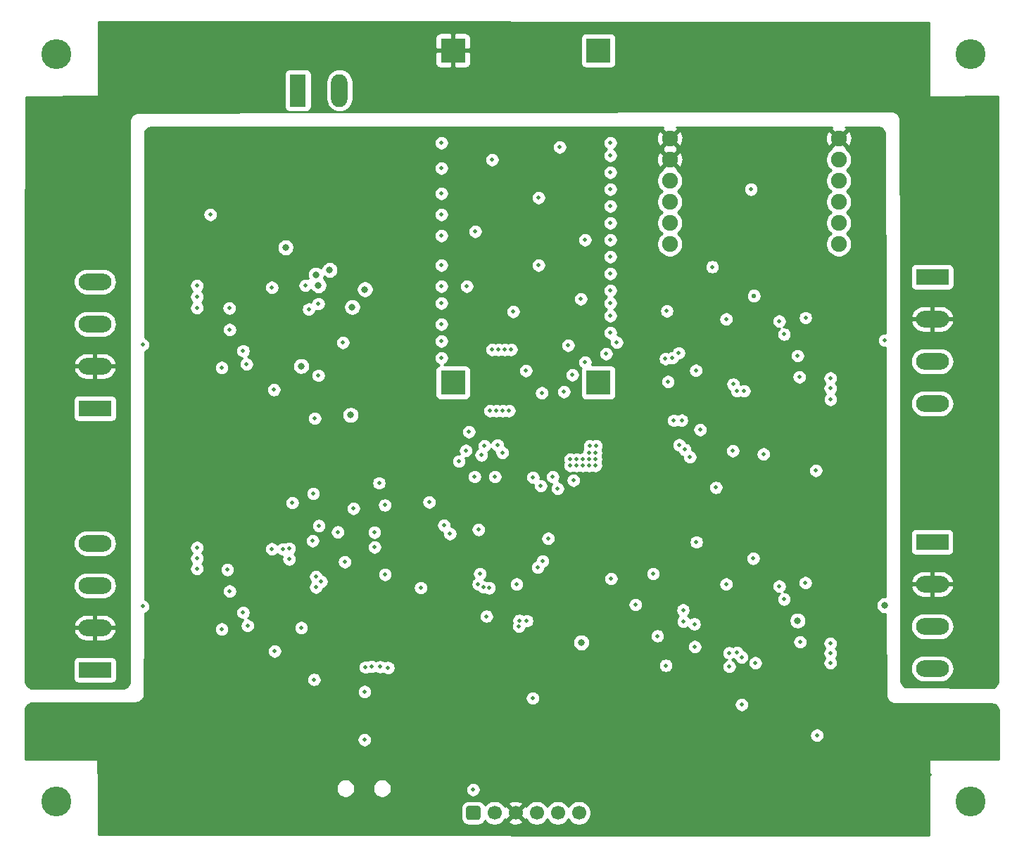
<source format=gbr>
%TF.GenerationSoftware,KiCad,Pcbnew,(5.1.9)-1*%
%TF.CreationDate,2021-03-09T23:57:27+01:00*%
%TF.ProjectId,IO_LINK,494f5f4c-494e-44b2-9e6b-696361645f70,rev?*%
%TF.SameCoordinates,Original*%
%TF.FileFunction,Copper,L2,Inr*%
%TF.FilePolarity,Positive*%
%FSLAX46Y46*%
G04 Gerber Fmt 4.6, Leading zero omitted, Abs format (unit mm)*
G04 Created by KiCad (PCBNEW (5.1.9)-1) date 2021-03-09 23:57:27*
%MOMM*%
%LPD*%
G01*
G04 APERTURE LIST*
%TA.AperFunction,ComponentPad*%
%ADD10C,1.900000*%
%TD*%
%TA.AperFunction,ComponentPad*%
%ADD11O,1.980000X3.960000*%
%TD*%
%TA.AperFunction,ComponentPad*%
%ADD12R,1.980000X3.960000*%
%TD*%
%TA.AperFunction,ComponentPad*%
%ADD13R,3.960000X1.980000*%
%TD*%
%TA.AperFunction,ComponentPad*%
%ADD14O,3.960000X1.980000*%
%TD*%
%TA.AperFunction,ComponentPad*%
%ADD15C,1.700000*%
%TD*%
%TA.AperFunction,ComponentPad*%
%ADD16R,3.000000X3.000000*%
%TD*%
%TA.AperFunction,ComponentPad*%
%ADD17C,3.600000*%
%TD*%
%TA.AperFunction,ViaPad*%
%ADD18C,0.500000*%
%TD*%
%TA.AperFunction,ViaPad*%
%ADD19C,0.800000*%
%TD*%
%TA.AperFunction,ViaPad*%
%ADD20C,0.550000*%
%TD*%
%TA.AperFunction,Conductor*%
%ADD21C,0.254000*%
%TD*%
%TA.AperFunction,Conductor*%
%ADD22C,0.100000*%
%TD*%
G04 APERTURE END LIST*
D10*
%TO.N,MISO*%
%TO.C,M1*%
X149110000Y-77843500D03*
%TO.N,RST_ETH*%
X149110000Y-75303500D03*
%TO.N,N/C*%
X149110000Y-72763500D03*
%TO.N,3V3*%
X149110000Y-67683500D03*
X149110000Y-70223500D03*
%TO.N,GND*%
X149110000Y-65143500D03*
X128790000Y-65143500D03*
X128790000Y-67683500D03*
%TO.N,MOSI*%
X128790000Y-70223500D03*
%TO.N,SCLK*%
X128790000Y-72763500D03*
%TO.N,CS_ETH*%
X128790000Y-75303500D03*
%TO.N,INT_ETH*%
X128790000Y-77843500D03*
%TD*%
D11*
%TO.N,VCC*%
%TO.C,J1*%
X89056000Y-59358600D03*
D12*
%TO.N,Net-(D1-Pad1)*%
X84056000Y-59358600D03*
%TD*%
D13*
%TO.N,Net-(C78-Pad1)*%
%TO.C,J7*%
X160360660Y-113724880D03*
D14*
%TO.N,G*%
X160360660Y-118804880D03*
%TO.N,Net-(C73-Pad1)*%
X160360660Y-123884880D03*
%TO.N,Net-(C74-Pad1)*%
X160360660Y-128964880D03*
%TD*%
D13*
%TO.N,Net-(C77-Pad1)*%
%TO.C,J6*%
X160366020Y-81813240D03*
D14*
%TO.N,G*%
X160366020Y-86893240D03*
%TO.N,Net-(C59-Pad1)*%
X160366020Y-91973240D03*
%TO.N,Net-(C60-Pad1)*%
X160366020Y-97053240D03*
%TD*%
D15*
%TO.N,N/C*%
%TO.C,J3*%
X117848500Y-146356700D03*
%TO.N,RST*%
X115308500Y-146356700D03*
%TO.N,SWDIO*%
X112768500Y-146356700D03*
%TO.N,GND*%
X110228500Y-146356700D03*
%TO.N,SWCLK*%
X107688500Y-146356700D03*
%TO.N,3V3*%
%TA.AperFunction,ComponentPad*%
G36*
G01*
X105748500Y-147206700D02*
X104548500Y-147206700D01*
G75*
G02*
X104298500Y-146956700I0J250000D01*
G01*
X104298500Y-145756700D01*
G75*
G02*
X104548500Y-145506700I250000J0D01*
G01*
X105748500Y-145506700D01*
G75*
G02*
X105998500Y-145756700I0J-250000D01*
G01*
X105998500Y-146956700D01*
G75*
G02*
X105748500Y-147206700I-250000J0D01*
G01*
G37*
%TD.AperFunction*%
%TD*%
D14*
%TO.N,Net-(C46-Pad1)*%
%TO.C,J5*%
X59634000Y-113893100D03*
%TO.N,Net-(C45-Pad1)*%
X59634000Y-118973100D03*
%TO.N,G*%
X59634000Y-124053100D03*
D13*
%TO.N,Net-(C76-Pad1)*%
X59634000Y-129133100D03*
%TD*%
D14*
%TO.N,Net-(C32-Pad1)*%
%TO.C,J4*%
X59634000Y-82393100D03*
%TO.N,Net-(C31-Pad1)*%
X59634000Y-87473100D03*
%TO.N,G*%
X59634000Y-92553100D03*
D13*
%TO.N,Net-(C75-Pad1)*%
X59634000Y-97633100D03*
%TD*%
D16*
%TO.N,G*%
%TO.C,M2*%
X102692300Y-54534100D03*
%TO.N,Net-(C18-Pad1)*%
X120192300Y-94534100D03*
%TO.N,G*%
X102692300Y-94534100D03*
%TO.N,VCC*%
X120192300Y-54534100D03*
%TD*%
D17*
%TO.N,N/C*%
%TO.C,H1*%
X55000000Y-55000000D03*
%TD*%
%TO.N,N/C*%
%TO.C,H2*%
X55000000Y-145000000D03*
%TD*%
%TO.N,N/C*%
%TO.C,H3*%
X165000000Y-55000000D03*
%TD*%
%TO.N,N/C*%
%TO.C,H4*%
X165000000Y-145000000D03*
%TD*%
D18*
%TO.N,VCC*%
X148090000Y-128270000D03*
X148100000Y-125960000D03*
X148110000Y-96570000D03*
X148090000Y-93993000D03*
X71900000Y-116950000D03*
X71890000Y-114400000D03*
X71889300Y-85529100D03*
X71899300Y-82869100D03*
X141948000Y-87135000D03*
X144361000Y-93862340D03*
X71901200Y-84210700D03*
X71901200Y-115710700D03*
X148094820Y-95240000D03*
X148089460Y-127148780D03*
X75780000Y-85580000D03*
X141962220Y-119057780D03*
X77976300Y-123801700D03*
X75552800Y-117081200D03*
X144452720Y-125778280D03*
X77860000Y-92300000D03*
D19*
%TO.N,3V3*%
X82569200Y-78264000D03*
X87858700Y-80975500D03*
X92100500Y-83312300D03*
D18*
X99823200Y-108939800D03*
D19*
X118142520Y-125840720D03*
D18*
X94488100Y-109296500D03*
X94513500Y-117653100D03*
X85826700Y-113589100D03*
X98807200Y-119252200D03*
X105119300Y-143569100D03*
X85989300Y-130299100D03*
X133899300Y-80599100D03*
X86079300Y-98849100D03*
X112289300Y-132539100D03*
X83378300Y-109012100D03*
D19*
X90386000Y-98438000D03*
D18*
X122390000Y-89675000D03*
X132428198Y-100221198D03*
X136360000Y-102756000D03*
X135920000Y-127090000D03*
X121721400Y-118156600D03*
X126769300Y-117553700D03*
X131983600Y-113746600D03*
X137421460Y-133317540D03*
X89662100Y-116134121D03*
X85890000Y-107910000D03*
X117183000Y-106312000D03*
X128429300Y-85921700D03*
X134330000Y-107180000D03*
X107404000Y-90564000D03*
X108166000Y-90564000D03*
X108928000Y-90564000D03*
X109690000Y-90564000D03*
X107150000Y-97930000D03*
X107912000Y-97930000D03*
X108674000Y-97930000D03*
X109436000Y-97930000D03*
X128310000Y-128604010D03*
X138540000Y-71270000D03*
%TO.N,SCL*%
X93243500Y-112573100D03*
D19*
X86512500Y-82829700D03*
D18*
X136857840Y-95534780D03*
X136859300Y-127029100D03*
X82974394Y-114511006D03*
X82974394Y-115804006D03*
X86512500Y-85039500D03*
X86512500Y-93675500D03*
%TO.N,SDA*%
X93268900Y-114351100D03*
X84937700Y-82829700D03*
X82245300Y-114579700D03*
X137720364Y-95551484D03*
X137434310Y-127600357D03*
X85337699Y-85706301D03*
D19*
%TO.N,T0_UC_IRQ*%
X90576500Y-85445900D03*
D18*
X108051700Y-102057500D03*
%TO.N,UC_T0_ENL+*%
X106476900Y-102159100D03*
X104610000Y-100470000D03*
%TO.N,UC_T0_ENCQ*%
X108635900Y-102971900D03*
X103403500Y-104013300D03*
%TO.N,UC_T0_RST*%
X106095900Y-103276700D03*
D19*
X86195000Y-81547000D03*
D18*
X89458900Y-89713100D03*
%TO.N,8V*%
X81170000Y-95410000D03*
D20*
X138900000Y-84087000D03*
D18*
X138830000Y-115720000D03*
X81242000Y-126886000D03*
X116802000Y-103772000D03*
X117564000Y-103772000D03*
X118326000Y-103772000D03*
X119088000Y-103772000D03*
X119850000Y-103772000D03*
X119850000Y-104534000D03*
X119088000Y-104534000D03*
X118326000Y-104534000D03*
X117564000Y-104534000D03*
X116802000Y-104534000D03*
X119088000Y-103010000D03*
X119850000Y-103010000D03*
X119156900Y-102179100D03*
X119918900Y-102179100D03*
%TO.N,G*%
X115532000Y-66180000D03*
X107404000Y-67704000D03*
X112992000Y-72276000D03*
X118580000Y-77356000D03*
X105372000Y-76340000D03*
X112992000Y-80404000D03*
X118072000Y-84468000D03*
X104356000Y-82944000D03*
X109944000Y-85992000D03*
X116548000Y-90056000D03*
X111468000Y-93104000D03*
X61430000Y-130950000D03*
X58890000Y-130950000D03*
X56350000Y-130950000D03*
X53810000Y-130950000D03*
X52032000Y-130950000D03*
X51651000Y-128410000D03*
X51651000Y-125870000D03*
X51651000Y-123330000D03*
X51651000Y-120790000D03*
X51651000Y-118250000D03*
X51651000Y-115710000D03*
X51651000Y-113170000D03*
X51651000Y-110630000D03*
X51651000Y-108217000D03*
X51651000Y-105550000D03*
X51651000Y-103010000D03*
X51651000Y-100470000D03*
X51651000Y-97930000D03*
X51651000Y-95390000D03*
X51651000Y-92850000D03*
X51651000Y-90310000D03*
X51651000Y-87770000D03*
X51651000Y-85230000D03*
X51651000Y-82690000D03*
X51651000Y-80150000D03*
X51651000Y-77610000D03*
X51651000Y-74943000D03*
X54490000Y-60590000D03*
X55970000Y-60590000D03*
X57740000Y-60590000D03*
X60500000Y-54970000D03*
X60500000Y-53270000D03*
X60500000Y-51448000D03*
X62700000Y-51448000D03*
X65240000Y-51448000D03*
X68288000Y-51448000D03*
X71336000Y-51448000D03*
X74384000Y-51448000D03*
X77432000Y-51448000D03*
X80988000Y-51448000D03*
X85052000Y-51448000D03*
X88608000Y-51448000D03*
X92164000Y-51448000D03*
X95720000Y-51448000D03*
X99276000Y-51448000D03*
X102832000Y-51448000D03*
X106388000Y-51448000D03*
X109436000Y-51448000D03*
X112484000Y-51448000D03*
X115532000Y-51448000D03*
X118072000Y-51448000D03*
X120612000Y-51448000D03*
X123660000Y-51448000D03*
X127724000Y-51448000D03*
X131788000Y-51448000D03*
X135344000Y-51448000D03*
X138900000Y-51448000D03*
X142456000Y-51448000D03*
X146012000Y-51448000D03*
X149568000Y-51448000D03*
X153124000Y-51448000D03*
X156172000Y-51448000D03*
X159220000Y-51448000D03*
X159210000Y-54170000D03*
X159220000Y-52680000D03*
X159210000Y-55590000D03*
X159210000Y-57090000D03*
X159210000Y-58800000D03*
X165316000Y-60592000D03*
X167710000Y-60590000D03*
X167856000Y-63132000D03*
X167856000Y-66688000D03*
X167856000Y-69736000D03*
X167856000Y-73292000D03*
X167856000Y-75832000D03*
X167856000Y-78880000D03*
X167856000Y-82436000D03*
X167856000Y-86500000D03*
X167856000Y-90564000D03*
X167856000Y-94628000D03*
X167856000Y-97676000D03*
X167856000Y-100724000D03*
X167856000Y-103264000D03*
X167856000Y-105804000D03*
X167856000Y-108852000D03*
X167856000Y-112408000D03*
X167856000Y-115964000D03*
X167856000Y-119012000D03*
X167856000Y-122568000D03*
X167856000Y-125616000D03*
X167856000Y-128664000D03*
X167856000Y-130696000D03*
X165570000Y-130950000D03*
X163030000Y-130950000D03*
X160740000Y-130950000D03*
X158077000Y-130823000D03*
X157061000Y-130061000D03*
X157188000Y-127902000D03*
X157188000Y-126378000D03*
X157188000Y-124981000D03*
X157188000Y-118123000D03*
X157188000Y-116472000D03*
X157188000Y-115075000D03*
X157188000Y-112535000D03*
X157188000Y-110503000D03*
X157188000Y-108471000D03*
X157188000Y-106058000D03*
X157188000Y-103772000D03*
X157188000Y-101486000D03*
X157188000Y-99327000D03*
X157188000Y-95644000D03*
X157188000Y-93358000D03*
X157061000Y-83579000D03*
X157061000Y-85992000D03*
X157061000Y-80404000D03*
X157061000Y-78245000D03*
X157061000Y-75959000D03*
X157061000Y-73927000D03*
X157061000Y-71768000D03*
X156934000Y-65164000D03*
X156426000Y-61862000D03*
X151092000Y-61100000D03*
X146520000Y-61100000D03*
X130772000Y-60592000D03*
X121628000Y-65672000D03*
X121628000Y-67196000D03*
X121628000Y-69228000D03*
X121628000Y-71260000D03*
X121628000Y-73292000D03*
X121628000Y-75324000D03*
X121628000Y-77356000D03*
X121628000Y-79388000D03*
X121628000Y-81420000D03*
X121628000Y-83452000D03*
X121628000Y-84976000D03*
X121628000Y-86500000D03*
X121628000Y-88532000D03*
X121120000Y-91072000D03*
X118580000Y-92088000D03*
X117056000Y-93612000D03*
X116040000Y-95644000D03*
X113373000Y-95771000D03*
X101308000Y-91580000D03*
X101308000Y-89548000D03*
X101308000Y-87516000D03*
X101308000Y-84976000D03*
X101308000Y-82944000D03*
X101308000Y-80404000D03*
X101308000Y-76848000D03*
X101308000Y-74308000D03*
X101308000Y-71768000D03*
X101308000Y-68720000D03*
X101308000Y-65672000D03*
X97244000Y-61608000D03*
X86940000Y-61690000D03*
X86510000Y-59330000D03*
X82050000Y-61730000D03*
X79260000Y-61690000D03*
X76700000Y-61680000D03*
X74280000Y-61680000D03*
X64859000Y-61227000D03*
X63335000Y-63132000D03*
X63462000Y-66688000D03*
X63380000Y-69150000D03*
X63500000Y-71280000D03*
X63570000Y-73380000D03*
X63480000Y-75790000D03*
X63550000Y-78380000D03*
X63490000Y-80930000D03*
X63540000Y-103250000D03*
X63500000Y-105320000D03*
X63500000Y-107310000D03*
X63530000Y-109890000D03*
X63470000Y-112250000D03*
X63480000Y-115964000D03*
X63450000Y-117510000D03*
X63550000Y-123080000D03*
X63540000Y-124600000D03*
X63600000Y-126150000D03*
X63540000Y-127990000D03*
X167348000Y-84468000D03*
X53130000Y-60590000D03*
X51778000Y-60600000D03*
X51651000Y-62243000D03*
X51651000Y-64275000D03*
X51651000Y-68212000D03*
X51651000Y-70020000D03*
X51651000Y-72022000D03*
X63470000Y-54960000D03*
X81650000Y-54160000D03*
X57660000Y-68080000D03*
X62120000Y-76540000D03*
X59840000Y-85050000D03*
X54130000Y-89460000D03*
X60140000Y-90010000D03*
X53730000Y-94670000D03*
X59840000Y-95320000D03*
X53360000Y-99070000D03*
X53410000Y-110390000D03*
X59610000Y-126410000D03*
X157940000Y-60660000D03*
X158590000Y-64970000D03*
X162250000Y-66520000D03*
X158240000Y-69730000D03*
X166350000Y-73680000D03*
X164510000Y-88840000D03*
X159870000Y-84160000D03*
X164420000Y-99000000D03*
X165640000Y-107150000D03*
X162410000Y-109130000D03*
X165290000Y-113890000D03*
X160420000Y-116290000D03*
X165560000Y-119240000D03*
X160140000Y-121540000D03*
X160380000Y-126570000D03*
X123530000Y-56540000D03*
X127680000Y-53720000D03*
X139040000Y-53960000D03*
X165920000Y-103830000D03*
X162720000Y-104810000D03*
X159470000Y-101040000D03*
X158460000Y-106260000D03*
X158890000Y-110000000D03*
X164570000Y-94350000D03*
X161500000Y-94390000D03*
X160290000Y-73060000D03*
X162880000Y-77490000D03*
X164390000Y-70110000D03*
X166050000Y-125430000D03*
X128310000Y-58220000D03*
X131620000Y-54430000D03*
X136670000Y-56050000D03*
X133270000Y-58680000D03*
X140270000Y-58610000D03*
X143970000Y-54610000D03*
X150630000Y-53710000D03*
X148190000Y-57240000D03*
X144260000Y-60230000D03*
X154220000Y-57710000D03*
X156080000Y-54640000D03*
X96610000Y-56440000D03*
X114470000Y-54540000D03*
X76000000Y-58820000D03*
X75180000Y-55970000D03*
X66640000Y-59490000D03*
X70010000Y-56450000D03*
X54480000Y-63840000D03*
X59330000Y-64050000D03*
X61550000Y-68020000D03*
X54200000Y-68190000D03*
X51651000Y-66230000D03*
X54180000Y-73800000D03*
X60030000Y-73960000D03*
X57770000Y-79510000D03*
X54220000Y-80640000D03*
X54550000Y-84790000D03*
X54920000Y-126850000D03*
X54650000Y-122080000D03*
X55330000Y-116540000D03*
X59080000Y-116340000D03*
X55830000Y-112040000D03*
X60140000Y-109420000D03*
X56420000Y-106700000D03*
X58550000Y-102830000D03*
X56340000Y-76230000D03*
X125692000Y-61608000D03*
X123660000Y-61227000D03*
X166630000Y-60590000D03*
X164160000Y-60610000D03*
X162970000Y-60610000D03*
X161340000Y-60590000D03*
X159210000Y-60530000D03*
X160340000Y-60610000D03*
X60510000Y-56650000D03*
X60510000Y-58310000D03*
X60510000Y-60590000D03*
X59200000Y-60600000D03*
%TO.N,3V3_T0*%
X80918200Y-83067700D03*
D19*
X84442450Y-92560950D03*
D18*
X73495000Y-74308000D03*
%TO.N,Net-(C31-Pad1)*%
X77457450Y-90719450D03*
X65360700Y-89989200D03*
%TO.N,T1_UC_IRQ*%
X90726700Y-109700700D03*
X112318900Y-105943700D03*
%TO.N,UC_T1_ENL+*%
X113258700Y-106959700D03*
X88823900Y-112522300D03*
%TO.N,UC_T1_ENCQ*%
X93802300Y-106629500D03*
X114695402Y-105885004D03*
%TO.N,UC_T1_RST*%
X115290700Y-107289898D03*
X86563300Y-111760300D03*
%TO.N,3V3_T1*%
X84442450Y-124060950D03*
X80918200Y-114567700D03*
%TO.N,Net-(C45-Pad1)*%
X65360700Y-121489200D03*
X77457450Y-122219450D03*
%TO.N,T2_UC_IRQ*%
X136401910Y-94733410D03*
X131907380Y-93065900D03*
%TO.N,UC_T2_ENCQ*%
X128259300Y-91669100D03*
X128569300Y-94419100D03*
%TO.N,3V3_T2*%
X135553570Y-86882590D03*
X146354820Y-105130820D03*
X140043000Y-103137000D03*
%TO.N,Net-(C59-Pad1)*%
X142538570Y-88724090D03*
X154635320Y-89454340D03*
%TO.N,T3_UC_IRQ*%
X131789300Y-126339100D03*
X111579300Y-123224110D03*
%TO.N,UC_T3_ENL+*%
X127299300Y-125049100D03*
X110672868Y-123185689D03*
%TO.N,UC_T3_ENCQ*%
X124639300Y-121279098D03*
X110350400Y-118808800D03*
%TO.N,UC_T3_RST*%
X110628197Y-123884274D03*
X135939300Y-128740700D03*
%TO.N,3V3_T3*%
X139072460Y-128291780D03*
X135548210Y-118798530D03*
X146476460Y-137002460D03*
%TO.N,Net-(C73-Pad1)*%
X142533210Y-120640030D03*
D19*
X154629960Y-121370280D03*
D18*
%TO.N,USB_DM*%
X107049300Y-119279100D03*
X92939300Y-128739100D03*
%TO.N,USB_DP*%
X106339959Y-119167341D03*
X92189300Y-128819100D03*
%TO.N,5V*%
X92069300Y-131759100D03*
X92039274Y-137549068D03*
%TO.N,Net-(D5-Pad1)*%
X74885700Y-92719700D03*
X75838200Y-88147700D03*
%TO.N,Net-(D10-Pad1)*%
X75838200Y-119647700D03*
X74885700Y-124219700D03*
%TO.N,Net-(D15-Pad1)*%
X144157820Y-91295840D03*
X145110320Y-86723840D03*
%TO.N,Net-(D20-Pad1)*%
X145104960Y-118639780D03*
D19*
X144152460Y-123211780D03*
D18*
%TO.N,SWDIO*%
X105737192Y-118814755D03*
X93919300Y-128769100D03*
%TO.N,SWCLK*%
X105929300Y-117559100D03*
X94899300Y-128869100D03*
%TO.N,INT_ETH*%
X102340000Y-112750000D03*
%TO.N,CS_ETH*%
X131199302Y-103499100D03*
%TO.N,SCLK*%
X130589300Y-102609100D03*
%TO.N,MOSI*%
X129918389Y-102034090D03*
%TO.N,RST_ETH*%
X105760000Y-112250000D03*
%TO.N,MISO*%
X114139300Y-113300000D03*
%TO.N,T3_UC_SIO*%
X106739300Y-122679098D03*
X130419300Y-123309100D03*
%TO.N,T3_UC_DATA*%
X131733499Y-123610111D03*
X130379296Y-121919100D03*
%TO.N,UC_T1_DATA*%
X112889300Y-116769100D03*
X86207700Y-119180011D03*
%TO.N,T1_UC_DATA*%
X113479300Y-116019100D03*
X86850000Y-118520000D03*
%TO.N,UC_T2_DATA*%
X129865218Y-90975480D03*
X130210660Y-99083160D03*
%TO.N,T2_UC_DATA*%
X129098140Y-91552060D03*
X129273400Y-99100940D03*
%TO.N,T0_UC_DATA*%
X104241700Y-102717900D03*
X107746900Y-105867500D03*
X105308500Y-105867500D03*
%TO.N,T1_UC_SIO*%
X101620000Y-111740000D03*
X86200000Y-117930000D03*
%TO.N,GND*%
X154140000Y-65926000D03*
X82639000Y-88278000D03*
X82639000Y-86855600D03*
X79692600Y-86881000D03*
X140210000Y-92490000D03*
X137410000Y-92490000D03*
X137410000Y-91240000D03*
X82512000Y-119774000D03*
X82512000Y-118377000D03*
X79718000Y-118377000D03*
X140170000Y-124346000D03*
X138773000Y-123711000D03*
X137376000Y-124346000D03*
X137376000Y-123076000D03*
X92037000Y-136157000D03*
X92037000Y-135395000D03*
X148089300Y-133820000D03*
X148089300Y-132580000D03*
X148080000Y-131390000D03*
X148110000Y-102040000D03*
X148099300Y-100639100D03*
X148109300Y-99289100D03*
X71889300Y-111610000D03*
X71880000Y-110300000D03*
X71889300Y-108930000D03*
X71890000Y-80070000D03*
X71900000Y-78780000D03*
X71900000Y-77610000D03*
X83147000Y-95440800D03*
X66002000Y-84087000D03*
D19*
X83077200Y-90941700D03*
D18*
X83110000Y-122490000D03*
X137122000Y-88405000D03*
X139077820Y-96137620D03*
X153378000Y-91961000D03*
X153378000Y-93580000D03*
X153378000Y-95390000D03*
X149187000Y-119774000D03*
X149187000Y-121425000D03*
X149187000Y-123076000D03*
X154380000Y-123460000D03*
X154390000Y-125080000D03*
X154390000Y-126710000D03*
X95720000Y-117742000D03*
X66002000Y-91961000D03*
X65875000Y-92723000D03*
X66891000Y-92342000D03*
X70701000Y-88590000D03*
X70701000Y-89929000D03*
X70701000Y-91961000D03*
X72390000Y-88570000D03*
X71844000Y-89929000D03*
X137097804Y-120233436D03*
X65830000Y-115180000D03*
X65800000Y-116730000D03*
X65840000Y-118240000D03*
X65780000Y-119670000D03*
X65780000Y-123270000D03*
X65800000Y-124150000D03*
X66870000Y-123790000D03*
X70701000Y-119647000D03*
X140210000Y-123070000D03*
X154510000Y-119970000D03*
X154520000Y-118520000D03*
X153640000Y-119170000D03*
X147770000Y-121420000D03*
X147750000Y-123100000D03*
X153220000Y-126010000D03*
X153230000Y-124230000D03*
X70700000Y-121390000D03*
X70690000Y-123210000D03*
X71410000Y-122240000D03*
X71410000Y-120520000D03*
X66580000Y-115970000D03*
X66570000Y-117560000D03*
X66560000Y-118990000D03*
X81184900Y-119063500D03*
X79718006Y-119774000D03*
X107912000Y-123711000D03*
X106642500Y-125107500D03*
X102630400Y-126833600D03*
X154370000Y-92710000D03*
X154370000Y-94450000D03*
X153080000Y-87160000D03*
X154480000Y-87840000D03*
X154280000Y-86710000D03*
X149270000Y-87630000D03*
X149240000Y-89480000D03*
X149210000Y-91250000D03*
X147940000Y-89480000D03*
X147200000Y-91220000D03*
X140210000Y-91220000D03*
X138709960Y-91880040D03*
X66000000Y-85420000D03*
X66000000Y-87320000D03*
X66860000Y-86290000D03*
X66910000Y-84650000D03*
X81172200Y-87576200D03*
X79692600Y-88252600D03*
X66256000Y-65164000D03*
X66256000Y-67196000D03*
X66256000Y-69228000D03*
X66256000Y-71260000D03*
X66256000Y-73292000D03*
X66256000Y-75324000D03*
X66256000Y-77356000D03*
X66891000Y-64148000D03*
X76416000Y-64402000D03*
X78321000Y-64402000D03*
X80480000Y-64402000D03*
X82512000Y-64402000D03*
X84544000Y-64402000D03*
X87084000Y-64402000D03*
X89116000Y-64402000D03*
X89624000Y-66180000D03*
X89624000Y-68720000D03*
X89624000Y-70752000D03*
X93688000Y-70752000D03*
X96736000Y-69736000D03*
X96736000Y-72276000D03*
X96228000Y-64148000D03*
X96228000Y-66180000D03*
X98260000Y-64148000D03*
X98260000Y-65164000D03*
X98514000Y-78880000D03*
X98514000Y-81420000D03*
X98514000Y-83960000D03*
X98514000Y-87516000D03*
X98514000Y-92596000D03*
X98514000Y-96152000D03*
X52580000Y-133720000D03*
X51524000Y-134252000D03*
X51524000Y-135776000D03*
X51524000Y-137300000D03*
X51524000Y-138824000D03*
X51560000Y-139640000D03*
X53000000Y-139660000D03*
X54230000Y-139650000D03*
X55680000Y-139640000D03*
X57610000Y-139650000D03*
X59300000Y-139670000D03*
X60770000Y-140820000D03*
X60770000Y-143020000D03*
X60840000Y-146080000D03*
X60880000Y-148550000D03*
X62192000Y-148476000D03*
X64224000Y-148476000D03*
X65748000Y-148476000D03*
X67780000Y-148476000D03*
X69304000Y-148476000D03*
X71844000Y-148476000D03*
X73876000Y-148476000D03*
X75908000Y-148476000D03*
X77432000Y-148476000D03*
X79972000Y-148476000D03*
X81496000Y-148476000D03*
X83020000Y-148476000D03*
X83020000Y-145428000D03*
X83020000Y-146952000D03*
X83020000Y-143904000D03*
X83020000Y-140856000D03*
X83020000Y-142380000D03*
X83020000Y-139332000D03*
X83528000Y-138316000D03*
X84544000Y-137300000D03*
X86068000Y-137300000D03*
X88100000Y-137300000D03*
X89116000Y-136284000D03*
X94704000Y-132220000D03*
X98260000Y-134760000D03*
X100292000Y-135268000D03*
X102324000Y-135268000D03*
X105372000Y-135268000D03*
X106388000Y-136284000D03*
X106388000Y-138316000D03*
X106388000Y-142888000D03*
X106388000Y-144920000D03*
X99784000Y-137300000D03*
X101308000Y-138316000D03*
X102324000Y-142888000D03*
X102324000Y-144412000D03*
X101816000Y-146444000D03*
X101816000Y-148476000D03*
X103340000Y-148476000D03*
X105880000Y-148476000D03*
X107912000Y-148476000D03*
X110452000Y-148476000D03*
X112484000Y-148476000D03*
X114516000Y-148476000D03*
X117056000Y-148476000D03*
X119596000Y-148476000D03*
X122136000Y-148476000D03*
X124168000Y-148476000D03*
X127216000Y-148476000D03*
X129756000Y-148476000D03*
X132296000Y-148476000D03*
X134836000Y-148476000D03*
X137884000Y-148476000D03*
X140424000Y-148476000D03*
X142964000Y-148476000D03*
X145504000Y-148476000D03*
X149060000Y-148476000D03*
X151600000Y-148476000D03*
X155664000Y-148476000D03*
X158204000Y-148476000D03*
X159510000Y-148720000D03*
X159500000Y-147280000D03*
X159500000Y-145640000D03*
X159500000Y-143860000D03*
X160050000Y-141800000D03*
X159210000Y-138600000D03*
X162350000Y-138610000D03*
X165200000Y-139130000D03*
X167348000Y-134252000D03*
X167348000Y-136284000D03*
X167340000Y-139130000D03*
X165951000Y-133744000D03*
X163792000Y-133744000D03*
X161760000Y-133744000D03*
X159347000Y-133744000D03*
X156807000Y-133744000D03*
X154775000Y-133744000D03*
X124549000Y-69863000D03*
X125692000Y-64148000D03*
X130772000Y-64148000D03*
X132804000Y-64148000D03*
X134836000Y-64148000D03*
X136868000Y-64148000D03*
X138900000Y-64148000D03*
X140932000Y-64148000D03*
X142964000Y-64148000D03*
X151092000Y-64148000D03*
X153124000Y-64148000D03*
X154140000Y-64656000D03*
X154140000Y-67196000D03*
X154140000Y-68212000D03*
X154140000Y-69736000D03*
X154140000Y-71768000D03*
X154140000Y-73800000D03*
X154140000Y-75324000D03*
X154140000Y-77356000D03*
X154140000Y-79896000D03*
X154140000Y-100216000D03*
X154140000Y-101232000D03*
X154140000Y-102248000D03*
X154140000Y-103772000D03*
X154140000Y-105296000D03*
X154140000Y-106820000D03*
X154140000Y-108344000D03*
X154140000Y-109868000D03*
X154140000Y-111900000D03*
X124549000Y-65672000D03*
X124549000Y-67831000D03*
X122136000Y-100724000D03*
X124168000Y-102248000D03*
X123152000Y-105296000D03*
X119088000Y-106312000D03*
X121120000Y-106312000D03*
X120104000Y-108344000D03*
X113500000Y-100216000D03*
X114516000Y-101740000D03*
X115024000Y-103772000D03*
X112484000Y-102756000D03*
X110960000Y-101232000D03*
X108420000Y-100216000D03*
X98960000Y-110710000D03*
X103840000Y-98930000D03*
X100350000Y-98930000D03*
X97752000Y-98184000D03*
X97752000Y-94120000D03*
X96736000Y-90564000D03*
X95212000Y-88532000D03*
X92672000Y-88024000D03*
X92810000Y-91680000D03*
X68796000Y-68212000D03*
X71844000Y-72784000D03*
X68796000Y-74816000D03*
X68796000Y-78372000D03*
X69812000Y-82436000D03*
X69812000Y-85484000D03*
X74892000Y-82944000D03*
X73876000Y-79388000D03*
X75400000Y-77356000D03*
X78956000Y-72276000D03*
X74892000Y-69228000D03*
X80988000Y-80404000D03*
X83528000Y-69736000D03*
X95212000Y-82436000D03*
X93180000Y-80912000D03*
X90640000Y-80912000D03*
X94196000Y-77864000D03*
X130772000Y-88532000D03*
X132804000Y-85484000D03*
X131788000Y-80912000D03*
X137376000Y-81420000D03*
X140932000Y-80912000D03*
X141440000Y-82944000D03*
X146012000Y-64275000D03*
X146520000Y-81420000D03*
X150076000Y-80912000D03*
X153124000Y-81928000D03*
X153124000Y-83960000D03*
X150584000Y-94120000D03*
X150584000Y-97168000D03*
X144996000Y-97676000D03*
X144996000Y-95644000D03*
X139408000Y-97676000D03*
X139408000Y-98692000D03*
X139408000Y-101232000D03*
X138900000Y-102756000D03*
X135852000Y-103772000D03*
X135852000Y-101232000D03*
X135852000Y-106312000D03*
X138392000Y-104788000D03*
X132296000Y-109868000D03*
X130772000Y-111392000D03*
X129756000Y-112916000D03*
X128740000Y-113932000D03*
X127216000Y-114440000D03*
X125692000Y-115456000D03*
X123152000Y-120536000D03*
X122136000Y-119520000D03*
X124168000Y-117488000D03*
X115024000Y-120028000D03*
X117056000Y-120028000D03*
X116040000Y-120536000D03*
X141440000Y-113932000D03*
X143472000Y-113424000D03*
X147028000Y-113424000D03*
X79972000Y-97168000D03*
X88100000Y-100216000D03*
X92672000Y-101232000D03*
X88608000Y-91580000D03*
X88100000Y-95644000D03*
X91656000Y-96660000D03*
X91656000Y-99200000D03*
X92672000Y-97676000D03*
X94196000Y-102248000D03*
X95212000Y-103772000D03*
X97244000Y-104280000D03*
X99784000Y-104280000D03*
X97990000Y-111820000D03*
X89770000Y-113480000D03*
X89116000Y-110884000D03*
X91650000Y-112610000D03*
X109436000Y-117996000D03*
X73876000Y-64402000D03*
X111468000Y-113932000D03*
X110452000Y-116472000D03*
X111468000Y-117996000D03*
X112484000Y-119012000D03*
X89116000Y-121552000D03*
X88608000Y-129680000D03*
X83020000Y-130696000D03*
X83020000Y-128156000D03*
X99276000Y-126124000D03*
X103340000Y-121044000D03*
X94196000Y-123584000D03*
X91656000Y-121552000D03*
X76416000Y-129172000D03*
X78956000Y-128664000D03*
X67272000Y-130696000D03*
X70550000Y-131260000D03*
X75908000Y-131204000D03*
X110452000Y-133744000D03*
X110452000Y-140348000D03*
X114008000Y-139332000D03*
X113500000Y-134252000D03*
X55780000Y-133650000D03*
X58370000Y-133760000D03*
X61610000Y-133740000D03*
X64000000Y-133890000D03*
X65748000Y-131712000D03*
X104356000Y-131712000D03*
X113620000Y-128240000D03*
X110452000Y-125108000D03*
X118072000Y-133744000D03*
X118072000Y-135776000D03*
X118072000Y-139332000D03*
X123152000Y-139332000D03*
X118580000Y-124092000D03*
X120104000Y-124092000D03*
X124168000Y-124092000D03*
X139408000Y-134252000D03*
X139408000Y-130188000D03*
X144996000Y-128156000D03*
X150076000Y-129680000D03*
X150076000Y-125616000D03*
X150700000Y-135070000D03*
X153124000Y-133236000D03*
X148590000Y-136350000D03*
X105880000Y-115964000D03*
X105880000Y-113932000D03*
X78448000Y-84468000D03*
X79972000Y-74308000D03*
X86068000Y-79896000D03*
X85052000Y-77864000D03*
X55588000Y-135268000D03*
X60160000Y-139840000D03*
X65748000Y-134760000D03*
X71336000Y-138824000D03*
X75908000Y-134252000D03*
X78448000Y-139332000D03*
X78448000Y-144412000D03*
X68870000Y-144090000D03*
X80988000Y-134760000D03*
X120612000Y-128664000D03*
X127216000Y-133744000D03*
X136360000Y-135776000D03*
X128760000Y-140720000D03*
X122040000Y-145780000D03*
X140424000Y-138824000D03*
X136100000Y-144820000D03*
X133750000Y-148470000D03*
X149060000Y-139840000D03*
X143600000Y-144780000D03*
X159220000Y-135776000D03*
X156570000Y-143540000D03*
X153670000Y-148480000D03*
X72860000Y-99708000D03*
X84036000Y-103264000D03*
X89624000Y-104788000D03*
X136360000Y-109360000D03*
X142964000Y-110884000D03*
X146520000Y-108344000D03*
X148552000Y-104280000D03*
X145504000Y-100216000D03*
X131280000Y-117488000D03*
X139916000Y-66688000D03*
X138570000Y-69230000D03*
X136570000Y-72360000D03*
X134990000Y-66980000D03*
X132930000Y-69930000D03*
X131820000Y-66950000D03*
X143510000Y-73650000D03*
X129500000Y-83180000D03*
X146450000Y-79170000D03*
X151710000Y-78950000D03*
X143980000Y-67370000D03*
X78920000Y-66630000D03*
X151400000Y-100330000D03*
X69310000Y-116740000D03*
X69300000Y-112600000D03*
X68820000Y-107860000D03*
X68310000Y-104170000D03*
X67830000Y-100480000D03*
X71980000Y-103180000D03*
X76770000Y-101300000D03*
X77740000Y-98030000D03*
X80140000Y-102970000D03*
X80880000Y-109100000D03*
X98514000Y-76721000D03*
X124549000Y-72276000D03*
X124549000Y-74435000D03*
X124549000Y-76975000D03*
X124549000Y-79515000D03*
X160840000Y-138610000D03*
X159500000Y-142650000D03*
X164190000Y-138620000D03*
X166260000Y-139140000D03*
%TD*%
D21*
%TO.N,G*%
X159999541Y-51171897D02*
X159988350Y-60001289D01*
X159990902Y-60026783D01*
X159998236Y-60050575D01*
X160010070Y-60072479D01*
X160025950Y-60091653D01*
X160045265Y-60107361D01*
X160067274Y-60118999D01*
X160091131Y-60126119D01*
X160115918Y-60128449D01*
X168275000Y-60091978D01*
X168275000Y-130430080D01*
X168257432Y-130607470D01*
X168207252Y-130771937D01*
X168125789Y-130923362D01*
X168016205Y-131055869D01*
X167882759Y-131164309D01*
X167730634Y-131244468D01*
X167565748Y-131293229D01*
X167388209Y-131309270D01*
X157447272Y-131223710D01*
X157272024Y-131205028D01*
X157109676Y-131154561D01*
X156960198Y-131073563D01*
X156829265Y-130965108D01*
X156721860Y-130833328D01*
X156642050Y-130683211D01*
X156592872Y-130520464D01*
X156575582Y-130345076D01*
X156574657Y-128964880D01*
X157745837Y-128964880D01*
X157777058Y-129281867D01*
X157869519Y-129586673D01*
X158019669Y-129867583D01*
X158221737Y-130113803D01*
X158467957Y-130315871D01*
X158748867Y-130466021D01*
X159053673Y-130558482D01*
X159291233Y-130581880D01*
X161430087Y-130581880D01*
X161667647Y-130558482D01*
X161972453Y-130466021D01*
X162253363Y-130315871D01*
X162499583Y-130113803D01*
X162701651Y-129867583D01*
X162851801Y-129586673D01*
X162944262Y-129281867D01*
X162975483Y-128964880D01*
X162944262Y-128647893D01*
X162851801Y-128343087D01*
X162701651Y-128062177D01*
X162499583Y-127815957D01*
X162253363Y-127613889D01*
X161972453Y-127463739D01*
X161667647Y-127371278D01*
X161430087Y-127347880D01*
X159291233Y-127347880D01*
X159053673Y-127371278D01*
X158748867Y-127463739D01*
X158467957Y-127613889D01*
X158221737Y-127815957D01*
X158019669Y-128062177D01*
X157869519Y-128343087D01*
X157777058Y-128647893D01*
X157745837Y-128964880D01*
X156574657Y-128964880D01*
X156571252Y-123884880D01*
X157745837Y-123884880D01*
X157777058Y-124201867D01*
X157869519Y-124506673D01*
X158019669Y-124787583D01*
X158221737Y-125033803D01*
X158467957Y-125235871D01*
X158748867Y-125386021D01*
X159053673Y-125478482D01*
X159291233Y-125501880D01*
X161430087Y-125501880D01*
X161667647Y-125478482D01*
X161972453Y-125386021D01*
X162253363Y-125235871D01*
X162499583Y-125033803D01*
X162701651Y-124787583D01*
X162851801Y-124506673D01*
X162944262Y-124201867D01*
X162975483Y-123884880D01*
X162944262Y-123567893D01*
X162851801Y-123263087D01*
X162701651Y-122982177D01*
X162499583Y-122735957D01*
X162253363Y-122533889D01*
X161972453Y-122383739D01*
X161667647Y-122291278D01*
X161430087Y-122267880D01*
X159291233Y-122267880D01*
X159053673Y-122291278D01*
X158748867Y-122383739D01*
X158467957Y-122533889D01*
X158221737Y-122735957D01*
X158019669Y-122982177D01*
X157869519Y-123263087D01*
X157777058Y-123567893D01*
X157745837Y-123884880D01*
X156571252Y-123884880D01*
X156568101Y-119183745D01*
X157790442Y-119183745D01*
X157820755Y-119309408D01*
X157948964Y-119602085D01*
X158131808Y-119864126D01*
X158362261Y-120085461D01*
X158631466Y-120257584D01*
X158929078Y-120373880D01*
X159243660Y-120429880D01*
X160233660Y-120429880D01*
X160233660Y-118931880D01*
X160487660Y-118931880D01*
X160487660Y-120429880D01*
X161477660Y-120429880D01*
X161792242Y-120373880D01*
X162089854Y-120257584D01*
X162359059Y-120085461D01*
X162589512Y-119864126D01*
X162772356Y-119602085D01*
X162900565Y-119309408D01*
X162930878Y-119183745D01*
X162811400Y-118931880D01*
X160487660Y-118931880D01*
X160233660Y-118931880D01*
X157909920Y-118931880D01*
X157790442Y-119183745D01*
X156568101Y-119183745D01*
X156567594Y-118426015D01*
X157790442Y-118426015D01*
X157909920Y-118677880D01*
X160233660Y-118677880D01*
X160233660Y-117179880D01*
X160487660Y-117179880D01*
X160487660Y-118677880D01*
X162811400Y-118677880D01*
X162930878Y-118426015D01*
X162900565Y-118300352D01*
X162772356Y-118007675D01*
X162589512Y-117745634D01*
X162359059Y-117524299D01*
X162089854Y-117352176D01*
X161792242Y-117235880D01*
X161477660Y-117179880D01*
X160487660Y-117179880D01*
X160233660Y-117179880D01*
X159243660Y-117179880D01*
X158929078Y-117235880D01*
X158631466Y-117352176D01*
X158362261Y-117524299D01*
X158131808Y-117745634D01*
X157948964Y-118007675D01*
X157820755Y-118300352D01*
X157790442Y-118426015D01*
X156567594Y-118426015D01*
X156563778Y-112734880D01*
X157750627Y-112734880D01*
X157750627Y-114714880D01*
X157762733Y-114837793D01*
X157798585Y-114955983D01*
X157856807Y-115064908D01*
X157935159Y-115160381D01*
X158030632Y-115238733D01*
X158139557Y-115296955D01*
X158257747Y-115332807D01*
X158380660Y-115344913D01*
X162340660Y-115344913D01*
X162463573Y-115332807D01*
X162581763Y-115296955D01*
X162690688Y-115238733D01*
X162786161Y-115160381D01*
X162864513Y-115064908D01*
X162922735Y-114955983D01*
X162958587Y-114837793D01*
X162970693Y-114714880D01*
X162970693Y-112734880D01*
X162958587Y-112611967D01*
X162922735Y-112493777D01*
X162864513Y-112384852D01*
X162786161Y-112289379D01*
X162690688Y-112211027D01*
X162581763Y-112152805D01*
X162463573Y-112116953D01*
X162340660Y-112104847D01*
X158380660Y-112104847D01*
X158257747Y-112116953D01*
X158139557Y-112152805D01*
X158030632Y-112211027D01*
X157935159Y-112289379D01*
X157856807Y-112384852D01*
X157798585Y-112493777D01*
X157762733Y-112611967D01*
X157750627Y-112734880D01*
X156563778Y-112734880D01*
X156553265Y-97053240D01*
X157751197Y-97053240D01*
X157782418Y-97370227D01*
X157874879Y-97675033D01*
X158025029Y-97955943D01*
X158227097Y-98202163D01*
X158473317Y-98404231D01*
X158754227Y-98554381D01*
X159059033Y-98646842D01*
X159296593Y-98670240D01*
X161435447Y-98670240D01*
X161673007Y-98646842D01*
X161977813Y-98554381D01*
X162258723Y-98404231D01*
X162504943Y-98202163D01*
X162707011Y-97955943D01*
X162857161Y-97675033D01*
X162949622Y-97370227D01*
X162980843Y-97053240D01*
X162949622Y-96736253D01*
X162857161Y-96431447D01*
X162707011Y-96150537D01*
X162504943Y-95904317D01*
X162258723Y-95702249D01*
X161977813Y-95552099D01*
X161673007Y-95459638D01*
X161435447Y-95436240D01*
X159296593Y-95436240D01*
X159059033Y-95459638D01*
X158754227Y-95552099D01*
X158473317Y-95702249D01*
X158227097Y-95904317D01*
X158025029Y-96150537D01*
X157874879Y-96431447D01*
X157782418Y-96736253D01*
X157751197Y-97053240D01*
X156553265Y-97053240D01*
X156549860Y-91973240D01*
X157751197Y-91973240D01*
X157782418Y-92290227D01*
X157874879Y-92595033D01*
X158025029Y-92875943D01*
X158227097Y-93122163D01*
X158473317Y-93324231D01*
X158754227Y-93474381D01*
X159059033Y-93566842D01*
X159296593Y-93590240D01*
X161435447Y-93590240D01*
X161673007Y-93566842D01*
X161977813Y-93474381D01*
X162258723Y-93324231D01*
X162504943Y-93122163D01*
X162707011Y-92875943D01*
X162857161Y-92595033D01*
X162949622Y-92290227D01*
X162980843Y-91973240D01*
X162949622Y-91656253D01*
X162857161Y-91351447D01*
X162707011Y-91070537D01*
X162504943Y-90824317D01*
X162258723Y-90622249D01*
X161977813Y-90472099D01*
X161673007Y-90379638D01*
X161435447Y-90356240D01*
X159296593Y-90356240D01*
X159059033Y-90379638D01*
X158754227Y-90472099D01*
X158473317Y-90622249D01*
X158227097Y-90824317D01*
X158025029Y-91070537D01*
X157874879Y-91351447D01*
X157782418Y-91656253D01*
X157751197Y-91973240D01*
X156549860Y-91973240D01*
X156546709Y-87272105D01*
X157795802Y-87272105D01*
X157826115Y-87397768D01*
X157954324Y-87690445D01*
X158137168Y-87952486D01*
X158367621Y-88173821D01*
X158636826Y-88345944D01*
X158934438Y-88462240D01*
X159249020Y-88518240D01*
X160239020Y-88518240D01*
X160239020Y-87020240D01*
X160493020Y-87020240D01*
X160493020Y-88518240D01*
X161483020Y-88518240D01*
X161797602Y-88462240D01*
X162095214Y-88345944D01*
X162364419Y-88173821D01*
X162594872Y-87952486D01*
X162777716Y-87690445D01*
X162905925Y-87397768D01*
X162936238Y-87272105D01*
X162816760Y-87020240D01*
X160493020Y-87020240D01*
X160239020Y-87020240D01*
X157915280Y-87020240D01*
X157795802Y-87272105D01*
X156546709Y-87272105D01*
X156546201Y-86514375D01*
X157795802Y-86514375D01*
X157915280Y-86766240D01*
X160239020Y-86766240D01*
X160239020Y-85268240D01*
X160493020Y-85268240D01*
X160493020Y-86766240D01*
X162816760Y-86766240D01*
X162936238Y-86514375D01*
X162905925Y-86388712D01*
X162777716Y-86096035D01*
X162594872Y-85833994D01*
X162364419Y-85612659D01*
X162095214Y-85440536D01*
X161797602Y-85324240D01*
X161483020Y-85268240D01*
X160493020Y-85268240D01*
X160239020Y-85268240D01*
X159249020Y-85268240D01*
X158934438Y-85324240D01*
X158636826Y-85440536D01*
X158367621Y-85612659D01*
X158137168Y-85833994D01*
X157954324Y-86096035D01*
X157826115Y-86388712D01*
X157795802Y-86514375D01*
X156546201Y-86514375D01*
X156542385Y-80823240D01*
X157755987Y-80823240D01*
X157755987Y-82803240D01*
X157768093Y-82926153D01*
X157803945Y-83044343D01*
X157862167Y-83153268D01*
X157940519Y-83248741D01*
X158035992Y-83327093D01*
X158144917Y-83385315D01*
X158263107Y-83421167D01*
X158386020Y-83433273D01*
X162346020Y-83433273D01*
X162468933Y-83421167D01*
X162587123Y-83385315D01*
X162696048Y-83327093D01*
X162791521Y-83248741D01*
X162869873Y-83153268D01*
X162928095Y-83044343D01*
X162963947Y-82926153D01*
X162976053Y-82803240D01*
X162976053Y-80823240D01*
X162963947Y-80700327D01*
X162928095Y-80582137D01*
X162869873Y-80473212D01*
X162791521Y-80377739D01*
X162696048Y-80299387D01*
X162587123Y-80241165D01*
X162468933Y-80205313D01*
X162346020Y-80193207D01*
X158386020Y-80193207D01*
X158263107Y-80205313D01*
X158144917Y-80241165D01*
X158035992Y-80299387D01*
X157940519Y-80377739D01*
X157862167Y-80473212D01*
X157803945Y-80582137D01*
X157768093Y-80700327D01*
X157755987Y-80823240D01*
X156542385Y-80823240D01*
X156530421Y-62978849D01*
X156529800Y-62966393D01*
X156510429Y-62771186D01*
X156505549Y-62746755D01*
X156448442Y-62559086D01*
X156438887Y-62536078D01*
X156346241Y-62363167D01*
X156332378Y-62342468D01*
X156207760Y-62190971D01*
X156190122Y-62173376D01*
X156038326Y-62049122D01*
X156017594Y-62035308D01*
X155844462Y-61943078D01*
X155821431Y-61933578D01*
X155633625Y-61876921D01*
X155609183Y-61872100D01*
X155413930Y-61853197D01*
X155401472Y-61852606D01*
X89118805Y-61967237D01*
X89372987Y-61942202D01*
X89677793Y-61849741D01*
X89958703Y-61699591D01*
X90204923Y-61497523D01*
X90406991Y-61251303D01*
X90557141Y-60970393D01*
X90649602Y-60665587D01*
X90673000Y-60428027D01*
X90673000Y-58289173D01*
X90649602Y-58051613D01*
X90557141Y-57746807D01*
X90406991Y-57465897D01*
X90204923Y-57219677D01*
X89958702Y-57017609D01*
X89677792Y-56867459D01*
X89372986Y-56774998D01*
X89056000Y-56743777D01*
X88739013Y-56774998D01*
X88434207Y-56867459D01*
X88153297Y-57017609D01*
X87907077Y-57219677D01*
X87705009Y-57465898D01*
X87554859Y-57746808D01*
X87462398Y-58051614D01*
X87439000Y-58289174D01*
X87439001Y-60428027D01*
X87462399Y-60665587D01*
X87554860Y-60970393D01*
X87705010Y-61251303D01*
X87907078Y-61497523D01*
X88153298Y-61699591D01*
X88434208Y-61849741D01*
X88739014Y-61942202D01*
X88995363Y-61967451D01*
X64885470Y-62009147D01*
X64873032Y-62009779D01*
X64678105Y-62029305D01*
X64653711Y-62034198D01*
X64466331Y-62091353D01*
X64443359Y-62100908D01*
X64270718Y-62193497D01*
X64250050Y-62207347D01*
X64098773Y-62331818D01*
X64081201Y-62349431D01*
X63957093Y-62501007D01*
X63943293Y-62521709D01*
X63851118Y-62694572D01*
X63841619Y-62717567D01*
X63784915Y-62905083D01*
X63780080Y-62929488D01*
X63761022Y-63124461D01*
X63760420Y-63136901D01*
X63805573Y-130491822D01*
X63788223Y-130668727D01*
X63738432Y-130832804D01*
X63657511Y-130983972D01*
X63548586Y-131116391D01*
X63415864Y-131224949D01*
X63264474Y-131305448D01*
X63100260Y-131354781D01*
X62923302Y-131371640D01*
X52146687Y-131334462D01*
X51970643Y-131316543D01*
X51807443Y-131266521D01*
X51657108Y-131185678D01*
X51525390Y-131077105D01*
X51417337Y-130944965D01*
X51337083Y-130794312D01*
X51287703Y-130630921D01*
X51270473Y-130454803D01*
X51271563Y-128143100D01*
X57023967Y-128143100D01*
X57023967Y-130123100D01*
X57036073Y-130246013D01*
X57071925Y-130364203D01*
X57130147Y-130473128D01*
X57208499Y-130568601D01*
X57303972Y-130646953D01*
X57412897Y-130705175D01*
X57531087Y-130741027D01*
X57654000Y-130753133D01*
X61614000Y-130753133D01*
X61736913Y-130741027D01*
X61855103Y-130705175D01*
X61964028Y-130646953D01*
X62059501Y-130568601D01*
X62137853Y-130473128D01*
X62196075Y-130364203D01*
X62231927Y-130246013D01*
X62244033Y-130123100D01*
X62244033Y-128143100D01*
X62231927Y-128020187D01*
X62196075Y-127901997D01*
X62137853Y-127793072D01*
X62059501Y-127697599D01*
X61964028Y-127619247D01*
X61855103Y-127561025D01*
X61736913Y-127525173D01*
X61614000Y-127513067D01*
X57654000Y-127513067D01*
X57531087Y-127525173D01*
X57412897Y-127561025D01*
X57303972Y-127619247D01*
X57208499Y-127697599D01*
X57130147Y-127793072D01*
X57071925Y-127901997D01*
X57036073Y-128020187D01*
X57023967Y-128143100D01*
X51271563Y-128143100D01*
X51273314Y-124431965D01*
X57063782Y-124431965D01*
X57094095Y-124557628D01*
X57222304Y-124850305D01*
X57405148Y-125112346D01*
X57635601Y-125333681D01*
X57904806Y-125505804D01*
X58202418Y-125622100D01*
X58517000Y-125678100D01*
X59507000Y-125678100D01*
X59507000Y-124180100D01*
X59761000Y-124180100D01*
X59761000Y-125678100D01*
X60751000Y-125678100D01*
X61065582Y-125622100D01*
X61363194Y-125505804D01*
X61632399Y-125333681D01*
X61862852Y-125112346D01*
X62045696Y-124850305D01*
X62173905Y-124557628D01*
X62204218Y-124431965D01*
X62084740Y-124180100D01*
X59761000Y-124180100D01*
X59507000Y-124180100D01*
X57183260Y-124180100D01*
X57063782Y-124431965D01*
X51273314Y-124431965D01*
X51273671Y-123674235D01*
X57063782Y-123674235D01*
X57183260Y-123926100D01*
X59507000Y-123926100D01*
X59507000Y-122428100D01*
X59761000Y-122428100D01*
X59761000Y-123926100D01*
X62084740Y-123926100D01*
X62204218Y-123674235D01*
X62173905Y-123548572D01*
X62045696Y-123255895D01*
X61862852Y-122993854D01*
X61632399Y-122772519D01*
X61363194Y-122600396D01*
X61065582Y-122484100D01*
X60751000Y-122428100D01*
X59761000Y-122428100D01*
X59507000Y-122428100D01*
X58517000Y-122428100D01*
X58202418Y-122484100D01*
X57904806Y-122600396D01*
X57635601Y-122772519D01*
X57405148Y-122993854D01*
X57222304Y-123255895D01*
X57094095Y-123548572D01*
X57063782Y-123674235D01*
X51273671Y-123674235D01*
X51275890Y-118973100D01*
X57019177Y-118973100D01*
X57050398Y-119290087D01*
X57142859Y-119594893D01*
X57293009Y-119875803D01*
X57495077Y-120122023D01*
X57741297Y-120324091D01*
X58022207Y-120474241D01*
X58327013Y-120566702D01*
X58564573Y-120590100D01*
X60703427Y-120590100D01*
X60940987Y-120566702D01*
X61245793Y-120474241D01*
X61526703Y-120324091D01*
X61772923Y-120122023D01*
X61974991Y-119875803D01*
X62125141Y-119594893D01*
X62217602Y-119290087D01*
X62248823Y-118973100D01*
X62217602Y-118656113D01*
X62125141Y-118351307D01*
X61974991Y-118070397D01*
X61772923Y-117824177D01*
X61526703Y-117622109D01*
X61245793Y-117471959D01*
X60940987Y-117379498D01*
X60703427Y-117356100D01*
X58564573Y-117356100D01*
X58327013Y-117379498D01*
X58022207Y-117471959D01*
X57741297Y-117622109D01*
X57495077Y-117824177D01*
X57293009Y-118070397D01*
X57142859Y-118351307D01*
X57050398Y-118656113D01*
X57019177Y-118973100D01*
X51275890Y-118973100D01*
X51278287Y-113893100D01*
X57019177Y-113893100D01*
X57050398Y-114210087D01*
X57142859Y-114514893D01*
X57293009Y-114795803D01*
X57495077Y-115042023D01*
X57741297Y-115244091D01*
X58022207Y-115394241D01*
X58327013Y-115486702D01*
X58564573Y-115510100D01*
X60703427Y-115510100D01*
X60940987Y-115486702D01*
X61245793Y-115394241D01*
X61526703Y-115244091D01*
X61772923Y-115042023D01*
X61974991Y-114795803D01*
X62125141Y-114514893D01*
X62217602Y-114210087D01*
X62248823Y-113893100D01*
X62217602Y-113576113D01*
X62125141Y-113271307D01*
X61974991Y-112990397D01*
X61772923Y-112744177D01*
X61526703Y-112542109D01*
X61245793Y-112391959D01*
X60940987Y-112299498D01*
X60703427Y-112276100D01*
X58564573Y-112276100D01*
X58327013Y-112299498D01*
X58022207Y-112391959D01*
X57741297Y-112542109D01*
X57495077Y-112744177D01*
X57293009Y-112990397D01*
X57142859Y-113271307D01*
X57050398Y-113576113D01*
X57019177Y-113893100D01*
X51278287Y-113893100D01*
X51286426Y-96643100D01*
X57023967Y-96643100D01*
X57023967Y-98623100D01*
X57036073Y-98746013D01*
X57071925Y-98864203D01*
X57130147Y-98973128D01*
X57208499Y-99068601D01*
X57303972Y-99146953D01*
X57412897Y-99205175D01*
X57531087Y-99241027D01*
X57654000Y-99253133D01*
X61614000Y-99253133D01*
X61736913Y-99241027D01*
X61855103Y-99205175D01*
X61964028Y-99146953D01*
X62059501Y-99068601D01*
X62137853Y-98973128D01*
X62196075Y-98864203D01*
X62231927Y-98746013D01*
X62244033Y-98623100D01*
X62244033Y-96643100D01*
X62231927Y-96520187D01*
X62196075Y-96401997D01*
X62137853Y-96293072D01*
X62059501Y-96197599D01*
X61964028Y-96119247D01*
X61855103Y-96061025D01*
X61736913Y-96025173D01*
X61614000Y-96013067D01*
X57654000Y-96013067D01*
X57531087Y-96025173D01*
X57412897Y-96061025D01*
X57303972Y-96119247D01*
X57208499Y-96197599D01*
X57130147Y-96293072D01*
X57071925Y-96401997D01*
X57036073Y-96520187D01*
X57023967Y-96643100D01*
X51286426Y-96643100D01*
X51288177Y-92931965D01*
X57063782Y-92931965D01*
X57094095Y-93057628D01*
X57222304Y-93350305D01*
X57405148Y-93612346D01*
X57635601Y-93833681D01*
X57904806Y-94005804D01*
X58202418Y-94122100D01*
X58517000Y-94178100D01*
X59507000Y-94178100D01*
X59507000Y-92680100D01*
X59761000Y-92680100D01*
X59761000Y-94178100D01*
X60751000Y-94178100D01*
X61065582Y-94122100D01*
X61363194Y-94005804D01*
X61632399Y-93833681D01*
X61862852Y-93612346D01*
X62045696Y-93350305D01*
X62173905Y-93057628D01*
X62204218Y-92931965D01*
X62084740Y-92680100D01*
X59761000Y-92680100D01*
X59507000Y-92680100D01*
X57183260Y-92680100D01*
X57063782Y-92931965D01*
X51288177Y-92931965D01*
X51288534Y-92174235D01*
X57063782Y-92174235D01*
X57183260Y-92426100D01*
X59507000Y-92426100D01*
X59507000Y-90928100D01*
X59761000Y-90928100D01*
X59761000Y-92426100D01*
X62084740Y-92426100D01*
X62204218Y-92174235D01*
X62173905Y-92048572D01*
X62045696Y-91755895D01*
X61862852Y-91493854D01*
X61632399Y-91272519D01*
X61363194Y-91100396D01*
X61065582Y-90984100D01*
X60751000Y-90928100D01*
X59761000Y-90928100D01*
X59507000Y-90928100D01*
X58517000Y-90928100D01*
X58202418Y-90984100D01*
X57904806Y-91100396D01*
X57635601Y-91272519D01*
X57405148Y-91493854D01*
X57222304Y-91755895D01*
X57094095Y-92048572D01*
X57063782Y-92174235D01*
X51288534Y-92174235D01*
X51290754Y-87473100D01*
X57019177Y-87473100D01*
X57050398Y-87790087D01*
X57142859Y-88094893D01*
X57293009Y-88375803D01*
X57495077Y-88622023D01*
X57741297Y-88824091D01*
X58022207Y-88974241D01*
X58327013Y-89066702D01*
X58564573Y-89090100D01*
X60703427Y-89090100D01*
X60940987Y-89066702D01*
X61245793Y-88974241D01*
X61526703Y-88824091D01*
X61772923Y-88622023D01*
X61974991Y-88375803D01*
X62125141Y-88094893D01*
X62217602Y-87790087D01*
X62248823Y-87473100D01*
X62217602Y-87156113D01*
X62125141Y-86851307D01*
X61974991Y-86570397D01*
X61772923Y-86324177D01*
X61526703Y-86122109D01*
X61245793Y-85971959D01*
X60940987Y-85879498D01*
X60703427Y-85856100D01*
X58564573Y-85856100D01*
X58327013Y-85879498D01*
X58022207Y-85971959D01*
X57741297Y-86122109D01*
X57495077Y-86324177D01*
X57293009Y-86570397D01*
X57142859Y-86851307D01*
X57050398Y-87156113D01*
X57019177Y-87473100D01*
X51290754Y-87473100D01*
X51293151Y-82393100D01*
X57019177Y-82393100D01*
X57050398Y-82710087D01*
X57142859Y-83014893D01*
X57293009Y-83295803D01*
X57495077Y-83542023D01*
X57741297Y-83744091D01*
X58022207Y-83894241D01*
X58327013Y-83986702D01*
X58564573Y-84010100D01*
X60703427Y-84010100D01*
X60940987Y-83986702D01*
X61245793Y-83894241D01*
X61526703Y-83744091D01*
X61772923Y-83542023D01*
X61974991Y-83295803D01*
X62125141Y-83014893D01*
X62217602Y-82710087D01*
X62248823Y-82393100D01*
X62217602Y-82076113D01*
X62125141Y-81771307D01*
X61974991Y-81490397D01*
X61772923Y-81244177D01*
X61526703Y-81042109D01*
X61245793Y-80891959D01*
X60940987Y-80799498D01*
X60703427Y-80776100D01*
X58564573Y-80776100D01*
X58327013Y-80799498D01*
X58022207Y-80891959D01*
X57741297Y-81042109D01*
X57495077Y-81244177D01*
X57293009Y-81490397D01*
X57142859Y-81771307D01*
X57050398Y-82076113D01*
X57019177Y-82393100D01*
X51293151Y-82393100D01*
X51303661Y-60122653D01*
X59951018Y-60083999D01*
X59975232Y-60081559D01*
X59999056Y-60074331D01*
X60021012Y-60062593D01*
X60040257Y-60046798D01*
X60056050Y-60027553D01*
X60067785Y-60005595D01*
X60075011Y-59981771D01*
X60077450Y-59956994D01*
X60077334Y-57378600D01*
X82435967Y-57378600D01*
X82435967Y-61338600D01*
X82448073Y-61461513D01*
X82483925Y-61579703D01*
X82542147Y-61688628D01*
X82620499Y-61784101D01*
X82715972Y-61862453D01*
X82824897Y-61920675D01*
X82943087Y-61956527D01*
X83066000Y-61968633D01*
X85046000Y-61968633D01*
X85168913Y-61956527D01*
X85287103Y-61920675D01*
X85396028Y-61862453D01*
X85491501Y-61784101D01*
X85569853Y-61688628D01*
X85628075Y-61579703D01*
X85663927Y-61461513D01*
X85676033Y-61338600D01*
X85676033Y-57378600D01*
X85663927Y-57255687D01*
X85628075Y-57137497D01*
X85569853Y-57028572D01*
X85491501Y-56933099D01*
X85396028Y-56854747D01*
X85287103Y-56796525D01*
X85168913Y-56760673D01*
X85046000Y-56748567D01*
X83066000Y-56748567D01*
X82943087Y-56760673D01*
X82824897Y-56796525D01*
X82715972Y-56854747D01*
X82620499Y-56933099D01*
X82542147Y-57028572D01*
X82483925Y-57137497D01*
X82448073Y-57255687D01*
X82435967Y-57378600D01*
X60077334Y-57378600D01*
X60077274Y-56034100D01*
X100554228Y-56034100D01*
X100566488Y-56158582D01*
X100602798Y-56278280D01*
X100661763Y-56388594D01*
X100741115Y-56485285D01*
X100837806Y-56564637D01*
X100948120Y-56623602D01*
X101067818Y-56659912D01*
X101192300Y-56672172D01*
X102406550Y-56669100D01*
X102565300Y-56510350D01*
X102565300Y-54661100D01*
X102819300Y-54661100D01*
X102819300Y-56510350D01*
X102978050Y-56669100D01*
X104192300Y-56672172D01*
X104316782Y-56659912D01*
X104436480Y-56623602D01*
X104546794Y-56564637D01*
X104643485Y-56485285D01*
X104722837Y-56388594D01*
X104781802Y-56278280D01*
X104818112Y-56158582D01*
X104830372Y-56034100D01*
X104827300Y-54819850D01*
X104668550Y-54661100D01*
X102819300Y-54661100D01*
X102565300Y-54661100D01*
X100716050Y-54661100D01*
X100557300Y-54819850D01*
X100554228Y-56034100D01*
X60077274Y-56034100D01*
X60077138Y-53034100D01*
X100554228Y-53034100D01*
X100557300Y-54248350D01*
X100716050Y-54407100D01*
X102565300Y-54407100D01*
X102565300Y-52557850D01*
X102819300Y-52557850D01*
X102819300Y-54407100D01*
X104668550Y-54407100D01*
X104827300Y-54248350D01*
X104830372Y-53034100D01*
X118062267Y-53034100D01*
X118062267Y-56034100D01*
X118074373Y-56157013D01*
X118110225Y-56275203D01*
X118168447Y-56384128D01*
X118246799Y-56479601D01*
X118342272Y-56557953D01*
X118451197Y-56616175D01*
X118569387Y-56652027D01*
X118692300Y-56664133D01*
X121692300Y-56664133D01*
X121815213Y-56652027D01*
X121933403Y-56616175D01*
X122042328Y-56557953D01*
X122137801Y-56479601D01*
X122216153Y-56384128D01*
X122274375Y-56275203D01*
X122310227Y-56157013D01*
X122322333Y-56034100D01*
X122322333Y-53034100D01*
X122310227Y-52911187D01*
X122274375Y-52792997D01*
X122216153Y-52684072D01*
X122137801Y-52588599D01*
X122042328Y-52510247D01*
X121933403Y-52452025D01*
X121815213Y-52416173D01*
X121692300Y-52404067D01*
X118692300Y-52404067D01*
X118569387Y-52416173D01*
X118451197Y-52452025D01*
X118342272Y-52510247D01*
X118246799Y-52588599D01*
X118168447Y-52684072D01*
X118110225Y-52792997D01*
X118074373Y-52911187D01*
X118062267Y-53034100D01*
X104830372Y-53034100D01*
X104818112Y-52909618D01*
X104781802Y-52789920D01*
X104722837Y-52679606D01*
X104643485Y-52582915D01*
X104546794Y-52503563D01*
X104436480Y-52444598D01*
X104316782Y-52408288D01*
X104192300Y-52396028D01*
X102978050Y-52399100D01*
X102819300Y-52557850D01*
X102565300Y-52557850D01*
X102406550Y-52399100D01*
X101192300Y-52396028D01*
X101067818Y-52408288D01*
X100948120Y-52444598D01*
X100837806Y-52503563D01*
X100741115Y-52582915D01*
X100661763Y-52679606D01*
X100602798Y-52789920D01*
X100566488Y-52909618D01*
X100554228Y-53034100D01*
X60077138Y-53034100D01*
X60077048Y-51063638D01*
X159999541Y-51171897D01*
%TA.AperFunction,Conductor*%
D22*
G36*
X159999541Y-51171897D02*
G01*
X159988350Y-60001289D01*
X159990902Y-60026783D01*
X159998236Y-60050575D01*
X160010070Y-60072479D01*
X160025950Y-60091653D01*
X160045265Y-60107361D01*
X160067274Y-60118999D01*
X160091131Y-60126119D01*
X160115918Y-60128449D01*
X168275000Y-60091978D01*
X168275000Y-130430080D01*
X168257432Y-130607470D01*
X168207252Y-130771937D01*
X168125789Y-130923362D01*
X168016205Y-131055869D01*
X167882759Y-131164309D01*
X167730634Y-131244468D01*
X167565748Y-131293229D01*
X167388209Y-131309270D01*
X157447272Y-131223710D01*
X157272024Y-131205028D01*
X157109676Y-131154561D01*
X156960198Y-131073563D01*
X156829265Y-130965108D01*
X156721860Y-130833328D01*
X156642050Y-130683211D01*
X156592872Y-130520464D01*
X156575582Y-130345076D01*
X156574657Y-128964880D01*
X157745837Y-128964880D01*
X157777058Y-129281867D01*
X157869519Y-129586673D01*
X158019669Y-129867583D01*
X158221737Y-130113803D01*
X158467957Y-130315871D01*
X158748867Y-130466021D01*
X159053673Y-130558482D01*
X159291233Y-130581880D01*
X161430087Y-130581880D01*
X161667647Y-130558482D01*
X161972453Y-130466021D01*
X162253363Y-130315871D01*
X162499583Y-130113803D01*
X162701651Y-129867583D01*
X162851801Y-129586673D01*
X162944262Y-129281867D01*
X162975483Y-128964880D01*
X162944262Y-128647893D01*
X162851801Y-128343087D01*
X162701651Y-128062177D01*
X162499583Y-127815957D01*
X162253363Y-127613889D01*
X161972453Y-127463739D01*
X161667647Y-127371278D01*
X161430087Y-127347880D01*
X159291233Y-127347880D01*
X159053673Y-127371278D01*
X158748867Y-127463739D01*
X158467957Y-127613889D01*
X158221737Y-127815957D01*
X158019669Y-128062177D01*
X157869519Y-128343087D01*
X157777058Y-128647893D01*
X157745837Y-128964880D01*
X156574657Y-128964880D01*
X156571252Y-123884880D01*
X157745837Y-123884880D01*
X157777058Y-124201867D01*
X157869519Y-124506673D01*
X158019669Y-124787583D01*
X158221737Y-125033803D01*
X158467957Y-125235871D01*
X158748867Y-125386021D01*
X159053673Y-125478482D01*
X159291233Y-125501880D01*
X161430087Y-125501880D01*
X161667647Y-125478482D01*
X161972453Y-125386021D01*
X162253363Y-125235871D01*
X162499583Y-125033803D01*
X162701651Y-124787583D01*
X162851801Y-124506673D01*
X162944262Y-124201867D01*
X162975483Y-123884880D01*
X162944262Y-123567893D01*
X162851801Y-123263087D01*
X162701651Y-122982177D01*
X162499583Y-122735957D01*
X162253363Y-122533889D01*
X161972453Y-122383739D01*
X161667647Y-122291278D01*
X161430087Y-122267880D01*
X159291233Y-122267880D01*
X159053673Y-122291278D01*
X158748867Y-122383739D01*
X158467957Y-122533889D01*
X158221737Y-122735957D01*
X158019669Y-122982177D01*
X157869519Y-123263087D01*
X157777058Y-123567893D01*
X157745837Y-123884880D01*
X156571252Y-123884880D01*
X156568101Y-119183745D01*
X157790442Y-119183745D01*
X157820755Y-119309408D01*
X157948964Y-119602085D01*
X158131808Y-119864126D01*
X158362261Y-120085461D01*
X158631466Y-120257584D01*
X158929078Y-120373880D01*
X159243660Y-120429880D01*
X160233660Y-120429880D01*
X160233660Y-118931880D01*
X160487660Y-118931880D01*
X160487660Y-120429880D01*
X161477660Y-120429880D01*
X161792242Y-120373880D01*
X162089854Y-120257584D01*
X162359059Y-120085461D01*
X162589512Y-119864126D01*
X162772356Y-119602085D01*
X162900565Y-119309408D01*
X162930878Y-119183745D01*
X162811400Y-118931880D01*
X160487660Y-118931880D01*
X160233660Y-118931880D01*
X157909920Y-118931880D01*
X157790442Y-119183745D01*
X156568101Y-119183745D01*
X156567594Y-118426015D01*
X157790442Y-118426015D01*
X157909920Y-118677880D01*
X160233660Y-118677880D01*
X160233660Y-117179880D01*
X160487660Y-117179880D01*
X160487660Y-118677880D01*
X162811400Y-118677880D01*
X162930878Y-118426015D01*
X162900565Y-118300352D01*
X162772356Y-118007675D01*
X162589512Y-117745634D01*
X162359059Y-117524299D01*
X162089854Y-117352176D01*
X161792242Y-117235880D01*
X161477660Y-117179880D01*
X160487660Y-117179880D01*
X160233660Y-117179880D01*
X159243660Y-117179880D01*
X158929078Y-117235880D01*
X158631466Y-117352176D01*
X158362261Y-117524299D01*
X158131808Y-117745634D01*
X157948964Y-118007675D01*
X157820755Y-118300352D01*
X157790442Y-118426015D01*
X156567594Y-118426015D01*
X156563778Y-112734880D01*
X157750627Y-112734880D01*
X157750627Y-114714880D01*
X157762733Y-114837793D01*
X157798585Y-114955983D01*
X157856807Y-115064908D01*
X157935159Y-115160381D01*
X158030632Y-115238733D01*
X158139557Y-115296955D01*
X158257747Y-115332807D01*
X158380660Y-115344913D01*
X162340660Y-115344913D01*
X162463573Y-115332807D01*
X162581763Y-115296955D01*
X162690688Y-115238733D01*
X162786161Y-115160381D01*
X162864513Y-115064908D01*
X162922735Y-114955983D01*
X162958587Y-114837793D01*
X162970693Y-114714880D01*
X162970693Y-112734880D01*
X162958587Y-112611967D01*
X162922735Y-112493777D01*
X162864513Y-112384852D01*
X162786161Y-112289379D01*
X162690688Y-112211027D01*
X162581763Y-112152805D01*
X162463573Y-112116953D01*
X162340660Y-112104847D01*
X158380660Y-112104847D01*
X158257747Y-112116953D01*
X158139557Y-112152805D01*
X158030632Y-112211027D01*
X157935159Y-112289379D01*
X157856807Y-112384852D01*
X157798585Y-112493777D01*
X157762733Y-112611967D01*
X157750627Y-112734880D01*
X156563778Y-112734880D01*
X156553265Y-97053240D01*
X157751197Y-97053240D01*
X157782418Y-97370227D01*
X157874879Y-97675033D01*
X158025029Y-97955943D01*
X158227097Y-98202163D01*
X158473317Y-98404231D01*
X158754227Y-98554381D01*
X159059033Y-98646842D01*
X159296593Y-98670240D01*
X161435447Y-98670240D01*
X161673007Y-98646842D01*
X161977813Y-98554381D01*
X162258723Y-98404231D01*
X162504943Y-98202163D01*
X162707011Y-97955943D01*
X162857161Y-97675033D01*
X162949622Y-97370227D01*
X162980843Y-97053240D01*
X162949622Y-96736253D01*
X162857161Y-96431447D01*
X162707011Y-96150537D01*
X162504943Y-95904317D01*
X162258723Y-95702249D01*
X161977813Y-95552099D01*
X161673007Y-95459638D01*
X161435447Y-95436240D01*
X159296593Y-95436240D01*
X159059033Y-95459638D01*
X158754227Y-95552099D01*
X158473317Y-95702249D01*
X158227097Y-95904317D01*
X158025029Y-96150537D01*
X157874879Y-96431447D01*
X157782418Y-96736253D01*
X157751197Y-97053240D01*
X156553265Y-97053240D01*
X156549860Y-91973240D01*
X157751197Y-91973240D01*
X157782418Y-92290227D01*
X157874879Y-92595033D01*
X158025029Y-92875943D01*
X158227097Y-93122163D01*
X158473317Y-93324231D01*
X158754227Y-93474381D01*
X159059033Y-93566842D01*
X159296593Y-93590240D01*
X161435447Y-93590240D01*
X161673007Y-93566842D01*
X161977813Y-93474381D01*
X162258723Y-93324231D01*
X162504943Y-93122163D01*
X162707011Y-92875943D01*
X162857161Y-92595033D01*
X162949622Y-92290227D01*
X162980843Y-91973240D01*
X162949622Y-91656253D01*
X162857161Y-91351447D01*
X162707011Y-91070537D01*
X162504943Y-90824317D01*
X162258723Y-90622249D01*
X161977813Y-90472099D01*
X161673007Y-90379638D01*
X161435447Y-90356240D01*
X159296593Y-90356240D01*
X159059033Y-90379638D01*
X158754227Y-90472099D01*
X158473317Y-90622249D01*
X158227097Y-90824317D01*
X158025029Y-91070537D01*
X157874879Y-91351447D01*
X157782418Y-91656253D01*
X157751197Y-91973240D01*
X156549860Y-91973240D01*
X156546709Y-87272105D01*
X157795802Y-87272105D01*
X157826115Y-87397768D01*
X157954324Y-87690445D01*
X158137168Y-87952486D01*
X158367621Y-88173821D01*
X158636826Y-88345944D01*
X158934438Y-88462240D01*
X159249020Y-88518240D01*
X160239020Y-88518240D01*
X160239020Y-87020240D01*
X160493020Y-87020240D01*
X160493020Y-88518240D01*
X161483020Y-88518240D01*
X161797602Y-88462240D01*
X162095214Y-88345944D01*
X162364419Y-88173821D01*
X162594872Y-87952486D01*
X162777716Y-87690445D01*
X162905925Y-87397768D01*
X162936238Y-87272105D01*
X162816760Y-87020240D01*
X160493020Y-87020240D01*
X160239020Y-87020240D01*
X157915280Y-87020240D01*
X157795802Y-87272105D01*
X156546709Y-87272105D01*
X156546201Y-86514375D01*
X157795802Y-86514375D01*
X157915280Y-86766240D01*
X160239020Y-86766240D01*
X160239020Y-85268240D01*
X160493020Y-85268240D01*
X160493020Y-86766240D01*
X162816760Y-86766240D01*
X162936238Y-86514375D01*
X162905925Y-86388712D01*
X162777716Y-86096035D01*
X162594872Y-85833994D01*
X162364419Y-85612659D01*
X162095214Y-85440536D01*
X161797602Y-85324240D01*
X161483020Y-85268240D01*
X160493020Y-85268240D01*
X160239020Y-85268240D01*
X159249020Y-85268240D01*
X158934438Y-85324240D01*
X158636826Y-85440536D01*
X158367621Y-85612659D01*
X158137168Y-85833994D01*
X157954324Y-86096035D01*
X157826115Y-86388712D01*
X157795802Y-86514375D01*
X156546201Y-86514375D01*
X156542385Y-80823240D01*
X157755987Y-80823240D01*
X157755987Y-82803240D01*
X157768093Y-82926153D01*
X157803945Y-83044343D01*
X157862167Y-83153268D01*
X157940519Y-83248741D01*
X158035992Y-83327093D01*
X158144917Y-83385315D01*
X158263107Y-83421167D01*
X158386020Y-83433273D01*
X162346020Y-83433273D01*
X162468933Y-83421167D01*
X162587123Y-83385315D01*
X162696048Y-83327093D01*
X162791521Y-83248741D01*
X162869873Y-83153268D01*
X162928095Y-83044343D01*
X162963947Y-82926153D01*
X162976053Y-82803240D01*
X162976053Y-80823240D01*
X162963947Y-80700327D01*
X162928095Y-80582137D01*
X162869873Y-80473212D01*
X162791521Y-80377739D01*
X162696048Y-80299387D01*
X162587123Y-80241165D01*
X162468933Y-80205313D01*
X162346020Y-80193207D01*
X158386020Y-80193207D01*
X158263107Y-80205313D01*
X158144917Y-80241165D01*
X158035992Y-80299387D01*
X157940519Y-80377739D01*
X157862167Y-80473212D01*
X157803945Y-80582137D01*
X157768093Y-80700327D01*
X157755987Y-80823240D01*
X156542385Y-80823240D01*
X156530421Y-62978849D01*
X156529800Y-62966393D01*
X156510429Y-62771186D01*
X156505549Y-62746755D01*
X156448442Y-62559086D01*
X156438887Y-62536078D01*
X156346241Y-62363167D01*
X156332378Y-62342468D01*
X156207760Y-62190971D01*
X156190122Y-62173376D01*
X156038326Y-62049122D01*
X156017594Y-62035308D01*
X155844462Y-61943078D01*
X155821431Y-61933578D01*
X155633625Y-61876921D01*
X155609183Y-61872100D01*
X155413930Y-61853197D01*
X155401472Y-61852606D01*
X89118805Y-61967237D01*
X89372987Y-61942202D01*
X89677793Y-61849741D01*
X89958703Y-61699591D01*
X90204923Y-61497523D01*
X90406991Y-61251303D01*
X90557141Y-60970393D01*
X90649602Y-60665587D01*
X90673000Y-60428027D01*
X90673000Y-58289173D01*
X90649602Y-58051613D01*
X90557141Y-57746807D01*
X90406991Y-57465897D01*
X90204923Y-57219677D01*
X89958702Y-57017609D01*
X89677792Y-56867459D01*
X89372986Y-56774998D01*
X89056000Y-56743777D01*
X88739013Y-56774998D01*
X88434207Y-56867459D01*
X88153297Y-57017609D01*
X87907077Y-57219677D01*
X87705009Y-57465898D01*
X87554859Y-57746808D01*
X87462398Y-58051614D01*
X87439000Y-58289174D01*
X87439001Y-60428027D01*
X87462399Y-60665587D01*
X87554860Y-60970393D01*
X87705010Y-61251303D01*
X87907078Y-61497523D01*
X88153298Y-61699591D01*
X88434208Y-61849741D01*
X88739014Y-61942202D01*
X88995363Y-61967451D01*
X64885470Y-62009147D01*
X64873032Y-62009779D01*
X64678105Y-62029305D01*
X64653711Y-62034198D01*
X64466331Y-62091353D01*
X64443359Y-62100908D01*
X64270718Y-62193497D01*
X64250050Y-62207347D01*
X64098773Y-62331818D01*
X64081201Y-62349431D01*
X63957093Y-62501007D01*
X63943293Y-62521709D01*
X63851118Y-62694572D01*
X63841619Y-62717567D01*
X63784915Y-62905083D01*
X63780080Y-62929488D01*
X63761022Y-63124461D01*
X63760420Y-63136901D01*
X63805573Y-130491822D01*
X63788223Y-130668727D01*
X63738432Y-130832804D01*
X63657511Y-130983972D01*
X63548586Y-131116391D01*
X63415864Y-131224949D01*
X63264474Y-131305448D01*
X63100260Y-131354781D01*
X62923302Y-131371640D01*
X52146687Y-131334462D01*
X51970643Y-131316543D01*
X51807443Y-131266521D01*
X51657108Y-131185678D01*
X51525390Y-131077105D01*
X51417337Y-130944965D01*
X51337083Y-130794312D01*
X51287703Y-130630921D01*
X51270473Y-130454803D01*
X51271563Y-128143100D01*
X57023967Y-128143100D01*
X57023967Y-130123100D01*
X57036073Y-130246013D01*
X57071925Y-130364203D01*
X57130147Y-130473128D01*
X57208499Y-130568601D01*
X57303972Y-130646953D01*
X57412897Y-130705175D01*
X57531087Y-130741027D01*
X57654000Y-130753133D01*
X61614000Y-130753133D01*
X61736913Y-130741027D01*
X61855103Y-130705175D01*
X61964028Y-130646953D01*
X62059501Y-130568601D01*
X62137853Y-130473128D01*
X62196075Y-130364203D01*
X62231927Y-130246013D01*
X62244033Y-130123100D01*
X62244033Y-128143100D01*
X62231927Y-128020187D01*
X62196075Y-127901997D01*
X62137853Y-127793072D01*
X62059501Y-127697599D01*
X61964028Y-127619247D01*
X61855103Y-127561025D01*
X61736913Y-127525173D01*
X61614000Y-127513067D01*
X57654000Y-127513067D01*
X57531087Y-127525173D01*
X57412897Y-127561025D01*
X57303972Y-127619247D01*
X57208499Y-127697599D01*
X57130147Y-127793072D01*
X57071925Y-127901997D01*
X57036073Y-128020187D01*
X57023967Y-128143100D01*
X51271563Y-128143100D01*
X51273314Y-124431965D01*
X57063782Y-124431965D01*
X57094095Y-124557628D01*
X57222304Y-124850305D01*
X57405148Y-125112346D01*
X57635601Y-125333681D01*
X57904806Y-125505804D01*
X58202418Y-125622100D01*
X58517000Y-125678100D01*
X59507000Y-125678100D01*
X59507000Y-124180100D01*
X59761000Y-124180100D01*
X59761000Y-125678100D01*
X60751000Y-125678100D01*
X61065582Y-125622100D01*
X61363194Y-125505804D01*
X61632399Y-125333681D01*
X61862852Y-125112346D01*
X62045696Y-124850305D01*
X62173905Y-124557628D01*
X62204218Y-124431965D01*
X62084740Y-124180100D01*
X59761000Y-124180100D01*
X59507000Y-124180100D01*
X57183260Y-124180100D01*
X57063782Y-124431965D01*
X51273314Y-124431965D01*
X51273671Y-123674235D01*
X57063782Y-123674235D01*
X57183260Y-123926100D01*
X59507000Y-123926100D01*
X59507000Y-122428100D01*
X59761000Y-122428100D01*
X59761000Y-123926100D01*
X62084740Y-123926100D01*
X62204218Y-123674235D01*
X62173905Y-123548572D01*
X62045696Y-123255895D01*
X61862852Y-122993854D01*
X61632399Y-122772519D01*
X61363194Y-122600396D01*
X61065582Y-122484100D01*
X60751000Y-122428100D01*
X59761000Y-122428100D01*
X59507000Y-122428100D01*
X58517000Y-122428100D01*
X58202418Y-122484100D01*
X57904806Y-122600396D01*
X57635601Y-122772519D01*
X57405148Y-122993854D01*
X57222304Y-123255895D01*
X57094095Y-123548572D01*
X57063782Y-123674235D01*
X51273671Y-123674235D01*
X51275890Y-118973100D01*
X57019177Y-118973100D01*
X57050398Y-119290087D01*
X57142859Y-119594893D01*
X57293009Y-119875803D01*
X57495077Y-120122023D01*
X57741297Y-120324091D01*
X58022207Y-120474241D01*
X58327013Y-120566702D01*
X58564573Y-120590100D01*
X60703427Y-120590100D01*
X60940987Y-120566702D01*
X61245793Y-120474241D01*
X61526703Y-120324091D01*
X61772923Y-120122023D01*
X61974991Y-119875803D01*
X62125141Y-119594893D01*
X62217602Y-119290087D01*
X62248823Y-118973100D01*
X62217602Y-118656113D01*
X62125141Y-118351307D01*
X61974991Y-118070397D01*
X61772923Y-117824177D01*
X61526703Y-117622109D01*
X61245793Y-117471959D01*
X60940987Y-117379498D01*
X60703427Y-117356100D01*
X58564573Y-117356100D01*
X58327013Y-117379498D01*
X58022207Y-117471959D01*
X57741297Y-117622109D01*
X57495077Y-117824177D01*
X57293009Y-118070397D01*
X57142859Y-118351307D01*
X57050398Y-118656113D01*
X57019177Y-118973100D01*
X51275890Y-118973100D01*
X51278287Y-113893100D01*
X57019177Y-113893100D01*
X57050398Y-114210087D01*
X57142859Y-114514893D01*
X57293009Y-114795803D01*
X57495077Y-115042023D01*
X57741297Y-115244091D01*
X58022207Y-115394241D01*
X58327013Y-115486702D01*
X58564573Y-115510100D01*
X60703427Y-115510100D01*
X60940987Y-115486702D01*
X61245793Y-115394241D01*
X61526703Y-115244091D01*
X61772923Y-115042023D01*
X61974991Y-114795803D01*
X62125141Y-114514893D01*
X62217602Y-114210087D01*
X62248823Y-113893100D01*
X62217602Y-113576113D01*
X62125141Y-113271307D01*
X61974991Y-112990397D01*
X61772923Y-112744177D01*
X61526703Y-112542109D01*
X61245793Y-112391959D01*
X60940987Y-112299498D01*
X60703427Y-112276100D01*
X58564573Y-112276100D01*
X58327013Y-112299498D01*
X58022207Y-112391959D01*
X57741297Y-112542109D01*
X57495077Y-112744177D01*
X57293009Y-112990397D01*
X57142859Y-113271307D01*
X57050398Y-113576113D01*
X57019177Y-113893100D01*
X51278287Y-113893100D01*
X51286426Y-96643100D01*
X57023967Y-96643100D01*
X57023967Y-98623100D01*
X57036073Y-98746013D01*
X57071925Y-98864203D01*
X57130147Y-98973128D01*
X57208499Y-99068601D01*
X57303972Y-99146953D01*
X57412897Y-99205175D01*
X57531087Y-99241027D01*
X57654000Y-99253133D01*
X61614000Y-99253133D01*
X61736913Y-99241027D01*
X61855103Y-99205175D01*
X61964028Y-99146953D01*
X62059501Y-99068601D01*
X62137853Y-98973128D01*
X62196075Y-98864203D01*
X62231927Y-98746013D01*
X62244033Y-98623100D01*
X62244033Y-96643100D01*
X62231927Y-96520187D01*
X62196075Y-96401997D01*
X62137853Y-96293072D01*
X62059501Y-96197599D01*
X61964028Y-96119247D01*
X61855103Y-96061025D01*
X61736913Y-96025173D01*
X61614000Y-96013067D01*
X57654000Y-96013067D01*
X57531087Y-96025173D01*
X57412897Y-96061025D01*
X57303972Y-96119247D01*
X57208499Y-96197599D01*
X57130147Y-96293072D01*
X57071925Y-96401997D01*
X57036073Y-96520187D01*
X57023967Y-96643100D01*
X51286426Y-96643100D01*
X51288177Y-92931965D01*
X57063782Y-92931965D01*
X57094095Y-93057628D01*
X57222304Y-93350305D01*
X57405148Y-93612346D01*
X57635601Y-93833681D01*
X57904806Y-94005804D01*
X58202418Y-94122100D01*
X58517000Y-94178100D01*
X59507000Y-94178100D01*
X59507000Y-92680100D01*
X59761000Y-92680100D01*
X59761000Y-94178100D01*
X60751000Y-94178100D01*
X61065582Y-94122100D01*
X61363194Y-94005804D01*
X61632399Y-93833681D01*
X61862852Y-93612346D01*
X62045696Y-93350305D01*
X62173905Y-93057628D01*
X62204218Y-92931965D01*
X62084740Y-92680100D01*
X59761000Y-92680100D01*
X59507000Y-92680100D01*
X57183260Y-92680100D01*
X57063782Y-92931965D01*
X51288177Y-92931965D01*
X51288534Y-92174235D01*
X57063782Y-92174235D01*
X57183260Y-92426100D01*
X59507000Y-92426100D01*
X59507000Y-90928100D01*
X59761000Y-90928100D01*
X59761000Y-92426100D01*
X62084740Y-92426100D01*
X62204218Y-92174235D01*
X62173905Y-92048572D01*
X62045696Y-91755895D01*
X61862852Y-91493854D01*
X61632399Y-91272519D01*
X61363194Y-91100396D01*
X61065582Y-90984100D01*
X60751000Y-90928100D01*
X59761000Y-90928100D01*
X59507000Y-90928100D01*
X58517000Y-90928100D01*
X58202418Y-90984100D01*
X57904806Y-91100396D01*
X57635601Y-91272519D01*
X57405148Y-91493854D01*
X57222304Y-91755895D01*
X57094095Y-92048572D01*
X57063782Y-92174235D01*
X51288534Y-92174235D01*
X51290754Y-87473100D01*
X57019177Y-87473100D01*
X57050398Y-87790087D01*
X57142859Y-88094893D01*
X57293009Y-88375803D01*
X57495077Y-88622023D01*
X57741297Y-88824091D01*
X58022207Y-88974241D01*
X58327013Y-89066702D01*
X58564573Y-89090100D01*
X60703427Y-89090100D01*
X60940987Y-89066702D01*
X61245793Y-88974241D01*
X61526703Y-88824091D01*
X61772923Y-88622023D01*
X61974991Y-88375803D01*
X62125141Y-88094893D01*
X62217602Y-87790087D01*
X62248823Y-87473100D01*
X62217602Y-87156113D01*
X62125141Y-86851307D01*
X61974991Y-86570397D01*
X61772923Y-86324177D01*
X61526703Y-86122109D01*
X61245793Y-85971959D01*
X60940987Y-85879498D01*
X60703427Y-85856100D01*
X58564573Y-85856100D01*
X58327013Y-85879498D01*
X58022207Y-85971959D01*
X57741297Y-86122109D01*
X57495077Y-86324177D01*
X57293009Y-86570397D01*
X57142859Y-86851307D01*
X57050398Y-87156113D01*
X57019177Y-87473100D01*
X51290754Y-87473100D01*
X51293151Y-82393100D01*
X57019177Y-82393100D01*
X57050398Y-82710087D01*
X57142859Y-83014893D01*
X57293009Y-83295803D01*
X57495077Y-83542023D01*
X57741297Y-83744091D01*
X58022207Y-83894241D01*
X58327013Y-83986702D01*
X58564573Y-84010100D01*
X60703427Y-84010100D01*
X60940987Y-83986702D01*
X61245793Y-83894241D01*
X61526703Y-83744091D01*
X61772923Y-83542023D01*
X61974991Y-83295803D01*
X62125141Y-83014893D01*
X62217602Y-82710087D01*
X62248823Y-82393100D01*
X62217602Y-82076113D01*
X62125141Y-81771307D01*
X61974991Y-81490397D01*
X61772923Y-81244177D01*
X61526703Y-81042109D01*
X61245793Y-80891959D01*
X60940987Y-80799498D01*
X60703427Y-80776100D01*
X58564573Y-80776100D01*
X58327013Y-80799498D01*
X58022207Y-80891959D01*
X57741297Y-81042109D01*
X57495077Y-81244177D01*
X57293009Y-81490397D01*
X57142859Y-81771307D01*
X57050398Y-82076113D01*
X57019177Y-82393100D01*
X51293151Y-82393100D01*
X51303661Y-60122653D01*
X59951018Y-60083999D01*
X59975232Y-60081559D01*
X59999056Y-60074331D01*
X60021012Y-60062593D01*
X60040257Y-60046798D01*
X60056050Y-60027553D01*
X60067785Y-60005595D01*
X60075011Y-59981771D01*
X60077450Y-59956994D01*
X60077334Y-57378600D01*
X82435967Y-57378600D01*
X82435967Y-61338600D01*
X82448073Y-61461513D01*
X82483925Y-61579703D01*
X82542147Y-61688628D01*
X82620499Y-61784101D01*
X82715972Y-61862453D01*
X82824897Y-61920675D01*
X82943087Y-61956527D01*
X83066000Y-61968633D01*
X85046000Y-61968633D01*
X85168913Y-61956527D01*
X85287103Y-61920675D01*
X85396028Y-61862453D01*
X85491501Y-61784101D01*
X85569853Y-61688628D01*
X85628075Y-61579703D01*
X85663927Y-61461513D01*
X85676033Y-61338600D01*
X85676033Y-57378600D01*
X85663927Y-57255687D01*
X85628075Y-57137497D01*
X85569853Y-57028572D01*
X85491501Y-56933099D01*
X85396028Y-56854747D01*
X85287103Y-56796525D01*
X85168913Y-56760673D01*
X85046000Y-56748567D01*
X83066000Y-56748567D01*
X82943087Y-56760673D01*
X82824897Y-56796525D01*
X82715972Y-56854747D01*
X82620499Y-56933099D01*
X82542147Y-57028572D01*
X82483925Y-57137497D01*
X82448073Y-57255687D01*
X82435967Y-57378600D01*
X60077334Y-57378600D01*
X60077274Y-56034100D01*
X100554228Y-56034100D01*
X100566488Y-56158582D01*
X100602798Y-56278280D01*
X100661763Y-56388594D01*
X100741115Y-56485285D01*
X100837806Y-56564637D01*
X100948120Y-56623602D01*
X101067818Y-56659912D01*
X101192300Y-56672172D01*
X102406550Y-56669100D01*
X102565300Y-56510350D01*
X102565300Y-54661100D01*
X102819300Y-54661100D01*
X102819300Y-56510350D01*
X102978050Y-56669100D01*
X104192300Y-56672172D01*
X104316782Y-56659912D01*
X104436480Y-56623602D01*
X104546794Y-56564637D01*
X104643485Y-56485285D01*
X104722837Y-56388594D01*
X104781802Y-56278280D01*
X104818112Y-56158582D01*
X104830372Y-56034100D01*
X104827300Y-54819850D01*
X104668550Y-54661100D01*
X102819300Y-54661100D01*
X102565300Y-54661100D01*
X100716050Y-54661100D01*
X100557300Y-54819850D01*
X100554228Y-56034100D01*
X60077274Y-56034100D01*
X60077138Y-53034100D01*
X100554228Y-53034100D01*
X100557300Y-54248350D01*
X100716050Y-54407100D01*
X102565300Y-54407100D01*
X102565300Y-52557850D01*
X102819300Y-52557850D01*
X102819300Y-54407100D01*
X104668550Y-54407100D01*
X104827300Y-54248350D01*
X104830372Y-53034100D01*
X118062267Y-53034100D01*
X118062267Y-56034100D01*
X118074373Y-56157013D01*
X118110225Y-56275203D01*
X118168447Y-56384128D01*
X118246799Y-56479601D01*
X118342272Y-56557953D01*
X118451197Y-56616175D01*
X118569387Y-56652027D01*
X118692300Y-56664133D01*
X121692300Y-56664133D01*
X121815213Y-56652027D01*
X121933403Y-56616175D01*
X122042328Y-56557953D01*
X122137801Y-56479601D01*
X122216153Y-56384128D01*
X122274375Y-56275203D01*
X122310227Y-56157013D01*
X122322333Y-56034100D01*
X122322333Y-53034100D01*
X122310227Y-52911187D01*
X122274375Y-52792997D01*
X122216153Y-52684072D01*
X122137801Y-52588599D01*
X122042328Y-52510247D01*
X121933403Y-52452025D01*
X121815213Y-52416173D01*
X121692300Y-52404067D01*
X118692300Y-52404067D01*
X118569387Y-52416173D01*
X118451197Y-52452025D01*
X118342272Y-52510247D01*
X118246799Y-52588599D01*
X118168447Y-52684072D01*
X118110225Y-52792997D01*
X118074373Y-52911187D01*
X118062267Y-53034100D01*
X104830372Y-53034100D01*
X104818112Y-52909618D01*
X104781802Y-52789920D01*
X104722837Y-52679606D01*
X104643485Y-52582915D01*
X104546794Y-52503563D01*
X104436480Y-52444598D01*
X104316782Y-52408288D01*
X104192300Y-52396028D01*
X102978050Y-52399100D01*
X102819300Y-52557850D01*
X102565300Y-52557850D01*
X102406550Y-52399100D01*
X101192300Y-52396028D01*
X101067818Y-52408288D01*
X100948120Y-52444598D01*
X100837806Y-52503563D01*
X100741115Y-52582915D01*
X100661763Y-52679606D01*
X100602798Y-52789920D01*
X100566488Y-52909618D01*
X100554228Y-53034100D01*
X60077138Y-53034100D01*
X60077048Y-51063638D01*
X159999541Y-51171897D01*
G37*
%TD.AperFunction*%
%TD*%
D21*
%TO.N,GND*%
X127959579Y-63784458D02*
X127869853Y-64043748D01*
X128790000Y-64963895D01*
X129710147Y-64043748D01*
X129620421Y-63784458D01*
X129584309Y-63767000D01*
X148312241Y-63767000D01*
X148279579Y-63784458D01*
X148189853Y-64043748D01*
X149110000Y-64963895D01*
X150030147Y-64043748D01*
X149940421Y-63784458D01*
X149904309Y-63767000D01*
X153770594Y-63767000D01*
X153946826Y-63784337D01*
X154110309Y-63833868D01*
X154261001Y-63914304D01*
X154393134Y-64022566D01*
X154501634Y-64154497D01*
X154582348Y-64305046D01*
X154632178Y-64468440D01*
X154649836Y-64644635D01*
X154693596Y-88577340D01*
X154548943Y-88577340D01*
X154379509Y-88611043D01*
X154219905Y-88677153D01*
X154076265Y-88773130D01*
X153954110Y-88895285D01*
X153858133Y-89038925D01*
X153792023Y-89198529D01*
X153758320Y-89367963D01*
X153758320Y-89540717D01*
X153792023Y-89710151D01*
X153858133Y-89869755D01*
X153954110Y-90013395D01*
X154076265Y-90135550D01*
X154219905Y-90231527D01*
X154379509Y-90297637D01*
X154548943Y-90331340D01*
X154696803Y-90331340D01*
X154751686Y-120347373D01*
X154731111Y-120343280D01*
X154528809Y-120343280D01*
X154330395Y-120382747D01*
X154143493Y-120460165D01*
X153975286Y-120572557D01*
X153832237Y-120715606D01*
X153719845Y-120883813D01*
X153642427Y-121070715D01*
X153602960Y-121269129D01*
X153602960Y-121471431D01*
X153642427Y-121669845D01*
X153719845Y-121856747D01*
X153832237Y-122024954D01*
X153975286Y-122168003D01*
X154143493Y-122280395D01*
X154330395Y-122357813D01*
X154528809Y-122397280D01*
X154731111Y-122397280D01*
X154755426Y-122392443D01*
X154773178Y-132101248D01*
X154773810Y-132113668D01*
X154793295Y-132308291D01*
X154798175Y-132332647D01*
X154855172Y-132519755D01*
X154864700Y-132542696D01*
X154957029Y-132715129D01*
X154970840Y-132735776D01*
X155094969Y-132886938D01*
X155112535Y-132904502D01*
X155263714Y-133028610D01*
X155284363Y-133042418D01*
X155456809Y-133134724D01*
X155479752Y-133144249D01*
X155666868Y-133201220D01*
X155691224Y-133206097D01*
X155885850Y-133225556D01*
X155898270Y-133226186D01*
X167487252Y-133245790D01*
X167664130Y-133263561D01*
X167828100Y-133313747D01*
X167979084Y-133395039D01*
X168111257Y-133504300D01*
X168219495Y-133637295D01*
X168299631Y-133788901D01*
X168348562Y-133953254D01*
X168364979Y-134130255D01*
X168330665Y-139886593D01*
X160127887Y-139897150D01*
X160103432Y-139899559D01*
X160079599Y-139906756D01*
X160057627Y-139918464D01*
X160038362Y-139934233D01*
X160022543Y-139953458D01*
X160010779Y-139975400D01*
X160003522Y-139999215D01*
X160001050Y-140023988D01*
X159989509Y-149089822D01*
X60071048Y-148992680D01*
X60050477Y-145756700D01*
X103668467Y-145756700D01*
X103668467Y-146956700D01*
X103685377Y-147128386D01*
X103735456Y-147293474D01*
X103816779Y-147445620D01*
X103926223Y-147578977D01*
X104059580Y-147688421D01*
X104211726Y-147769744D01*
X104376814Y-147819823D01*
X104548500Y-147836733D01*
X105748500Y-147836733D01*
X105920186Y-147819823D01*
X106085274Y-147769744D01*
X106237420Y-147688421D01*
X106370777Y-147578977D01*
X106480221Y-147445620D01*
X106552814Y-147309808D01*
X106746967Y-147503961D01*
X106988878Y-147665601D01*
X107257675Y-147776940D01*
X107543028Y-147833700D01*
X107833972Y-147833700D01*
X108119325Y-147776940D01*
X108388122Y-147665601D01*
X108630033Y-147503961D01*
X108748897Y-147385097D01*
X109379708Y-147385097D01*
X109457343Y-147634172D01*
X109721383Y-147760071D01*
X110004911Y-147832039D01*
X110297031Y-147847311D01*
X110586519Y-147805299D01*
X110862247Y-147707619D01*
X110999657Y-147634172D01*
X111077292Y-147385097D01*
X110228500Y-146536305D01*
X109379708Y-147385097D01*
X108748897Y-147385097D01*
X108835761Y-147298233D01*
X108950395Y-147126672D01*
X108951028Y-147127857D01*
X109200103Y-147205492D01*
X110048895Y-146356700D01*
X110408105Y-146356700D01*
X111256897Y-147205492D01*
X111505972Y-147127857D01*
X111506566Y-147126612D01*
X111621239Y-147298233D01*
X111826967Y-147503961D01*
X112068878Y-147665601D01*
X112337675Y-147776940D01*
X112623028Y-147833700D01*
X112913972Y-147833700D01*
X113199325Y-147776940D01*
X113468122Y-147665601D01*
X113710033Y-147503961D01*
X113915761Y-147298233D01*
X114038500Y-147114541D01*
X114161239Y-147298233D01*
X114366967Y-147503961D01*
X114608878Y-147665601D01*
X114877675Y-147776940D01*
X115163028Y-147833700D01*
X115453972Y-147833700D01*
X115739325Y-147776940D01*
X116008122Y-147665601D01*
X116250033Y-147503961D01*
X116455761Y-147298233D01*
X116578500Y-147114541D01*
X116701239Y-147298233D01*
X116906967Y-147503961D01*
X117148878Y-147665601D01*
X117417675Y-147776940D01*
X117703028Y-147833700D01*
X117993972Y-147833700D01*
X118279325Y-147776940D01*
X118548122Y-147665601D01*
X118790033Y-147503961D01*
X118995761Y-147298233D01*
X119157401Y-147056322D01*
X119268740Y-146787525D01*
X119325500Y-146502172D01*
X119325500Y-146211228D01*
X119268740Y-145925875D01*
X119157401Y-145657078D01*
X118995761Y-145415167D01*
X118790033Y-145209439D01*
X118548122Y-145047799D01*
X118279325Y-144936460D01*
X117993972Y-144879700D01*
X117703028Y-144879700D01*
X117417675Y-144936460D01*
X117148878Y-145047799D01*
X116906967Y-145209439D01*
X116701239Y-145415167D01*
X116578500Y-145598859D01*
X116455761Y-145415167D01*
X116250033Y-145209439D01*
X116008122Y-145047799D01*
X115739325Y-144936460D01*
X115453972Y-144879700D01*
X115163028Y-144879700D01*
X114877675Y-144936460D01*
X114608878Y-145047799D01*
X114366967Y-145209439D01*
X114161239Y-145415167D01*
X114038500Y-145598859D01*
X113915761Y-145415167D01*
X113710033Y-145209439D01*
X113468122Y-145047799D01*
X113199325Y-144936460D01*
X112913972Y-144879700D01*
X112623028Y-144879700D01*
X112337675Y-144936460D01*
X112068878Y-145047799D01*
X111826967Y-145209439D01*
X111621239Y-145415167D01*
X111506605Y-145586728D01*
X111505972Y-145585543D01*
X111256897Y-145507908D01*
X110408105Y-146356700D01*
X110048895Y-146356700D01*
X109200103Y-145507908D01*
X108951028Y-145585543D01*
X108950434Y-145586788D01*
X108835761Y-145415167D01*
X108748897Y-145328303D01*
X109379708Y-145328303D01*
X110228500Y-146177095D01*
X111077292Y-145328303D01*
X110999657Y-145079228D01*
X110735617Y-144953329D01*
X110452089Y-144881361D01*
X110159969Y-144866089D01*
X109870481Y-144908101D01*
X109594753Y-145005781D01*
X109457343Y-145079228D01*
X109379708Y-145328303D01*
X108748897Y-145328303D01*
X108630033Y-145209439D01*
X108388122Y-145047799D01*
X108119325Y-144936460D01*
X107833972Y-144879700D01*
X107543028Y-144879700D01*
X107257675Y-144936460D01*
X106988878Y-145047799D01*
X106746967Y-145209439D01*
X106552814Y-145403592D01*
X106480221Y-145267780D01*
X106370777Y-145134423D01*
X106237420Y-145024979D01*
X106085274Y-144943656D01*
X105920186Y-144893577D01*
X105748500Y-144876667D01*
X104548500Y-144876667D01*
X104376814Y-144893577D01*
X104211726Y-144943656D01*
X104059580Y-145024979D01*
X103926223Y-145134423D01*
X103816779Y-145267780D01*
X103735456Y-145419926D01*
X103685377Y-145585014D01*
X103668467Y-145756700D01*
X60050477Y-145756700D01*
X60034763Y-143285000D01*
X88646400Y-143285000D01*
X88646400Y-143507000D01*
X88689710Y-143724734D01*
X88774666Y-143929835D01*
X88898002Y-144114421D01*
X89054979Y-144271398D01*
X89239565Y-144394734D01*
X89444666Y-144479690D01*
X89662400Y-144523000D01*
X89884400Y-144523000D01*
X90102134Y-144479690D01*
X90307235Y-144394734D01*
X90491821Y-144271398D01*
X90648798Y-144114421D01*
X90772134Y-143929835D01*
X90857090Y-143724734D01*
X90900400Y-143507000D01*
X90900400Y-143285000D01*
X93046400Y-143285000D01*
X93046400Y-143507000D01*
X93089710Y-143724734D01*
X93174666Y-143929835D01*
X93298002Y-144114421D01*
X93454979Y-144271398D01*
X93639565Y-144394734D01*
X93844666Y-144479690D01*
X94062400Y-144523000D01*
X94284400Y-144523000D01*
X94502134Y-144479690D01*
X94707235Y-144394734D01*
X94891821Y-144271398D01*
X95048798Y-144114421D01*
X95172134Y-143929835D01*
X95257090Y-143724734D01*
X95300400Y-143507000D01*
X95300400Y-143482723D01*
X104242300Y-143482723D01*
X104242300Y-143655477D01*
X104276003Y-143824911D01*
X104342113Y-143984515D01*
X104438090Y-144128155D01*
X104560245Y-144250310D01*
X104703885Y-144346287D01*
X104863489Y-144412397D01*
X105032923Y-144446100D01*
X105205677Y-144446100D01*
X105375111Y-144412397D01*
X105534715Y-144346287D01*
X105678355Y-144250310D01*
X105800510Y-144128155D01*
X105896487Y-143984515D01*
X105962597Y-143824911D01*
X105996300Y-143655477D01*
X105996300Y-143482723D01*
X105962597Y-143313289D01*
X105896487Y-143153685D01*
X105800510Y-143010045D01*
X105678355Y-142887890D01*
X105534715Y-142791913D01*
X105375111Y-142725803D01*
X105205677Y-142692100D01*
X105032923Y-142692100D01*
X104863489Y-142725803D01*
X104703885Y-142791913D01*
X104560245Y-142887890D01*
X104438090Y-143010045D01*
X104342113Y-143153685D01*
X104276003Y-143313289D01*
X104242300Y-143482723D01*
X95300400Y-143482723D01*
X95300400Y-143285000D01*
X95257090Y-143067266D01*
X95172134Y-142862165D01*
X95048798Y-142677579D01*
X94891821Y-142520602D01*
X94707235Y-142397266D01*
X94502134Y-142312310D01*
X94284400Y-142269000D01*
X94062400Y-142269000D01*
X93844666Y-142312310D01*
X93639565Y-142397266D01*
X93454979Y-142520602D01*
X93298002Y-142677579D01*
X93174666Y-142862165D01*
X93089710Y-143067266D01*
X93046400Y-143285000D01*
X90900400Y-143285000D01*
X90857090Y-143067266D01*
X90772134Y-142862165D01*
X90648798Y-142677579D01*
X90491821Y-142520602D01*
X90307235Y-142397266D01*
X90102134Y-142312310D01*
X89884400Y-142269000D01*
X89662400Y-142269000D01*
X89444666Y-142312310D01*
X89239565Y-142397266D01*
X89054979Y-142520602D01*
X88898002Y-142677579D01*
X88774666Y-142862165D01*
X88689710Y-143067266D01*
X88646400Y-143285000D01*
X60034763Y-143285000D01*
X60013947Y-140010643D01*
X60011478Y-139986514D01*
X60004220Y-139962699D01*
X59992456Y-139940757D01*
X59976637Y-139921532D01*
X59957372Y-139905763D01*
X59935400Y-139894055D01*
X59911566Y-139886859D01*
X59886787Y-139884450D01*
X51270000Y-139895518D01*
X51270000Y-137462691D01*
X91162274Y-137462691D01*
X91162274Y-137635445D01*
X91195977Y-137804879D01*
X91262087Y-137964483D01*
X91358064Y-138108123D01*
X91480219Y-138230278D01*
X91623859Y-138326255D01*
X91783463Y-138392365D01*
X91952897Y-138426068D01*
X92125651Y-138426068D01*
X92295085Y-138392365D01*
X92454689Y-138326255D01*
X92598329Y-138230278D01*
X92720484Y-138108123D01*
X92816461Y-137964483D01*
X92882571Y-137804879D01*
X92916274Y-137635445D01*
X92916274Y-137462691D01*
X92882571Y-137293257D01*
X92816461Y-137133653D01*
X92720484Y-136990013D01*
X92646554Y-136916083D01*
X145599460Y-136916083D01*
X145599460Y-137088837D01*
X145633163Y-137258271D01*
X145699273Y-137417875D01*
X145795250Y-137561515D01*
X145917405Y-137683670D01*
X146061045Y-137779647D01*
X146220649Y-137845757D01*
X146390083Y-137879460D01*
X146562837Y-137879460D01*
X146732271Y-137845757D01*
X146891875Y-137779647D01*
X147035515Y-137683670D01*
X147157670Y-137561515D01*
X147253647Y-137417875D01*
X147319757Y-137258271D01*
X147353460Y-137088837D01*
X147353460Y-136916083D01*
X147319757Y-136746649D01*
X147253647Y-136587045D01*
X147157670Y-136443405D01*
X147035515Y-136321250D01*
X146891875Y-136225273D01*
X146732271Y-136159163D01*
X146562837Y-136125460D01*
X146390083Y-136125460D01*
X146220649Y-136159163D01*
X146061045Y-136225273D01*
X145917405Y-136321250D01*
X145795250Y-136443405D01*
X145699273Y-136587045D01*
X145633163Y-136746649D01*
X145599460Y-136916083D01*
X92646554Y-136916083D01*
X92598329Y-136867858D01*
X92454689Y-136771881D01*
X92295085Y-136705771D01*
X92125651Y-136672068D01*
X91952897Y-136672068D01*
X91783463Y-136705771D01*
X91623859Y-136771881D01*
X91480219Y-136867858D01*
X91358064Y-136990013D01*
X91262087Y-137133653D01*
X91195977Y-137293257D01*
X91162274Y-137462691D01*
X51270000Y-137462691D01*
X51270000Y-133992540D01*
X51287362Y-133816182D01*
X51336962Y-133652596D01*
X51417510Y-133501821D01*
X51525916Y-133369647D01*
X51658009Y-133261154D01*
X51808735Y-133180496D01*
X51972283Y-133130783D01*
X52148624Y-133113299D01*
X64480495Y-133104697D01*
X64492935Y-133104077D01*
X64687901Y-133084748D01*
X64712302Y-133079880D01*
X64899757Y-133022908D01*
X64922741Y-133013375D01*
X65095490Y-132920947D01*
X65116174Y-132907116D01*
X65267586Y-132782779D01*
X65285175Y-132765181D01*
X65409438Y-132613709D01*
X65423260Y-132593018D01*
X65515604Y-132420223D01*
X65525125Y-132397235D01*
X65582006Y-132209752D01*
X65586863Y-132185348D01*
X65606096Y-131990373D01*
X65606709Y-131977933D01*
X65606772Y-131672723D01*
X91192300Y-131672723D01*
X91192300Y-131845477D01*
X91226003Y-132014911D01*
X91292113Y-132174515D01*
X91388090Y-132318155D01*
X91510245Y-132440310D01*
X91653885Y-132536287D01*
X91813489Y-132602397D01*
X91982923Y-132636100D01*
X92155677Y-132636100D01*
X92325111Y-132602397D01*
X92484715Y-132536287D01*
X92609777Y-132452723D01*
X111412300Y-132452723D01*
X111412300Y-132625477D01*
X111446003Y-132794911D01*
X111512113Y-132954515D01*
X111608090Y-133098155D01*
X111730245Y-133220310D01*
X111873885Y-133316287D01*
X112033489Y-133382397D01*
X112202923Y-133416100D01*
X112375677Y-133416100D01*
X112545111Y-133382397D01*
X112704715Y-133316287D01*
X112832112Y-133231163D01*
X136544460Y-133231163D01*
X136544460Y-133403917D01*
X136578163Y-133573351D01*
X136644273Y-133732955D01*
X136740250Y-133876595D01*
X136862405Y-133998750D01*
X137006045Y-134094727D01*
X137165649Y-134160837D01*
X137335083Y-134194540D01*
X137507837Y-134194540D01*
X137677271Y-134160837D01*
X137836875Y-134094727D01*
X137980515Y-133998750D01*
X138102670Y-133876595D01*
X138198647Y-133732955D01*
X138264757Y-133573351D01*
X138298460Y-133403917D01*
X138298460Y-133231163D01*
X138264757Y-133061729D01*
X138198647Y-132902125D01*
X138102670Y-132758485D01*
X137980515Y-132636330D01*
X137836875Y-132540353D01*
X137677271Y-132474243D01*
X137507837Y-132440540D01*
X137335083Y-132440540D01*
X137165649Y-132474243D01*
X137006045Y-132540353D01*
X136862405Y-132636330D01*
X136740250Y-132758485D01*
X136644273Y-132902125D01*
X136578163Y-133061729D01*
X136544460Y-133231163D01*
X112832112Y-133231163D01*
X112848355Y-133220310D01*
X112970510Y-133098155D01*
X113066487Y-132954515D01*
X113132597Y-132794911D01*
X113166300Y-132625477D01*
X113166300Y-132452723D01*
X113132597Y-132283289D01*
X113066487Y-132123685D01*
X112970510Y-131980045D01*
X112848355Y-131857890D01*
X112704715Y-131761913D01*
X112545111Y-131695803D01*
X112375677Y-131662100D01*
X112202923Y-131662100D01*
X112033489Y-131695803D01*
X111873885Y-131761913D01*
X111730245Y-131857890D01*
X111608090Y-131980045D01*
X111512113Y-132123685D01*
X111446003Y-132283289D01*
X111412300Y-132452723D01*
X92609777Y-132452723D01*
X92628355Y-132440310D01*
X92750510Y-132318155D01*
X92846487Y-132174515D01*
X92912597Y-132014911D01*
X92946300Y-131845477D01*
X92946300Y-131672723D01*
X92912597Y-131503289D01*
X92846487Y-131343685D01*
X92750510Y-131200045D01*
X92628355Y-131077890D01*
X92484715Y-130981913D01*
X92325111Y-130915803D01*
X92155677Y-130882100D01*
X91982923Y-130882100D01*
X91813489Y-130915803D01*
X91653885Y-130981913D01*
X91510245Y-131077890D01*
X91388090Y-131200045D01*
X91292113Y-131343685D01*
X91226003Y-131503289D01*
X91192300Y-131672723D01*
X65606772Y-131672723D01*
X65607077Y-130212723D01*
X85112300Y-130212723D01*
X85112300Y-130385477D01*
X85146003Y-130554911D01*
X85212113Y-130714515D01*
X85308090Y-130858155D01*
X85430245Y-130980310D01*
X85573885Y-131076287D01*
X85733489Y-131142397D01*
X85902923Y-131176100D01*
X86075677Y-131176100D01*
X86245111Y-131142397D01*
X86404715Y-131076287D01*
X86548355Y-130980310D01*
X86670510Y-130858155D01*
X86766487Y-130714515D01*
X86832597Y-130554911D01*
X86866300Y-130385477D01*
X86866300Y-130212723D01*
X86832597Y-130043289D01*
X86766487Y-129883685D01*
X86670510Y-129740045D01*
X86548355Y-129617890D01*
X86404715Y-129521913D01*
X86245111Y-129455803D01*
X86075677Y-129422100D01*
X85902923Y-129422100D01*
X85733489Y-129455803D01*
X85573885Y-129521913D01*
X85430245Y-129617890D01*
X85308090Y-129740045D01*
X85212113Y-129883685D01*
X85146003Y-130043289D01*
X85112300Y-130212723D01*
X65607077Y-130212723D01*
X65607386Y-128732723D01*
X91312300Y-128732723D01*
X91312300Y-128905477D01*
X91346003Y-129074911D01*
X91412113Y-129234515D01*
X91508090Y-129378155D01*
X91630245Y-129500310D01*
X91773885Y-129596287D01*
X91933489Y-129662397D01*
X92102923Y-129696100D01*
X92275677Y-129696100D01*
X92445111Y-129662397D01*
X92604715Y-129596287D01*
X92647693Y-129567570D01*
X92683489Y-129582397D01*
X92852923Y-129616100D01*
X93025677Y-129616100D01*
X93195111Y-129582397D01*
X93354715Y-129516287D01*
X93406851Y-129481451D01*
X93503885Y-129546287D01*
X93663489Y-129612397D01*
X93832923Y-129646100D01*
X94005677Y-129646100D01*
X94175111Y-129612397D01*
X94334715Y-129546287D01*
X94335618Y-129545683D01*
X94340245Y-129550310D01*
X94483885Y-129646287D01*
X94643489Y-129712397D01*
X94812923Y-129746100D01*
X94985677Y-129746100D01*
X95155111Y-129712397D01*
X95314715Y-129646287D01*
X95458355Y-129550310D01*
X95580510Y-129428155D01*
X95676487Y-129284515D01*
X95742597Y-129124911D01*
X95776300Y-128955477D01*
X95776300Y-128782723D01*
X95742597Y-128613289D01*
X95702976Y-128517633D01*
X127433000Y-128517633D01*
X127433000Y-128690387D01*
X127466703Y-128859821D01*
X127532813Y-129019425D01*
X127628790Y-129163065D01*
X127750945Y-129285220D01*
X127894585Y-129381197D01*
X128054189Y-129447307D01*
X128223623Y-129481010D01*
X128396377Y-129481010D01*
X128565811Y-129447307D01*
X128725415Y-129381197D01*
X128869055Y-129285220D01*
X128991210Y-129163065D01*
X129087187Y-129019425D01*
X129153297Y-128859821D01*
X129187000Y-128690387D01*
X129187000Y-128517633D01*
X129153297Y-128348199D01*
X129087187Y-128188595D01*
X128991210Y-128044955D01*
X128869055Y-127922800D01*
X128725415Y-127826823D01*
X128565811Y-127760713D01*
X128396377Y-127727010D01*
X128223623Y-127727010D01*
X128054189Y-127760713D01*
X127894585Y-127826823D01*
X127750945Y-127922800D01*
X127628790Y-128044955D01*
X127532813Y-128188595D01*
X127466703Y-128348199D01*
X127433000Y-128517633D01*
X95702976Y-128517633D01*
X95676487Y-128453685D01*
X95580510Y-128310045D01*
X95458355Y-128187890D01*
X95314715Y-128091913D01*
X95155111Y-128025803D01*
X94985677Y-127992100D01*
X94812923Y-127992100D01*
X94643489Y-128025803D01*
X94483885Y-128091913D01*
X94482982Y-128092517D01*
X94478355Y-128087890D01*
X94334715Y-127991913D01*
X94175111Y-127925803D01*
X94005677Y-127892100D01*
X93832923Y-127892100D01*
X93663489Y-127925803D01*
X93503885Y-127991913D01*
X93451749Y-128026749D01*
X93354715Y-127961913D01*
X93195111Y-127895803D01*
X93025677Y-127862100D01*
X92852923Y-127862100D01*
X92683489Y-127895803D01*
X92523885Y-127961913D01*
X92480907Y-127990630D01*
X92445111Y-127975803D01*
X92275677Y-127942100D01*
X92102923Y-127942100D01*
X91933489Y-127975803D01*
X91773885Y-128041913D01*
X91630245Y-128137890D01*
X91508090Y-128260045D01*
X91412113Y-128403685D01*
X91346003Y-128563289D01*
X91312300Y-128732723D01*
X65607386Y-128732723D01*
X65607791Y-126799623D01*
X80365000Y-126799623D01*
X80365000Y-126972377D01*
X80398703Y-127141811D01*
X80464813Y-127301415D01*
X80560790Y-127445055D01*
X80682945Y-127567210D01*
X80826585Y-127663187D01*
X80986189Y-127729297D01*
X81155623Y-127763000D01*
X81328377Y-127763000D01*
X81497811Y-127729297D01*
X81657415Y-127663187D01*
X81801055Y-127567210D01*
X81923210Y-127445055D01*
X82019187Y-127301415D01*
X82085297Y-127141811D01*
X82119000Y-126972377D01*
X82119000Y-126799623D01*
X82085297Y-126630189D01*
X82019187Y-126470585D01*
X81923210Y-126326945D01*
X81801055Y-126204790D01*
X81657415Y-126108813D01*
X81497811Y-126042703D01*
X81328377Y-126009000D01*
X81155623Y-126009000D01*
X80986189Y-126042703D01*
X80826585Y-126108813D01*
X80682945Y-126204790D01*
X80560790Y-126326945D01*
X80464813Y-126470585D01*
X80398703Y-126630189D01*
X80365000Y-126799623D01*
X65607791Y-126799623D01*
X65608012Y-125739569D01*
X117115520Y-125739569D01*
X117115520Y-125941871D01*
X117154987Y-126140285D01*
X117232405Y-126327187D01*
X117344797Y-126495394D01*
X117487846Y-126638443D01*
X117656053Y-126750835D01*
X117842955Y-126828253D01*
X118041369Y-126867720D01*
X118243671Y-126867720D01*
X118442085Y-126828253D01*
X118628987Y-126750835D01*
X118797194Y-126638443D01*
X118940243Y-126495394D01*
X119052635Y-126327187D01*
X119083479Y-126252723D01*
X130912300Y-126252723D01*
X130912300Y-126425477D01*
X130946003Y-126594911D01*
X131012113Y-126754515D01*
X131108090Y-126898155D01*
X131230245Y-127020310D01*
X131373885Y-127116287D01*
X131533489Y-127182397D01*
X131702923Y-127216100D01*
X131875677Y-127216100D01*
X132045111Y-127182397D01*
X132204715Y-127116287D01*
X132348355Y-127020310D01*
X132365042Y-127003623D01*
X135043000Y-127003623D01*
X135043000Y-127176377D01*
X135076703Y-127345811D01*
X135142813Y-127505415D01*
X135238790Y-127649055D01*
X135360945Y-127771210D01*
X135504585Y-127867187D01*
X135630511Y-127919347D01*
X135523885Y-127963513D01*
X135380245Y-128059490D01*
X135258090Y-128181645D01*
X135162113Y-128325285D01*
X135096003Y-128484889D01*
X135062300Y-128654323D01*
X135062300Y-128827077D01*
X135096003Y-128996511D01*
X135162113Y-129156115D01*
X135258090Y-129299755D01*
X135380245Y-129421910D01*
X135523885Y-129517887D01*
X135683489Y-129583997D01*
X135852923Y-129617700D01*
X136025677Y-129617700D01*
X136195111Y-129583997D01*
X136354715Y-129517887D01*
X136498355Y-129421910D01*
X136620510Y-129299755D01*
X136716487Y-129156115D01*
X136782597Y-128996511D01*
X136816300Y-128827077D01*
X136816300Y-128654323D01*
X136782597Y-128484889D01*
X136716487Y-128325285D01*
X136620510Y-128181645D01*
X136498355Y-128059490D01*
X136354715Y-127963513D01*
X136228789Y-127911353D01*
X136335415Y-127867187D01*
X136435222Y-127800498D01*
X136443885Y-127806287D01*
X136596544Y-127869520D01*
X136657123Y-128015772D01*
X136753100Y-128159412D01*
X136875255Y-128281567D01*
X137018895Y-128377544D01*
X137178499Y-128443654D01*
X137347933Y-128477357D01*
X137520687Y-128477357D01*
X137690121Y-128443654D01*
X137849725Y-128377544D01*
X137993365Y-128281567D01*
X138069529Y-128205403D01*
X138195460Y-128205403D01*
X138195460Y-128378157D01*
X138229163Y-128547591D01*
X138295273Y-128707195D01*
X138391250Y-128850835D01*
X138513405Y-128972990D01*
X138657045Y-129068967D01*
X138816649Y-129135077D01*
X138986083Y-129168780D01*
X139158837Y-129168780D01*
X139328271Y-129135077D01*
X139487875Y-129068967D01*
X139631515Y-128972990D01*
X139753670Y-128850835D01*
X139849647Y-128707195D01*
X139915757Y-128547591D01*
X139949460Y-128378157D01*
X139949460Y-128205403D01*
X139915757Y-128035969D01*
X139849647Y-127876365D01*
X139753670Y-127732725D01*
X139631515Y-127610570D01*
X139487875Y-127514593D01*
X139328271Y-127448483D01*
X139158837Y-127414780D01*
X138986083Y-127414780D01*
X138816649Y-127448483D01*
X138657045Y-127514593D01*
X138513405Y-127610570D01*
X138391250Y-127732725D01*
X138295273Y-127876365D01*
X138229163Y-128035969D01*
X138195460Y-128205403D01*
X138069529Y-128205403D01*
X138115520Y-128159412D01*
X138211497Y-128015772D01*
X138277607Y-127856168D01*
X138311310Y-127686734D01*
X138311310Y-127513980D01*
X138277607Y-127344546D01*
X138211497Y-127184942D01*
X138129620Y-127062403D01*
X147212460Y-127062403D01*
X147212460Y-127235157D01*
X147246163Y-127404591D01*
X147312273Y-127564195D01*
X147408250Y-127707835D01*
X147410075Y-127709660D01*
X147408790Y-127710945D01*
X147312813Y-127854585D01*
X147246703Y-128014189D01*
X147213000Y-128183623D01*
X147213000Y-128356377D01*
X147246703Y-128525811D01*
X147312813Y-128685415D01*
X147408790Y-128829055D01*
X147530945Y-128951210D01*
X147674585Y-129047187D01*
X147834189Y-129113297D01*
X148003623Y-129147000D01*
X148176377Y-129147000D01*
X148345811Y-129113297D01*
X148505415Y-129047187D01*
X148649055Y-128951210D01*
X148771210Y-128829055D01*
X148867187Y-128685415D01*
X148933297Y-128525811D01*
X148967000Y-128356377D01*
X148967000Y-128183623D01*
X148933297Y-128014189D01*
X148867187Y-127854585D01*
X148771210Y-127710945D01*
X148769385Y-127709120D01*
X148770670Y-127707835D01*
X148866647Y-127564195D01*
X148932757Y-127404591D01*
X148966460Y-127235157D01*
X148966460Y-127062403D01*
X148932757Y-126892969D01*
X148866647Y-126733365D01*
X148770670Y-126589725D01*
X148740605Y-126559660D01*
X148781210Y-126519055D01*
X148877187Y-126375415D01*
X148943297Y-126215811D01*
X148977000Y-126046377D01*
X148977000Y-125873623D01*
X148943297Y-125704189D01*
X148877187Y-125544585D01*
X148781210Y-125400945D01*
X148659055Y-125278790D01*
X148515415Y-125182813D01*
X148355811Y-125116703D01*
X148186377Y-125083000D01*
X148013623Y-125083000D01*
X147844189Y-125116703D01*
X147684585Y-125182813D01*
X147540945Y-125278790D01*
X147418790Y-125400945D01*
X147322813Y-125544585D01*
X147256703Y-125704189D01*
X147223000Y-125873623D01*
X147223000Y-126046377D01*
X147256703Y-126215811D01*
X147322813Y-126375415D01*
X147418790Y-126519055D01*
X147448855Y-126549120D01*
X147408250Y-126589725D01*
X147312273Y-126733365D01*
X147246163Y-126892969D01*
X147212460Y-127062403D01*
X138129620Y-127062403D01*
X138115520Y-127041302D01*
X137993365Y-126919147D01*
X137849725Y-126823170D01*
X137697066Y-126759937D01*
X137636487Y-126613685D01*
X137540510Y-126470045D01*
X137418355Y-126347890D01*
X137274715Y-126251913D01*
X137115111Y-126185803D01*
X136945677Y-126152100D01*
X136772923Y-126152100D01*
X136603489Y-126185803D01*
X136443885Y-126251913D01*
X136344078Y-126318602D01*
X136335415Y-126312813D01*
X136175811Y-126246703D01*
X136006377Y-126213000D01*
X135833623Y-126213000D01*
X135664189Y-126246703D01*
X135504585Y-126312813D01*
X135360945Y-126408790D01*
X135238790Y-126530945D01*
X135142813Y-126674585D01*
X135076703Y-126834189D01*
X135043000Y-127003623D01*
X132365042Y-127003623D01*
X132470510Y-126898155D01*
X132566487Y-126754515D01*
X132632597Y-126594911D01*
X132666300Y-126425477D01*
X132666300Y-126252723D01*
X132632597Y-126083289D01*
X132566487Y-125923685D01*
X132470510Y-125780045D01*
X132382368Y-125691903D01*
X143575720Y-125691903D01*
X143575720Y-125864657D01*
X143609423Y-126034091D01*
X143675533Y-126193695D01*
X143771510Y-126337335D01*
X143893665Y-126459490D01*
X144037305Y-126555467D01*
X144196909Y-126621577D01*
X144366343Y-126655280D01*
X144539097Y-126655280D01*
X144708531Y-126621577D01*
X144868135Y-126555467D01*
X145011775Y-126459490D01*
X145133930Y-126337335D01*
X145229907Y-126193695D01*
X145296017Y-126034091D01*
X145329720Y-125864657D01*
X145329720Y-125691903D01*
X145296017Y-125522469D01*
X145229907Y-125362865D01*
X145133930Y-125219225D01*
X145011775Y-125097070D01*
X144868135Y-125001093D01*
X144708531Y-124934983D01*
X144539097Y-124901280D01*
X144366343Y-124901280D01*
X144196909Y-124934983D01*
X144037305Y-125001093D01*
X143893665Y-125097070D01*
X143771510Y-125219225D01*
X143675533Y-125362865D01*
X143609423Y-125522469D01*
X143575720Y-125691903D01*
X132382368Y-125691903D01*
X132348355Y-125657890D01*
X132204715Y-125561913D01*
X132045111Y-125495803D01*
X131875677Y-125462100D01*
X131702923Y-125462100D01*
X131533489Y-125495803D01*
X131373885Y-125561913D01*
X131230245Y-125657890D01*
X131108090Y-125780045D01*
X131012113Y-125923685D01*
X130946003Y-126083289D01*
X130912300Y-126252723D01*
X119083479Y-126252723D01*
X119130053Y-126140285D01*
X119169520Y-125941871D01*
X119169520Y-125739569D01*
X119130053Y-125541155D01*
X119052635Y-125354253D01*
X118940243Y-125186046D01*
X118797194Y-125042997D01*
X118677056Y-124962723D01*
X126422300Y-124962723D01*
X126422300Y-125135477D01*
X126456003Y-125304911D01*
X126522113Y-125464515D01*
X126618090Y-125608155D01*
X126740245Y-125730310D01*
X126883885Y-125826287D01*
X127043489Y-125892397D01*
X127212923Y-125926100D01*
X127385677Y-125926100D01*
X127555111Y-125892397D01*
X127714715Y-125826287D01*
X127858355Y-125730310D01*
X127980510Y-125608155D01*
X128076487Y-125464515D01*
X128142597Y-125304911D01*
X128176300Y-125135477D01*
X128176300Y-124962723D01*
X128142597Y-124793289D01*
X128076487Y-124633685D01*
X127980510Y-124490045D01*
X127858355Y-124367890D01*
X127714715Y-124271913D01*
X127555111Y-124205803D01*
X127385677Y-124172100D01*
X127212923Y-124172100D01*
X127043489Y-124205803D01*
X126883885Y-124271913D01*
X126740245Y-124367890D01*
X126618090Y-124490045D01*
X126522113Y-124633685D01*
X126456003Y-124793289D01*
X126422300Y-124962723D01*
X118677056Y-124962723D01*
X118628987Y-124930605D01*
X118442085Y-124853187D01*
X118243671Y-124813720D01*
X118041369Y-124813720D01*
X117842955Y-124853187D01*
X117656053Y-124930605D01*
X117487846Y-125042997D01*
X117344797Y-125186046D01*
X117232405Y-125354253D01*
X117154987Y-125541155D01*
X117115520Y-125739569D01*
X65608012Y-125739569D01*
X65608349Y-124133323D01*
X74008700Y-124133323D01*
X74008700Y-124306077D01*
X74042403Y-124475511D01*
X74108513Y-124635115D01*
X74204490Y-124778755D01*
X74326645Y-124900910D01*
X74470285Y-124996887D01*
X74629889Y-125062997D01*
X74799323Y-125096700D01*
X74972077Y-125096700D01*
X75141511Y-125062997D01*
X75301115Y-124996887D01*
X75444755Y-124900910D01*
X75566910Y-124778755D01*
X75662887Y-124635115D01*
X75728997Y-124475511D01*
X75762700Y-124306077D01*
X75762700Y-124133323D01*
X75728997Y-123963889D01*
X75662887Y-123804285D01*
X75566910Y-123660645D01*
X75444755Y-123538490D01*
X75301115Y-123442513D01*
X75141511Y-123376403D01*
X74972077Y-123342700D01*
X74799323Y-123342700D01*
X74629889Y-123376403D01*
X74470285Y-123442513D01*
X74326645Y-123538490D01*
X74204490Y-123660645D01*
X74108513Y-123804285D01*
X74042403Y-123963889D01*
X74008700Y-124133323D01*
X65608349Y-124133323D01*
X65608726Y-122334046D01*
X65616511Y-122332497D01*
X65776115Y-122266387D01*
X65919755Y-122170410D01*
X65957092Y-122133073D01*
X76580450Y-122133073D01*
X76580450Y-122305827D01*
X76614153Y-122475261D01*
X76680263Y-122634865D01*
X76776240Y-122778505D01*
X76898395Y-122900660D01*
X77042035Y-122996637D01*
X77201639Y-123062747D01*
X77371073Y-123096450D01*
X77453223Y-123096450D01*
X77417245Y-123120490D01*
X77295090Y-123242645D01*
X77199113Y-123386285D01*
X77133003Y-123545889D01*
X77099300Y-123715323D01*
X77099300Y-123888077D01*
X77133003Y-124057511D01*
X77199113Y-124217115D01*
X77295090Y-124360755D01*
X77417245Y-124482910D01*
X77560885Y-124578887D01*
X77720489Y-124644997D01*
X77889923Y-124678700D01*
X78062677Y-124678700D01*
X78232111Y-124644997D01*
X78391715Y-124578887D01*
X78535355Y-124482910D01*
X78657510Y-124360755D01*
X78753487Y-124217115D01*
X78819597Y-124057511D01*
X78836094Y-123974573D01*
X83565450Y-123974573D01*
X83565450Y-124147327D01*
X83599153Y-124316761D01*
X83665263Y-124476365D01*
X83761240Y-124620005D01*
X83883395Y-124742160D01*
X84027035Y-124838137D01*
X84186639Y-124904247D01*
X84356073Y-124937950D01*
X84528827Y-124937950D01*
X84698261Y-124904247D01*
X84857865Y-124838137D01*
X85001505Y-124742160D01*
X85123660Y-124620005D01*
X85219637Y-124476365D01*
X85285747Y-124316761D01*
X85319450Y-124147327D01*
X85319450Y-123974573D01*
X85285747Y-123805139D01*
X85282748Y-123797897D01*
X109751197Y-123797897D01*
X109751197Y-123970651D01*
X109784900Y-124140085D01*
X109851010Y-124299689D01*
X109946987Y-124443329D01*
X110069142Y-124565484D01*
X110212782Y-124661461D01*
X110372386Y-124727571D01*
X110541820Y-124761274D01*
X110714574Y-124761274D01*
X110884008Y-124727571D01*
X111043612Y-124661461D01*
X111187252Y-124565484D01*
X111309407Y-124443329D01*
X111405384Y-124299689D01*
X111471494Y-124140085D01*
X111479767Y-124098493D01*
X111492923Y-124101110D01*
X111665677Y-124101110D01*
X111835111Y-124067407D01*
X111994715Y-124001297D01*
X112138355Y-123905320D01*
X112260510Y-123783165D01*
X112356487Y-123639525D01*
X112422597Y-123479921D01*
X112456300Y-123310487D01*
X112456300Y-123137733D01*
X112422597Y-122968299D01*
X112356487Y-122808695D01*
X112260510Y-122665055D01*
X112138355Y-122542900D01*
X111994715Y-122446923D01*
X111835111Y-122380813D01*
X111665677Y-122347110D01*
X111492923Y-122347110D01*
X111323489Y-122380813D01*
X111163885Y-122446923D01*
X111154835Y-122452970D01*
X111088283Y-122408502D01*
X110928679Y-122342392D01*
X110759245Y-122308689D01*
X110586491Y-122308689D01*
X110417057Y-122342392D01*
X110257453Y-122408502D01*
X110113813Y-122504479D01*
X109991658Y-122626634D01*
X109895681Y-122770274D01*
X109829571Y-122929878D01*
X109795868Y-123099312D01*
X109795868Y-123272066D01*
X109829571Y-123441500D01*
X109845957Y-123481059D01*
X109784900Y-123628463D01*
X109751197Y-123797897D01*
X85282748Y-123797897D01*
X85219637Y-123645535D01*
X85123660Y-123501895D01*
X85001505Y-123379740D01*
X84857865Y-123283763D01*
X84698261Y-123217653D01*
X84528827Y-123183950D01*
X84356073Y-123183950D01*
X84186639Y-123217653D01*
X84027035Y-123283763D01*
X83883395Y-123379740D01*
X83761240Y-123501895D01*
X83665263Y-123645535D01*
X83599153Y-123805139D01*
X83565450Y-123974573D01*
X78836094Y-123974573D01*
X78853300Y-123888077D01*
X78853300Y-123715323D01*
X78819597Y-123545889D01*
X78753487Y-123386285D01*
X78657510Y-123242645D01*
X78535355Y-123120490D01*
X78391715Y-123024513D01*
X78232111Y-122958403D01*
X78062677Y-122924700D01*
X77980527Y-122924700D01*
X78016505Y-122900660D01*
X78138660Y-122778505D01*
X78234637Y-122634865D01*
X78252093Y-122592721D01*
X105862300Y-122592721D01*
X105862300Y-122765475D01*
X105896003Y-122934909D01*
X105962113Y-123094513D01*
X106058090Y-123238153D01*
X106180245Y-123360308D01*
X106323885Y-123456285D01*
X106483489Y-123522395D01*
X106652923Y-123556098D01*
X106825677Y-123556098D01*
X106995111Y-123522395D01*
X107154715Y-123456285D01*
X107298355Y-123360308D01*
X107420510Y-123238153D01*
X107516487Y-123094513D01*
X107582597Y-122934909D01*
X107616300Y-122765475D01*
X107616300Y-122592721D01*
X107582597Y-122423287D01*
X107516487Y-122263683D01*
X107420510Y-122120043D01*
X107298355Y-121997888D01*
X107154715Y-121901911D01*
X106995111Y-121835801D01*
X106825677Y-121802098D01*
X106652923Y-121802098D01*
X106483489Y-121835801D01*
X106323885Y-121901911D01*
X106180245Y-121997888D01*
X106058090Y-122120043D01*
X105962113Y-122263683D01*
X105896003Y-122423287D01*
X105862300Y-122592721D01*
X78252093Y-122592721D01*
X78300747Y-122475261D01*
X78334450Y-122305827D01*
X78334450Y-122133073D01*
X78300747Y-121963639D01*
X78234637Y-121804035D01*
X78138660Y-121660395D01*
X78016505Y-121538240D01*
X77872865Y-121442263D01*
X77713261Y-121376153D01*
X77543827Y-121342450D01*
X77371073Y-121342450D01*
X77201639Y-121376153D01*
X77042035Y-121442263D01*
X76898395Y-121538240D01*
X76776240Y-121660395D01*
X76680263Y-121804035D01*
X76614153Y-121963639D01*
X76580450Y-122133073D01*
X65957092Y-122133073D01*
X66041910Y-122048255D01*
X66137887Y-121904615D01*
X66203997Y-121745011D01*
X66237700Y-121575577D01*
X66237700Y-121402823D01*
X66203997Y-121233389D01*
X66187152Y-121192721D01*
X123762300Y-121192721D01*
X123762300Y-121365475D01*
X123796003Y-121534909D01*
X123862113Y-121694513D01*
X123958090Y-121838153D01*
X124080245Y-121960308D01*
X124223885Y-122056285D01*
X124383489Y-122122395D01*
X124552923Y-122156098D01*
X124725677Y-122156098D01*
X124895111Y-122122395D01*
X125054715Y-122056285D01*
X125198355Y-121960308D01*
X125320510Y-121838153D01*
X125324138Y-121832723D01*
X129502296Y-121832723D01*
X129502296Y-122005477D01*
X129535999Y-122174911D01*
X129602109Y-122334515D01*
X129698086Y-122478155D01*
X129820241Y-122600310D01*
X129860881Y-122627465D01*
X129860245Y-122627890D01*
X129738090Y-122750045D01*
X129642113Y-122893685D01*
X129576003Y-123053289D01*
X129542300Y-123222723D01*
X129542300Y-123395477D01*
X129576003Y-123564911D01*
X129642113Y-123724515D01*
X129738090Y-123868155D01*
X129860245Y-123990310D01*
X130003885Y-124086287D01*
X130163489Y-124152397D01*
X130332923Y-124186100D01*
X130505677Y-124186100D01*
X130675111Y-124152397D01*
X130834715Y-124086287D01*
X130949665Y-124009480D01*
X130956312Y-124025526D01*
X131052289Y-124169166D01*
X131174444Y-124291321D01*
X131318084Y-124387298D01*
X131477688Y-124453408D01*
X131647122Y-124487111D01*
X131819876Y-124487111D01*
X131989310Y-124453408D01*
X132148914Y-124387298D01*
X132292554Y-124291321D01*
X132414709Y-124169166D01*
X132510686Y-124025526D01*
X132576796Y-123865922D01*
X132610499Y-123696488D01*
X132610499Y-123523734D01*
X132576796Y-123354300D01*
X132510686Y-123194696D01*
X132454515Y-123110629D01*
X143125460Y-123110629D01*
X143125460Y-123312931D01*
X143164927Y-123511345D01*
X143242345Y-123698247D01*
X143354737Y-123866454D01*
X143497786Y-124009503D01*
X143665993Y-124121895D01*
X143852895Y-124199313D01*
X144051309Y-124238780D01*
X144253611Y-124238780D01*
X144452025Y-124199313D01*
X144638927Y-124121895D01*
X144807134Y-124009503D01*
X144950183Y-123866454D01*
X145062575Y-123698247D01*
X145139993Y-123511345D01*
X145179460Y-123312931D01*
X145179460Y-123110629D01*
X145139993Y-122912215D01*
X145062575Y-122725313D01*
X144950183Y-122557106D01*
X144807134Y-122414057D01*
X144638927Y-122301665D01*
X144452025Y-122224247D01*
X144253611Y-122184780D01*
X144051309Y-122184780D01*
X143852895Y-122224247D01*
X143665993Y-122301665D01*
X143497786Y-122414057D01*
X143354737Y-122557106D01*
X143242345Y-122725313D01*
X143164927Y-122912215D01*
X143125460Y-123110629D01*
X132454515Y-123110629D01*
X132414709Y-123051056D01*
X132292554Y-122928901D01*
X132148914Y-122832924D01*
X131989310Y-122766814D01*
X131819876Y-122733111D01*
X131647122Y-122733111D01*
X131477688Y-122766814D01*
X131318084Y-122832924D01*
X131203134Y-122909731D01*
X131196487Y-122893685D01*
X131100510Y-122750045D01*
X130978355Y-122627890D01*
X130937715Y-122600735D01*
X130938351Y-122600310D01*
X131060506Y-122478155D01*
X131156483Y-122334515D01*
X131222593Y-122174911D01*
X131256296Y-122005477D01*
X131256296Y-121832723D01*
X131222593Y-121663289D01*
X131156483Y-121503685D01*
X131060506Y-121360045D01*
X130938351Y-121237890D01*
X130794711Y-121141913D01*
X130635107Y-121075803D01*
X130465673Y-121042100D01*
X130292919Y-121042100D01*
X130123485Y-121075803D01*
X129963881Y-121141913D01*
X129820241Y-121237890D01*
X129698086Y-121360045D01*
X129602109Y-121503685D01*
X129535999Y-121663289D01*
X129502296Y-121832723D01*
X125324138Y-121832723D01*
X125416487Y-121694513D01*
X125482597Y-121534909D01*
X125516300Y-121365475D01*
X125516300Y-121192721D01*
X125482597Y-121023287D01*
X125416487Y-120863683D01*
X125320510Y-120720043D01*
X125198355Y-120597888D01*
X125054715Y-120501911D01*
X124895111Y-120435801D01*
X124725677Y-120402098D01*
X124552923Y-120402098D01*
X124383489Y-120435801D01*
X124223885Y-120501911D01*
X124080245Y-120597888D01*
X123958090Y-120720043D01*
X123862113Y-120863683D01*
X123796003Y-121023287D01*
X123762300Y-121192721D01*
X66187152Y-121192721D01*
X66137887Y-121073785D01*
X66041910Y-120930145D01*
X65919755Y-120807990D01*
X65776115Y-120712013D01*
X65616511Y-120645903D01*
X65609079Y-120644425D01*
X65609305Y-119561323D01*
X74961200Y-119561323D01*
X74961200Y-119734077D01*
X74994903Y-119903511D01*
X75061013Y-120063115D01*
X75156990Y-120206755D01*
X75279145Y-120328910D01*
X75422785Y-120424887D01*
X75582389Y-120490997D01*
X75751823Y-120524700D01*
X75924577Y-120524700D01*
X76094011Y-120490997D01*
X76253615Y-120424887D01*
X76397255Y-120328910D01*
X76519410Y-120206755D01*
X76615387Y-120063115D01*
X76681497Y-119903511D01*
X76715200Y-119734077D01*
X76715200Y-119561323D01*
X76681497Y-119391889D01*
X76615387Y-119232285D01*
X76519410Y-119088645D01*
X76397255Y-118966490D01*
X76253615Y-118870513D01*
X76094011Y-118804403D01*
X75924577Y-118770700D01*
X75751823Y-118770700D01*
X75582389Y-118804403D01*
X75422785Y-118870513D01*
X75279145Y-118966490D01*
X75156990Y-119088645D01*
X75061013Y-119232285D01*
X74994903Y-119391889D01*
X74961200Y-119561323D01*
X65609305Y-119561323D01*
X65610403Y-114313623D01*
X71013000Y-114313623D01*
X71013000Y-114486377D01*
X71046703Y-114655811D01*
X71112813Y-114815415D01*
X71208790Y-114959055D01*
X71310685Y-115060950D01*
X71219990Y-115151645D01*
X71124013Y-115295285D01*
X71057903Y-115454889D01*
X71024200Y-115624323D01*
X71024200Y-115797077D01*
X71057903Y-115966511D01*
X71124013Y-116126115D01*
X71219990Y-116269755D01*
X71279985Y-116329750D01*
X71218790Y-116390945D01*
X71122813Y-116534585D01*
X71056703Y-116694189D01*
X71023000Y-116863623D01*
X71023000Y-117036377D01*
X71056703Y-117205811D01*
X71122813Y-117365415D01*
X71218790Y-117509055D01*
X71340945Y-117631210D01*
X71484585Y-117727187D01*
X71644189Y-117793297D01*
X71813623Y-117827000D01*
X71986377Y-117827000D01*
X72155811Y-117793297D01*
X72315415Y-117727187D01*
X72459055Y-117631210D01*
X72581210Y-117509055D01*
X72677187Y-117365415D01*
X72743297Y-117205811D01*
X72777000Y-117036377D01*
X72777000Y-116994823D01*
X74675800Y-116994823D01*
X74675800Y-117167577D01*
X74709503Y-117337011D01*
X74775613Y-117496615D01*
X74871590Y-117640255D01*
X74993745Y-117762410D01*
X75137385Y-117858387D01*
X75296989Y-117924497D01*
X75466423Y-117958200D01*
X75639177Y-117958200D01*
X75808611Y-117924497D01*
X75968215Y-117858387D01*
X75990310Y-117843623D01*
X85323000Y-117843623D01*
X85323000Y-118016377D01*
X85356703Y-118185811D01*
X85422813Y-118345415D01*
X85518790Y-118489055D01*
X85588591Y-118558856D01*
X85526490Y-118620956D01*
X85430513Y-118764596D01*
X85364403Y-118924200D01*
X85330700Y-119093634D01*
X85330700Y-119266388D01*
X85364403Y-119435822D01*
X85430513Y-119595426D01*
X85526490Y-119739066D01*
X85648645Y-119861221D01*
X85792285Y-119957198D01*
X85951889Y-120023308D01*
X86121323Y-120057011D01*
X86294077Y-120057011D01*
X86463511Y-120023308D01*
X86623115Y-119957198D01*
X86766755Y-119861221D01*
X86888910Y-119739066D01*
X86984887Y-119595426D01*
X87050997Y-119435822D01*
X87063759Y-119371662D01*
X87105811Y-119363297D01*
X87265415Y-119297187D01*
X87409055Y-119201210D01*
X87444442Y-119165823D01*
X97930200Y-119165823D01*
X97930200Y-119338577D01*
X97963903Y-119508011D01*
X98030013Y-119667615D01*
X98125990Y-119811255D01*
X98248145Y-119933410D01*
X98391785Y-120029387D01*
X98551389Y-120095497D01*
X98720823Y-120129200D01*
X98893577Y-120129200D01*
X99063011Y-120095497D01*
X99222615Y-120029387D01*
X99366255Y-119933410D01*
X99488410Y-119811255D01*
X99584387Y-119667615D01*
X99650497Y-119508011D01*
X99684200Y-119338577D01*
X99684200Y-119165823D01*
X99650497Y-118996389D01*
X99584387Y-118836785D01*
X99511952Y-118728378D01*
X104860192Y-118728378D01*
X104860192Y-118901132D01*
X104893895Y-119070566D01*
X104960005Y-119230170D01*
X105055982Y-119373810D01*
X105178137Y-119495965D01*
X105321777Y-119591942D01*
X105481381Y-119658052D01*
X105633271Y-119688265D01*
X105658749Y-119726396D01*
X105780904Y-119848551D01*
X105924544Y-119944528D01*
X106084148Y-120010638D01*
X106253582Y-120044341D01*
X106426336Y-120044341D01*
X106572495Y-120015268D01*
X106633885Y-120056287D01*
X106793489Y-120122397D01*
X106962923Y-120156100D01*
X107135677Y-120156100D01*
X107305111Y-120122397D01*
X107464715Y-120056287D01*
X107608355Y-119960310D01*
X107730510Y-119838155D01*
X107826487Y-119694515D01*
X107892597Y-119534911D01*
X107926300Y-119365477D01*
X107926300Y-119192723D01*
X107892597Y-119023289D01*
X107826487Y-118863685D01*
X107732099Y-118722423D01*
X109473400Y-118722423D01*
X109473400Y-118895177D01*
X109507103Y-119064611D01*
X109573213Y-119224215D01*
X109669190Y-119367855D01*
X109791345Y-119490010D01*
X109934985Y-119585987D01*
X110094589Y-119652097D01*
X110264023Y-119685800D01*
X110436777Y-119685800D01*
X110606211Y-119652097D01*
X110765815Y-119585987D01*
X110909455Y-119490010D01*
X111031610Y-119367855D01*
X111127587Y-119224215D01*
X111193697Y-119064611D01*
X111227400Y-118895177D01*
X111227400Y-118722423D01*
X111193697Y-118552989D01*
X111127587Y-118393385D01*
X111031610Y-118249745D01*
X110909455Y-118127590D01*
X110823600Y-118070223D01*
X120844400Y-118070223D01*
X120844400Y-118242977D01*
X120878103Y-118412411D01*
X120944213Y-118572015D01*
X121040190Y-118715655D01*
X121162345Y-118837810D01*
X121305985Y-118933787D01*
X121465589Y-118999897D01*
X121635023Y-119033600D01*
X121807777Y-119033600D01*
X121977211Y-118999897D01*
X122136815Y-118933787D01*
X122280455Y-118837810D01*
X122402610Y-118715655D01*
X122404949Y-118712153D01*
X134671210Y-118712153D01*
X134671210Y-118884907D01*
X134704913Y-119054341D01*
X134771023Y-119213945D01*
X134867000Y-119357585D01*
X134989155Y-119479740D01*
X135132795Y-119575717D01*
X135292399Y-119641827D01*
X135461833Y-119675530D01*
X135634587Y-119675530D01*
X135804021Y-119641827D01*
X135963625Y-119575717D01*
X136107265Y-119479740D01*
X136229420Y-119357585D01*
X136325397Y-119213945D01*
X136391507Y-119054341D01*
X136408004Y-118971403D01*
X141085220Y-118971403D01*
X141085220Y-119144157D01*
X141118923Y-119313591D01*
X141185033Y-119473195D01*
X141281010Y-119616835D01*
X141403165Y-119738990D01*
X141546805Y-119834967D01*
X141706409Y-119901077D01*
X141875843Y-119934780D01*
X142010133Y-119934780D01*
X141974155Y-119958820D01*
X141852000Y-120080975D01*
X141756023Y-120224615D01*
X141689913Y-120384219D01*
X141656210Y-120553653D01*
X141656210Y-120726407D01*
X141689913Y-120895841D01*
X141756023Y-121055445D01*
X141852000Y-121199085D01*
X141974155Y-121321240D01*
X142117795Y-121417217D01*
X142277399Y-121483327D01*
X142446833Y-121517030D01*
X142619587Y-121517030D01*
X142789021Y-121483327D01*
X142948625Y-121417217D01*
X143092265Y-121321240D01*
X143214420Y-121199085D01*
X143310397Y-121055445D01*
X143376507Y-120895841D01*
X143410210Y-120726407D01*
X143410210Y-120553653D01*
X143376507Y-120384219D01*
X143310397Y-120224615D01*
X143214420Y-120080975D01*
X143092265Y-119958820D01*
X142948625Y-119862843D01*
X142789021Y-119796733D01*
X142619587Y-119763030D01*
X142485297Y-119763030D01*
X142521275Y-119738990D01*
X142643430Y-119616835D01*
X142739407Y-119473195D01*
X142805517Y-119313591D01*
X142839220Y-119144157D01*
X142839220Y-118971403D01*
X142805517Y-118801969D01*
X142739407Y-118642365D01*
X142679965Y-118553403D01*
X144227960Y-118553403D01*
X144227960Y-118726157D01*
X144261663Y-118895591D01*
X144327773Y-119055195D01*
X144423750Y-119198835D01*
X144545905Y-119320990D01*
X144689545Y-119416967D01*
X144849149Y-119483077D01*
X145018583Y-119516780D01*
X145191337Y-119516780D01*
X145360771Y-119483077D01*
X145520375Y-119416967D01*
X145664015Y-119320990D01*
X145786170Y-119198835D01*
X145882147Y-119055195D01*
X145948257Y-118895591D01*
X145981960Y-118726157D01*
X145981960Y-118553403D01*
X145948257Y-118383969D01*
X145882147Y-118224365D01*
X145786170Y-118080725D01*
X145664015Y-117958570D01*
X145520375Y-117862593D01*
X145360771Y-117796483D01*
X145191337Y-117762780D01*
X145018583Y-117762780D01*
X144849149Y-117796483D01*
X144689545Y-117862593D01*
X144545905Y-117958570D01*
X144423750Y-118080725D01*
X144327773Y-118224365D01*
X144261663Y-118383969D01*
X144227960Y-118553403D01*
X142679965Y-118553403D01*
X142643430Y-118498725D01*
X142521275Y-118376570D01*
X142377635Y-118280593D01*
X142218031Y-118214483D01*
X142048597Y-118180780D01*
X141875843Y-118180780D01*
X141706409Y-118214483D01*
X141546805Y-118280593D01*
X141403165Y-118376570D01*
X141281010Y-118498725D01*
X141185033Y-118642365D01*
X141118923Y-118801969D01*
X141085220Y-118971403D01*
X136408004Y-118971403D01*
X136425210Y-118884907D01*
X136425210Y-118712153D01*
X136391507Y-118542719D01*
X136325397Y-118383115D01*
X136229420Y-118239475D01*
X136107265Y-118117320D01*
X135963625Y-118021343D01*
X135804021Y-117955233D01*
X135634587Y-117921530D01*
X135461833Y-117921530D01*
X135292399Y-117955233D01*
X135132795Y-118021343D01*
X134989155Y-118117320D01*
X134867000Y-118239475D01*
X134771023Y-118383115D01*
X134704913Y-118542719D01*
X134671210Y-118712153D01*
X122404949Y-118712153D01*
X122498587Y-118572015D01*
X122564697Y-118412411D01*
X122598400Y-118242977D01*
X122598400Y-118070223D01*
X122564697Y-117900789D01*
X122498587Y-117741185D01*
X122402610Y-117597545D01*
X122280455Y-117475390D01*
X122268382Y-117467323D01*
X125892300Y-117467323D01*
X125892300Y-117640077D01*
X125926003Y-117809511D01*
X125992113Y-117969115D01*
X126088090Y-118112755D01*
X126210245Y-118234910D01*
X126353885Y-118330887D01*
X126513489Y-118396997D01*
X126682923Y-118430700D01*
X126855677Y-118430700D01*
X127025111Y-118396997D01*
X127184715Y-118330887D01*
X127328355Y-118234910D01*
X127450510Y-118112755D01*
X127546487Y-117969115D01*
X127612597Y-117809511D01*
X127646300Y-117640077D01*
X127646300Y-117467323D01*
X127612597Y-117297889D01*
X127546487Y-117138285D01*
X127450510Y-116994645D01*
X127328355Y-116872490D01*
X127184715Y-116776513D01*
X127025111Y-116710403D01*
X126855677Y-116676700D01*
X126682923Y-116676700D01*
X126513489Y-116710403D01*
X126353885Y-116776513D01*
X126210245Y-116872490D01*
X126088090Y-116994645D01*
X125992113Y-117138285D01*
X125926003Y-117297889D01*
X125892300Y-117467323D01*
X122268382Y-117467323D01*
X122136815Y-117379413D01*
X121977211Y-117313303D01*
X121807777Y-117279600D01*
X121635023Y-117279600D01*
X121465589Y-117313303D01*
X121305985Y-117379413D01*
X121162345Y-117475390D01*
X121040190Y-117597545D01*
X120944213Y-117741185D01*
X120878103Y-117900789D01*
X120844400Y-118070223D01*
X110823600Y-118070223D01*
X110765815Y-118031613D01*
X110606211Y-117965503D01*
X110436777Y-117931800D01*
X110264023Y-117931800D01*
X110094589Y-117965503D01*
X109934985Y-118031613D01*
X109791345Y-118127590D01*
X109669190Y-118249745D01*
X109573213Y-118393385D01*
X109507103Y-118552989D01*
X109473400Y-118722423D01*
X107732099Y-118722423D01*
X107730510Y-118720045D01*
X107608355Y-118597890D01*
X107464715Y-118501913D01*
X107305111Y-118435803D01*
X107135677Y-118402100D01*
X106962923Y-118402100D01*
X106816764Y-118431173D01*
X106755374Y-118390154D01*
X106595770Y-118324044D01*
X106443880Y-118293831D01*
X106432884Y-118277374D01*
X106488355Y-118240310D01*
X106610510Y-118118155D01*
X106706487Y-117974515D01*
X106772597Y-117814911D01*
X106806300Y-117645477D01*
X106806300Y-117472723D01*
X106772597Y-117303289D01*
X106706487Y-117143685D01*
X106610510Y-117000045D01*
X106488355Y-116877890D01*
X106344715Y-116781913D01*
X106185111Y-116715803D01*
X106018809Y-116682723D01*
X112012300Y-116682723D01*
X112012300Y-116855477D01*
X112046003Y-117024911D01*
X112112113Y-117184515D01*
X112208090Y-117328155D01*
X112330245Y-117450310D01*
X112473885Y-117546287D01*
X112633489Y-117612397D01*
X112802923Y-117646100D01*
X112975677Y-117646100D01*
X113145111Y-117612397D01*
X113304715Y-117546287D01*
X113448355Y-117450310D01*
X113570510Y-117328155D01*
X113666487Y-117184515D01*
X113732597Y-117024911D01*
X113766300Y-116855477D01*
X113766300Y-116849478D01*
X113894715Y-116796287D01*
X114038355Y-116700310D01*
X114160510Y-116578155D01*
X114256487Y-116434515D01*
X114322597Y-116274911D01*
X114356300Y-116105477D01*
X114356300Y-115932723D01*
X114322597Y-115763289D01*
X114268888Y-115633623D01*
X137953000Y-115633623D01*
X137953000Y-115806377D01*
X137986703Y-115975811D01*
X138052813Y-116135415D01*
X138148790Y-116279055D01*
X138270945Y-116401210D01*
X138414585Y-116497187D01*
X138574189Y-116563297D01*
X138743623Y-116597000D01*
X138916377Y-116597000D01*
X139085811Y-116563297D01*
X139245415Y-116497187D01*
X139389055Y-116401210D01*
X139511210Y-116279055D01*
X139607187Y-116135415D01*
X139673297Y-115975811D01*
X139707000Y-115806377D01*
X139707000Y-115633623D01*
X139673297Y-115464189D01*
X139607187Y-115304585D01*
X139511210Y-115160945D01*
X139389055Y-115038790D01*
X139245415Y-114942813D01*
X139085811Y-114876703D01*
X138916377Y-114843000D01*
X138743623Y-114843000D01*
X138574189Y-114876703D01*
X138414585Y-114942813D01*
X138270945Y-115038790D01*
X138148790Y-115160945D01*
X138052813Y-115304585D01*
X137986703Y-115464189D01*
X137953000Y-115633623D01*
X114268888Y-115633623D01*
X114256487Y-115603685D01*
X114160510Y-115460045D01*
X114038355Y-115337890D01*
X113894715Y-115241913D01*
X113735111Y-115175803D01*
X113565677Y-115142100D01*
X113392923Y-115142100D01*
X113223489Y-115175803D01*
X113063885Y-115241913D01*
X112920245Y-115337890D01*
X112798090Y-115460045D01*
X112702113Y-115603685D01*
X112636003Y-115763289D01*
X112602300Y-115932723D01*
X112602300Y-115938722D01*
X112473885Y-115991913D01*
X112330245Y-116087890D01*
X112208090Y-116210045D01*
X112112113Y-116353685D01*
X112046003Y-116513289D01*
X112012300Y-116682723D01*
X106018809Y-116682723D01*
X106015677Y-116682100D01*
X105842923Y-116682100D01*
X105673489Y-116715803D01*
X105513885Y-116781913D01*
X105370245Y-116877890D01*
X105248090Y-117000045D01*
X105152113Y-117143685D01*
X105086003Y-117303289D01*
X105052300Y-117472723D01*
X105052300Y-117645477D01*
X105086003Y-117814911D01*
X105152113Y-117974515D01*
X105233608Y-118096481D01*
X105178137Y-118133545D01*
X105055982Y-118255700D01*
X104960005Y-118399340D01*
X104893895Y-118558944D01*
X104860192Y-118728378D01*
X99511952Y-118728378D01*
X99488410Y-118693145D01*
X99366255Y-118570990D01*
X99222615Y-118475013D01*
X99063011Y-118408903D01*
X98893577Y-118375200D01*
X98720823Y-118375200D01*
X98551389Y-118408903D01*
X98391785Y-118475013D01*
X98248145Y-118570990D01*
X98125990Y-118693145D01*
X98030013Y-118836785D01*
X97963903Y-118996389D01*
X97930200Y-119165823D01*
X87444442Y-119165823D01*
X87531210Y-119079055D01*
X87627187Y-118935415D01*
X87693297Y-118775811D01*
X87727000Y-118606377D01*
X87727000Y-118433623D01*
X87693297Y-118264189D01*
X87627187Y-118104585D01*
X87531210Y-117960945D01*
X87409055Y-117838790D01*
X87265415Y-117742813D01*
X87105811Y-117676703D01*
X87038819Y-117663377D01*
X86998784Y-117566723D01*
X93636500Y-117566723D01*
X93636500Y-117739477D01*
X93670203Y-117908911D01*
X93736313Y-118068515D01*
X93832290Y-118212155D01*
X93954445Y-118334310D01*
X94098085Y-118430287D01*
X94257689Y-118496397D01*
X94427123Y-118530100D01*
X94599877Y-118530100D01*
X94769311Y-118496397D01*
X94928915Y-118430287D01*
X95072555Y-118334310D01*
X95194710Y-118212155D01*
X95290687Y-118068515D01*
X95356797Y-117908911D01*
X95390500Y-117739477D01*
X95390500Y-117566723D01*
X95356797Y-117397289D01*
X95290687Y-117237685D01*
X95194710Y-117094045D01*
X95072555Y-116971890D01*
X94928915Y-116875913D01*
X94769311Y-116809803D01*
X94599877Y-116776100D01*
X94427123Y-116776100D01*
X94257689Y-116809803D01*
X94098085Y-116875913D01*
X93954445Y-116971890D01*
X93832290Y-117094045D01*
X93736313Y-117237685D01*
X93670203Y-117397289D01*
X93636500Y-117566723D01*
X86998784Y-117566723D01*
X86977187Y-117514585D01*
X86881210Y-117370945D01*
X86759055Y-117248790D01*
X86615415Y-117152813D01*
X86455811Y-117086703D01*
X86286377Y-117053000D01*
X86113623Y-117053000D01*
X85944189Y-117086703D01*
X85784585Y-117152813D01*
X85640945Y-117248790D01*
X85518790Y-117370945D01*
X85422813Y-117514585D01*
X85356703Y-117674189D01*
X85323000Y-117843623D01*
X75990310Y-117843623D01*
X76111855Y-117762410D01*
X76234010Y-117640255D01*
X76329987Y-117496615D01*
X76396097Y-117337011D01*
X76429800Y-117167577D01*
X76429800Y-116994823D01*
X76396097Y-116825389D01*
X76329987Y-116665785D01*
X76234010Y-116522145D01*
X76111855Y-116399990D01*
X75968215Y-116304013D01*
X75808611Y-116237903D01*
X75639177Y-116204200D01*
X75466423Y-116204200D01*
X75296989Y-116237903D01*
X75137385Y-116304013D01*
X74993745Y-116399990D01*
X74871590Y-116522145D01*
X74775613Y-116665785D01*
X74709503Y-116825389D01*
X74675800Y-116994823D01*
X72777000Y-116994823D01*
X72777000Y-116863623D01*
X72743297Y-116694189D01*
X72677187Y-116534585D01*
X72581210Y-116390945D01*
X72521215Y-116330950D01*
X72582410Y-116269755D01*
X72678387Y-116126115D01*
X72744497Y-115966511D01*
X72778200Y-115797077D01*
X72778200Y-115624323D01*
X72744497Y-115454889D01*
X72678387Y-115295285D01*
X72582410Y-115151645D01*
X72480515Y-115049750D01*
X72571210Y-114959055D01*
X72667187Y-114815415D01*
X72733297Y-114655811D01*
X72767000Y-114486377D01*
X72767000Y-114481323D01*
X80041200Y-114481323D01*
X80041200Y-114654077D01*
X80074903Y-114823511D01*
X80141013Y-114983115D01*
X80236990Y-115126755D01*
X80359145Y-115248910D01*
X80502785Y-115344887D01*
X80662389Y-115410997D01*
X80831823Y-115444700D01*
X81004577Y-115444700D01*
X81174011Y-115410997D01*
X81333615Y-115344887D01*
X81477255Y-115248910D01*
X81575750Y-115150415D01*
X81686245Y-115260910D01*
X81829885Y-115356887D01*
X81989489Y-115422997D01*
X82158923Y-115456700D01*
X82168995Y-115456700D01*
X82131097Y-115548195D01*
X82097394Y-115717629D01*
X82097394Y-115890383D01*
X82131097Y-116059817D01*
X82197207Y-116219421D01*
X82293184Y-116363061D01*
X82415339Y-116485216D01*
X82558979Y-116581193D01*
X82718583Y-116647303D01*
X82888017Y-116681006D01*
X83060771Y-116681006D01*
X83230205Y-116647303D01*
X83389809Y-116581193D01*
X83533449Y-116485216D01*
X83655604Y-116363061D01*
X83751581Y-116219421D01*
X83817691Y-116059817D01*
X83820092Y-116047744D01*
X88785100Y-116047744D01*
X88785100Y-116220498D01*
X88818803Y-116389932D01*
X88884913Y-116549536D01*
X88980890Y-116693176D01*
X89103045Y-116815331D01*
X89246685Y-116911308D01*
X89406289Y-116977418D01*
X89575723Y-117011121D01*
X89748477Y-117011121D01*
X89917911Y-116977418D01*
X90077515Y-116911308D01*
X90221155Y-116815331D01*
X90343310Y-116693176D01*
X90439287Y-116549536D01*
X90505397Y-116389932D01*
X90539100Y-116220498D01*
X90539100Y-116047744D01*
X90505397Y-115878310D01*
X90439287Y-115718706D01*
X90343310Y-115575066D01*
X90221155Y-115452911D01*
X90077515Y-115356934D01*
X89917911Y-115290824D01*
X89748477Y-115257121D01*
X89575723Y-115257121D01*
X89406289Y-115290824D01*
X89246685Y-115356934D01*
X89103045Y-115452911D01*
X88980890Y-115575066D01*
X88884913Y-115718706D01*
X88818803Y-115878310D01*
X88785100Y-116047744D01*
X83820092Y-116047744D01*
X83851394Y-115890383D01*
X83851394Y-115717629D01*
X83817691Y-115548195D01*
X83751581Y-115388591D01*
X83655604Y-115244951D01*
X83568159Y-115157506D01*
X83655604Y-115070061D01*
X83751581Y-114926421D01*
X83817691Y-114766817D01*
X83851394Y-114597383D01*
X83851394Y-114424629D01*
X83817691Y-114255195D01*
X83751581Y-114095591D01*
X83655604Y-113951951D01*
X83533449Y-113829796D01*
X83389809Y-113733819D01*
X83230205Y-113667709D01*
X83060771Y-113634006D01*
X82888017Y-113634006D01*
X82718583Y-113667709D01*
X82558979Y-113733819D01*
X82534447Y-113750211D01*
X82501111Y-113736403D01*
X82331677Y-113702700D01*
X82158923Y-113702700D01*
X81989489Y-113736403D01*
X81829885Y-113802513D01*
X81686245Y-113898490D01*
X81587750Y-113996985D01*
X81477255Y-113886490D01*
X81333615Y-113790513D01*
X81174011Y-113724403D01*
X81004577Y-113690700D01*
X80831823Y-113690700D01*
X80662389Y-113724403D01*
X80502785Y-113790513D01*
X80359145Y-113886490D01*
X80236990Y-114008645D01*
X80141013Y-114152285D01*
X80074903Y-114311889D01*
X80041200Y-114481323D01*
X72767000Y-114481323D01*
X72767000Y-114313623D01*
X72733297Y-114144189D01*
X72667187Y-113984585D01*
X72571210Y-113840945D01*
X72449055Y-113718790D01*
X72305415Y-113622813D01*
X72145811Y-113556703D01*
X71976377Y-113523000D01*
X71803623Y-113523000D01*
X71634189Y-113556703D01*
X71474585Y-113622813D01*
X71330945Y-113718790D01*
X71208790Y-113840945D01*
X71112813Y-113984585D01*
X71046703Y-114144189D01*
X71013000Y-114313623D01*
X65610403Y-114313623D01*
X65610572Y-113502723D01*
X84949700Y-113502723D01*
X84949700Y-113675477D01*
X84983403Y-113844911D01*
X85049513Y-114004515D01*
X85145490Y-114148155D01*
X85267645Y-114270310D01*
X85411285Y-114366287D01*
X85570889Y-114432397D01*
X85740323Y-114466100D01*
X85913077Y-114466100D01*
X86082511Y-114432397D01*
X86242115Y-114366287D01*
X86385755Y-114270310D01*
X86391342Y-114264723D01*
X92391900Y-114264723D01*
X92391900Y-114437477D01*
X92425603Y-114606911D01*
X92491713Y-114766515D01*
X92587690Y-114910155D01*
X92709845Y-115032310D01*
X92853485Y-115128287D01*
X93013089Y-115194397D01*
X93182523Y-115228100D01*
X93355277Y-115228100D01*
X93524711Y-115194397D01*
X93684315Y-115128287D01*
X93827955Y-115032310D01*
X93950110Y-114910155D01*
X94046087Y-114766515D01*
X94112197Y-114606911D01*
X94145900Y-114437477D01*
X94145900Y-114264723D01*
X94112197Y-114095289D01*
X94046087Y-113935685D01*
X93950110Y-113792045D01*
X93827955Y-113669890D01*
X93684315Y-113573913D01*
X93524711Y-113507803D01*
X93355277Y-113474100D01*
X93182523Y-113474100D01*
X93013089Y-113507803D01*
X92853485Y-113573913D01*
X92709845Y-113669890D01*
X92587690Y-113792045D01*
X92491713Y-113935685D01*
X92425603Y-114095289D01*
X92391900Y-114264723D01*
X86391342Y-114264723D01*
X86507910Y-114148155D01*
X86603887Y-114004515D01*
X86669997Y-113844911D01*
X86703700Y-113675477D01*
X86703700Y-113502723D01*
X86669997Y-113333289D01*
X86603887Y-113173685D01*
X86507910Y-113030045D01*
X86385755Y-112907890D01*
X86242115Y-112811913D01*
X86082511Y-112745803D01*
X85913077Y-112712100D01*
X85740323Y-112712100D01*
X85570889Y-112745803D01*
X85411285Y-112811913D01*
X85267645Y-112907890D01*
X85145490Y-113030045D01*
X85049513Y-113173685D01*
X84983403Y-113333289D01*
X84949700Y-113502723D01*
X65610572Y-113502723D01*
X65610954Y-111673923D01*
X85686300Y-111673923D01*
X85686300Y-111846677D01*
X85720003Y-112016111D01*
X85786113Y-112175715D01*
X85882090Y-112319355D01*
X86004245Y-112441510D01*
X86147885Y-112537487D01*
X86307489Y-112603597D01*
X86476923Y-112637300D01*
X86649677Y-112637300D01*
X86819111Y-112603597D01*
X86978715Y-112537487D01*
X87122355Y-112441510D01*
X87127942Y-112435923D01*
X87946900Y-112435923D01*
X87946900Y-112608677D01*
X87980603Y-112778111D01*
X88046713Y-112937715D01*
X88142690Y-113081355D01*
X88264845Y-113203510D01*
X88408485Y-113299487D01*
X88568089Y-113365597D01*
X88737523Y-113399300D01*
X88910277Y-113399300D01*
X89079711Y-113365597D01*
X89239315Y-113299487D01*
X89382955Y-113203510D01*
X89505110Y-113081355D01*
X89601087Y-112937715D01*
X89667197Y-112778111D01*
X89700900Y-112608677D01*
X89700900Y-112486723D01*
X92366500Y-112486723D01*
X92366500Y-112659477D01*
X92400203Y-112828911D01*
X92466313Y-112988515D01*
X92562290Y-113132155D01*
X92684445Y-113254310D01*
X92828085Y-113350287D01*
X92987689Y-113416397D01*
X93157123Y-113450100D01*
X93329877Y-113450100D01*
X93499311Y-113416397D01*
X93658915Y-113350287D01*
X93802555Y-113254310D01*
X93924710Y-113132155D01*
X94020687Y-112988515D01*
X94086797Y-112828911D01*
X94120500Y-112659477D01*
X94120500Y-112486723D01*
X94086797Y-112317289D01*
X94020687Y-112157685D01*
X93924710Y-112014045D01*
X93802555Y-111891890D01*
X93658915Y-111795913D01*
X93499311Y-111729803D01*
X93329877Y-111696100D01*
X93157123Y-111696100D01*
X92987689Y-111729803D01*
X92828085Y-111795913D01*
X92684445Y-111891890D01*
X92562290Y-112014045D01*
X92466313Y-112157685D01*
X92400203Y-112317289D01*
X92366500Y-112486723D01*
X89700900Y-112486723D01*
X89700900Y-112435923D01*
X89667197Y-112266489D01*
X89601087Y-112106885D01*
X89505110Y-111963245D01*
X89382955Y-111841090D01*
X89239315Y-111745113D01*
X89079711Y-111679003D01*
X88952119Y-111653623D01*
X100743000Y-111653623D01*
X100743000Y-111826377D01*
X100776703Y-111995811D01*
X100842813Y-112155415D01*
X100938790Y-112299055D01*
X101060945Y-112421210D01*
X101204585Y-112517187D01*
X101364189Y-112583297D01*
X101474609Y-112605261D01*
X101463000Y-112663623D01*
X101463000Y-112836377D01*
X101496703Y-113005811D01*
X101562813Y-113165415D01*
X101658790Y-113309055D01*
X101780945Y-113431210D01*
X101924585Y-113527187D01*
X102084189Y-113593297D01*
X102253623Y-113627000D01*
X102426377Y-113627000D01*
X102595811Y-113593297D01*
X102755415Y-113527187D01*
X102899055Y-113431210D01*
X103021210Y-113309055D01*
X103084975Y-113213623D01*
X113262300Y-113213623D01*
X113262300Y-113386377D01*
X113296003Y-113555811D01*
X113362113Y-113715415D01*
X113458090Y-113859055D01*
X113580245Y-113981210D01*
X113723885Y-114077187D01*
X113883489Y-114143297D01*
X114052923Y-114177000D01*
X114225677Y-114177000D01*
X114395111Y-114143297D01*
X114554715Y-114077187D01*
X114698355Y-113981210D01*
X114820510Y-113859055D01*
X114916487Y-113715415D01*
X114939348Y-113660223D01*
X131106600Y-113660223D01*
X131106600Y-113832977D01*
X131140303Y-114002411D01*
X131206413Y-114162015D01*
X131302390Y-114305655D01*
X131424545Y-114427810D01*
X131568185Y-114523787D01*
X131727789Y-114589897D01*
X131897223Y-114623600D01*
X132069977Y-114623600D01*
X132239411Y-114589897D01*
X132399015Y-114523787D01*
X132542655Y-114427810D01*
X132664810Y-114305655D01*
X132760787Y-114162015D01*
X132826897Y-114002411D01*
X132860600Y-113832977D01*
X132860600Y-113660223D01*
X132826897Y-113490789D01*
X132760787Y-113331185D01*
X132664810Y-113187545D01*
X132542655Y-113065390D01*
X132399015Y-112969413D01*
X132239411Y-112903303D01*
X132069977Y-112869600D01*
X131897223Y-112869600D01*
X131727789Y-112903303D01*
X131568185Y-112969413D01*
X131424545Y-113065390D01*
X131302390Y-113187545D01*
X131206413Y-113331185D01*
X131140303Y-113490789D01*
X131106600Y-113660223D01*
X114939348Y-113660223D01*
X114982597Y-113555811D01*
X115016300Y-113386377D01*
X115016300Y-113213623D01*
X114982597Y-113044189D01*
X114916487Y-112884585D01*
X114820510Y-112740945D01*
X114698355Y-112618790D01*
X114554715Y-112522813D01*
X114395111Y-112456703D01*
X114225677Y-112423000D01*
X114052923Y-112423000D01*
X113883489Y-112456703D01*
X113723885Y-112522813D01*
X113580245Y-112618790D01*
X113458090Y-112740945D01*
X113362113Y-112884585D01*
X113296003Y-113044189D01*
X113262300Y-113213623D01*
X103084975Y-113213623D01*
X103117187Y-113165415D01*
X103183297Y-113005811D01*
X103217000Y-112836377D01*
X103217000Y-112663623D01*
X103183297Y-112494189D01*
X103117187Y-112334585D01*
X103021210Y-112190945D01*
X102993888Y-112163623D01*
X104883000Y-112163623D01*
X104883000Y-112336377D01*
X104916703Y-112505811D01*
X104982813Y-112665415D01*
X105078790Y-112809055D01*
X105200945Y-112931210D01*
X105344585Y-113027187D01*
X105504189Y-113093297D01*
X105673623Y-113127000D01*
X105846377Y-113127000D01*
X106015811Y-113093297D01*
X106175415Y-113027187D01*
X106319055Y-112931210D01*
X106441210Y-112809055D01*
X106537187Y-112665415D01*
X106603297Y-112505811D01*
X106637000Y-112336377D01*
X106637000Y-112163623D01*
X106603297Y-111994189D01*
X106537187Y-111834585D01*
X106441210Y-111690945D01*
X106319055Y-111568790D01*
X106175415Y-111472813D01*
X106015811Y-111406703D01*
X105846377Y-111373000D01*
X105673623Y-111373000D01*
X105504189Y-111406703D01*
X105344585Y-111472813D01*
X105200945Y-111568790D01*
X105078790Y-111690945D01*
X104982813Y-111834585D01*
X104916703Y-111994189D01*
X104883000Y-112163623D01*
X102993888Y-112163623D01*
X102899055Y-112068790D01*
X102755415Y-111972813D01*
X102595811Y-111906703D01*
X102485391Y-111884739D01*
X102497000Y-111826377D01*
X102497000Y-111653623D01*
X102463297Y-111484189D01*
X102397187Y-111324585D01*
X102301210Y-111180945D01*
X102179055Y-111058790D01*
X102035415Y-110962813D01*
X101875811Y-110896703D01*
X101706377Y-110863000D01*
X101533623Y-110863000D01*
X101364189Y-110896703D01*
X101204585Y-110962813D01*
X101060945Y-111058790D01*
X100938790Y-111180945D01*
X100842813Y-111324585D01*
X100776703Y-111484189D01*
X100743000Y-111653623D01*
X88952119Y-111653623D01*
X88910277Y-111645300D01*
X88737523Y-111645300D01*
X88568089Y-111679003D01*
X88408485Y-111745113D01*
X88264845Y-111841090D01*
X88142690Y-111963245D01*
X88046713Y-112106885D01*
X87980603Y-112266489D01*
X87946900Y-112435923D01*
X87127942Y-112435923D01*
X87244510Y-112319355D01*
X87340487Y-112175715D01*
X87406597Y-112016111D01*
X87440300Y-111846677D01*
X87440300Y-111673923D01*
X87406597Y-111504489D01*
X87340487Y-111344885D01*
X87244510Y-111201245D01*
X87122355Y-111079090D01*
X86978715Y-110983113D01*
X86819111Y-110917003D01*
X86649677Y-110883300D01*
X86476923Y-110883300D01*
X86307489Y-110917003D01*
X86147885Y-110983113D01*
X86004245Y-111079090D01*
X85882090Y-111201245D01*
X85786113Y-111344885D01*
X85720003Y-111504489D01*
X85686300Y-111673923D01*
X65610954Y-111673923D01*
X65611529Y-108925723D01*
X82501300Y-108925723D01*
X82501300Y-109098477D01*
X82535003Y-109267911D01*
X82601113Y-109427515D01*
X82697090Y-109571155D01*
X82819245Y-109693310D01*
X82962885Y-109789287D01*
X83122489Y-109855397D01*
X83291923Y-109889100D01*
X83464677Y-109889100D01*
X83634111Y-109855397D01*
X83793715Y-109789287D01*
X83937355Y-109693310D01*
X84016342Y-109614323D01*
X89849700Y-109614323D01*
X89849700Y-109787077D01*
X89883403Y-109956511D01*
X89949513Y-110116115D01*
X90045490Y-110259755D01*
X90167645Y-110381910D01*
X90311285Y-110477887D01*
X90470889Y-110543997D01*
X90640323Y-110577700D01*
X90813077Y-110577700D01*
X90982511Y-110543997D01*
X91142115Y-110477887D01*
X91285755Y-110381910D01*
X91407910Y-110259755D01*
X91503887Y-110116115D01*
X91569997Y-109956511D01*
X91603700Y-109787077D01*
X91603700Y-109614323D01*
X91569997Y-109444889D01*
X91503887Y-109285285D01*
X91453666Y-109210123D01*
X93611100Y-109210123D01*
X93611100Y-109382877D01*
X93644803Y-109552311D01*
X93710913Y-109711915D01*
X93806890Y-109855555D01*
X93929045Y-109977710D01*
X94072685Y-110073687D01*
X94232289Y-110139797D01*
X94401723Y-110173500D01*
X94574477Y-110173500D01*
X94743911Y-110139797D01*
X94903515Y-110073687D01*
X95047155Y-109977710D01*
X95169310Y-109855555D01*
X95265287Y-109711915D01*
X95331397Y-109552311D01*
X95365100Y-109382877D01*
X95365100Y-109210123D01*
X95331397Y-109040689D01*
X95265287Y-108881085D01*
X95246804Y-108853423D01*
X98946200Y-108853423D01*
X98946200Y-109026177D01*
X98979903Y-109195611D01*
X99046013Y-109355215D01*
X99141990Y-109498855D01*
X99264145Y-109621010D01*
X99407785Y-109716987D01*
X99567389Y-109783097D01*
X99736823Y-109816800D01*
X99909577Y-109816800D01*
X100079011Y-109783097D01*
X100238615Y-109716987D01*
X100382255Y-109621010D01*
X100504410Y-109498855D01*
X100600387Y-109355215D01*
X100666497Y-109195611D01*
X100700200Y-109026177D01*
X100700200Y-108853423D01*
X100666497Y-108683989D01*
X100600387Y-108524385D01*
X100504410Y-108380745D01*
X100382255Y-108258590D01*
X100238615Y-108162613D01*
X100079011Y-108096503D01*
X99909577Y-108062800D01*
X99736823Y-108062800D01*
X99567389Y-108096503D01*
X99407785Y-108162613D01*
X99264145Y-108258590D01*
X99141990Y-108380745D01*
X99046013Y-108524385D01*
X98979903Y-108683989D01*
X98946200Y-108853423D01*
X95246804Y-108853423D01*
X95169310Y-108737445D01*
X95047155Y-108615290D01*
X94903515Y-108519313D01*
X94743911Y-108453203D01*
X94574477Y-108419500D01*
X94401723Y-108419500D01*
X94232289Y-108453203D01*
X94072685Y-108519313D01*
X93929045Y-108615290D01*
X93806890Y-108737445D01*
X93710913Y-108881085D01*
X93644803Y-109040689D01*
X93611100Y-109210123D01*
X91453666Y-109210123D01*
X91407910Y-109141645D01*
X91285755Y-109019490D01*
X91142115Y-108923513D01*
X90982511Y-108857403D01*
X90813077Y-108823700D01*
X90640323Y-108823700D01*
X90470889Y-108857403D01*
X90311285Y-108923513D01*
X90167645Y-109019490D01*
X90045490Y-109141645D01*
X89949513Y-109285285D01*
X89883403Y-109444889D01*
X89849700Y-109614323D01*
X84016342Y-109614323D01*
X84059510Y-109571155D01*
X84155487Y-109427515D01*
X84221597Y-109267911D01*
X84255300Y-109098477D01*
X84255300Y-108925723D01*
X84221597Y-108756289D01*
X84155487Y-108596685D01*
X84059510Y-108453045D01*
X83937355Y-108330890D01*
X83793715Y-108234913D01*
X83634111Y-108168803D01*
X83464677Y-108135100D01*
X83291923Y-108135100D01*
X83122489Y-108168803D01*
X82962885Y-108234913D01*
X82819245Y-108330890D01*
X82697090Y-108453045D01*
X82601113Y-108596685D01*
X82535003Y-108756289D01*
X82501300Y-108925723D01*
X65611529Y-108925723D01*
X65611759Y-107823623D01*
X85013000Y-107823623D01*
X85013000Y-107996377D01*
X85046703Y-108165811D01*
X85112813Y-108325415D01*
X85208790Y-108469055D01*
X85330945Y-108591210D01*
X85474585Y-108687187D01*
X85634189Y-108753297D01*
X85803623Y-108787000D01*
X85976377Y-108787000D01*
X86145811Y-108753297D01*
X86305415Y-108687187D01*
X86449055Y-108591210D01*
X86571210Y-108469055D01*
X86667187Y-108325415D01*
X86733297Y-108165811D01*
X86767000Y-107996377D01*
X86767000Y-107823623D01*
X86733297Y-107654189D01*
X86667187Y-107494585D01*
X86571210Y-107350945D01*
X86449055Y-107228790D01*
X86305415Y-107132813D01*
X86145811Y-107066703D01*
X85976377Y-107033000D01*
X85803623Y-107033000D01*
X85634189Y-107066703D01*
X85474585Y-107132813D01*
X85330945Y-107228790D01*
X85208790Y-107350945D01*
X85112813Y-107494585D01*
X85046703Y-107654189D01*
X85013000Y-107823623D01*
X65611759Y-107823623D01*
X65612026Y-106543123D01*
X92925300Y-106543123D01*
X92925300Y-106715877D01*
X92959003Y-106885311D01*
X93025113Y-107044915D01*
X93121090Y-107188555D01*
X93243245Y-107310710D01*
X93386885Y-107406687D01*
X93546489Y-107472797D01*
X93715923Y-107506500D01*
X93888677Y-107506500D01*
X94058111Y-107472797D01*
X94217715Y-107406687D01*
X94361355Y-107310710D01*
X94483510Y-107188555D01*
X94579487Y-107044915D01*
X94645597Y-106885311D01*
X94679300Y-106715877D01*
X94679300Y-106543123D01*
X94645597Y-106373689D01*
X94579487Y-106214085D01*
X94483510Y-106070445D01*
X94361355Y-105948290D01*
X94217715Y-105852313D01*
X94058111Y-105786203D01*
X94032573Y-105781123D01*
X104431500Y-105781123D01*
X104431500Y-105953877D01*
X104465203Y-106123311D01*
X104531313Y-106282915D01*
X104627290Y-106426555D01*
X104749445Y-106548710D01*
X104893085Y-106644687D01*
X105052689Y-106710797D01*
X105222123Y-106744500D01*
X105394877Y-106744500D01*
X105564311Y-106710797D01*
X105723915Y-106644687D01*
X105867555Y-106548710D01*
X105989710Y-106426555D01*
X106085687Y-106282915D01*
X106151797Y-106123311D01*
X106185500Y-105953877D01*
X106185500Y-105781123D01*
X106869900Y-105781123D01*
X106869900Y-105953877D01*
X106903603Y-106123311D01*
X106969713Y-106282915D01*
X107065690Y-106426555D01*
X107187845Y-106548710D01*
X107331485Y-106644687D01*
X107491089Y-106710797D01*
X107660523Y-106744500D01*
X107833277Y-106744500D01*
X108002711Y-106710797D01*
X108162315Y-106644687D01*
X108305955Y-106548710D01*
X108428110Y-106426555D01*
X108524087Y-106282915D01*
X108590197Y-106123311D01*
X108623900Y-105953877D01*
X108623900Y-105857323D01*
X111441900Y-105857323D01*
X111441900Y-106030077D01*
X111475603Y-106199511D01*
X111541713Y-106359115D01*
X111637690Y-106502755D01*
X111759845Y-106624910D01*
X111903485Y-106720887D01*
X112063089Y-106786997D01*
X112232523Y-106820700D01*
X112392168Y-106820700D01*
X112381700Y-106873323D01*
X112381700Y-107046077D01*
X112415403Y-107215511D01*
X112481513Y-107375115D01*
X112577490Y-107518755D01*
X112699645Y-107640910D01*
X112843285Y-107736887D01*
X113002889Y-107802997D01*
X113172323Y-107836700D01*
X113345077Y-107836700D01*
X113514511Y-107802997D01*
X113674115Y-107736887D01*
X113817755Y-107640910D01*
X113939910Y-107518755D01*
X114035887Y-107375115D01*
X114101997Y-107215511D01*
X114135700Y-107046077D01*
X114135700Y-106873323D01*
X114101997Y-106703889D01*
X114035887Y-106544285D01*
X113939910Y-106400645D01*
X113817755Y-106278490D01*
X113674115Y-106182513D01*
X113514511Y-106116403D01*
X113345077Y-106082700D01*
X113185432Y-106082700D01*
X113195900Y-106030077D01*
X113195900Y-105857323D01*
X113184225Y-105798627D01*
X113818402Y-105798627D01*
X113818402Y-105971381D01*
X113852105Y-106140815D01*
X113918215Y-106300419D01*
X114014192Y-106444059D01*
X114136347Y-106566214D01*
X114279987Y-106662191D01*
X114439591Y-106728301D01*
X114591057Y-106758430D01*
X114513513Y-106874483D01*
X114447403Y-107034087D01*
X114413700Y-107203521D01*
X114413700Y-107376275D01*
X114447403Y-107545709D01*
X114513513Y-107705313D01*
X114609490Y-107848953D01*
X114731645Y-107971108D01*
X114875285Y-108067085D01*
X115034889Y-108133195D01*
X115204323Y-108166898D01*
X115377077Y-108166898D01*
X115546511Y-108133195D01*
X115706115Y-108067085D01*
X115849755Y-107971108D01*
X115971910Y-107848953D01*
X116067887Y-107705313D01*
X116133997Y-107545709D01*
X116167700Y-107376275D01*
X116167700Y-107203521D01*
X116133997Y-107034087D01*
X116067887Y-106874483D01*
X115971910Y-106730843D01*
X115849755Y-106608688D01*
X115706115Y-106512711D01*
X115546511Y-106446601D01*
X115395045Y-106416472D01*
X115472589Y-106300419D01*
X115503570Y-106225623D01*
X116306000Y-106225623D01*
X116306000Y-106398377D01*
X116339703Y-106567811D01*
X116405813Y-106727415D01*
X116501790Y-106871055D01*
X116623945Y-106993210D01*
X116767585Y-107089187D01*
X116927189Y-107155297D01*
X117096623Y-107189000D01*
X117269377Y-107189000D01*
X117438811Y-107155297D01*
X117587705Y-107093623D01*
X133453000Y-107093623D01*
X133453000Y-107266377D01*
X133486703Y-107435811D01*
X133552813Y-107595415D01*
X133648790Y-107739055D01*
X133770945Y-107861210D01*
X133914585Y-107957187D01*
X134074189Y-108023297D01*
X134243623Y-108057000D01*
X134416377Y-108057000D01*
X134585811Y-108023297D01*
X134745415Y-107957187D01*
X134889055Y-107861210D01*
X135011210Y-107739055D01*
X135107187Y-107595415D01*
X135173297Y-107435811D01*
X135207000Y-107266377D01*
X135207000Y-107093623D01*
X135173297Y-106924189D01*
X135107187Y-106764585D01*
X135011210Y-106620945D01*
X134889055Y-106498790D01*
X134745415Y-106402813D01*
X134585811Y-106336703D01*
X134416377Y-106303000D01*
X134243623Y-106303000D01*
X134074189Y-106336703D01*
X133914585Y-106402813D01*
X133770945Y-106498790D01*
X133648790Y-106620945D01*
X133552813Y-106764585D01*
X133486703Y-106924189D01*
X133453000Y-107093623D01*
X117587705Y-107093623D01*
X117598415Y-107089187D01*
X117742055Y-106993210D01*
X117864210Y-106871055D01*
X117960187Y-106727415D01*
X118026297Y-106567811D01*
X118060000Y-106398377D01*
X118060000Y-106225623D01*
X118026297Y-106056189D01*
X117960187Y-105896585D01*
X117864210Y-105752945D01*
X117742055Y-105630790D01*
X117598415Y-105534813D01*
X117438811Y-105468703D01*
X117269377Y-105435000D01*
X117096623Y-105435000D01*
X116927189Y-105468703D01*
X116767585Y-105534813D01*
X116623945Y-105630790D01*
X116501790Y-105752945D01*
X116405813Y-105896585D01*
X116339703Y-106056189D01*
X116306000Y-106225623D01*
X115503570Y-106225623D01*
X115538699Y-106140815D01*
X115572402Y-105971381D01*
X115572402Y-105798627D01*
X115538699Y-105629193D01*
X115472589Y-105469589D01*
X115376612Y-105325949D01*
X115254457Y-105203794D01*
X115110817Y-105107817D01*
X114951213Y-105041707D01*
X114781779Y-105008004D01*
X114609025Y-105008004D01*
X114439591Y-105041707D01*
X114279987Y-105107817D01*
X114136347Y-105203794D01*
X114014192Y-105325949D01*
X113918215Y-105469589D01*
X113852105Y-105629193D01*
X113818402Y-105798627D01*
X113184225Y-105798627D01*
X113162197Y-105687889D01*
X113096087Y-105528285D01*
X113000110Y-105384645D01*
X112877955Y-105262490D01*
X112734315Y-105166513D01*
X112574711Y-105100403D01*
X112405277Y-105066700D01*
X112232523Y-105066700D01*
X112063089Y-105100403D01*
X111903485Y-105166513D01*
X111759845Y-105262490D01*
X111637690Y-105384645D01*
X111541713Y-105528285D01*
X111475603Y-105687889D01*
X111441900Y-105857323D01*
X108623900Y-105857323D01*
X108623900Y-105781123D01*
X108590197Y-105611689D01*
X108524087Y-105452085D01*
X108428110Y-105308445D01*
X108305955Y-105186290D01*
X108162315Y-105090313D01*
X108002711Y-105024203D01*
X107833277Y-104990500D01*
X107660523Y-104990500D01*
X107491089Y-105024203D01*
X107331485Y-105090313D01*
X107187845Y-105186290D01*
X107065690Y-105308445D01*
X106969713Y-105452085D01*
X106903603Y-105611689D01*
X106869900Y-105781123D01*
X106185500Y-105781123D01*
X106151797Y-105611689D01*
X106085687Y-105452085D01*
X105989710Y-105308445D01*
X105867555Y-105186290D01*
X105723915Y-105090313D01*
X105564311Y-105024203D01*
X105394877Y-104990500D01*
X105222123Y-104990500D01*
X105052689Y-105024203D01*
X104893085Y-105090313D01*
X104749445Y-105186290D01*
X104627290Y-105308445D01*
X104531313Y-105452085D01*
X104465203Y-105611689D01*
X104431500Y-105781123D01*
X94032573Y-105781123D01*
X93888677Y-105752500D01*
X93715923Y-105752500D01*
X93546489Y-105786203D01*
X93386885Y-105852313D01*
X93243245Y-105948290D01*
X93121090Y-106070445D01*
X93025113Y-106214085D01*
X92959003Y-106373689D01*
X92925300Y-106543123D01*
X65612026Y-106543123D01*
X65612573Y-103926923D01*
X102526500Y-103926923D01*
X102526500Y-104099677D01*
X102560203Y-104269111D01*
X102626313Y-104428715D01*
X102722290Y-104572355D01*
X102844445Y-104694510D01*
X102988085Y-104790487D01*
X103147689Y-104856597D01*
X103317123Y-104890300D01*
X103489877Y-104890300D01*
X103659311Y-104856597D01*
X103818915Y-104790487D01*
X103962555Y-104694510D01*
X104084710Y-104572355D01*
X104180687Y-104428715D01*
X104246797Y-104269111D01*
X104280500Y-104099677D01*
X104280500Y-103926923D01*
X104246797Y-103757489D01*
X104180687Y-103597885D01*
X104178692Y-103594900D01*
X104328077Y-103594900D01*
X104497511Y-103561197D01*
X104657115Y-103495087D01*
X104800755Y-103399110D01*
X104922910Y-103276955D01*
X104980795Y-103190323D01*
X105218900Y-103190323D01*
X105218900Y-103363077D01*
X105252603Y-103532511D01*
X105318713Y-103692115D01*
X105414690Y-103835755D01*
X105536845Y-103957910D01*
X105680485Y-104053887D01*
X105840089Y-104119997D01*
X106009523Y-104153700D01*
X106182277Y-104153700D01*
X106351711Y-104119997D01*
X106511315Y-104053887D01*
X106654955Y-103957910D01*
X106777110Y-103835755D01*
X106873087Y-103692115D01*
X106939197Y-103532511D01*
X106972900Y-103363077D01*
X106972900Y-103190323D01*
X106939197Y-103020889D01*
X106901587Y-102930091D01*
X107035955Y-102840310D01*
X107158110Y-102718155D01*
X107254087Y-102574515D01*
X107287883Y-102492924D01*
X107370490Y-102616555D01*
X107492645Y-102738710D01*
X107636285Y-102834687D01*
X107758909Y-102885479D01*
X107758900Y-102885523D01*
X107758900Y-103058277D01*
X107792603Y-103227711D01*
X107858713Y-103387315D01*
X107954690Y-103530955D01*
X108076845Y-103653110D01*
X108220485Y-103749087D01*
X108380089Y-103815197D01*
X108549523Y-103848900D01*
X108722277Y-103848900D01*
X108891711Y-103815197D01*
X109051315Y-103749087D01*
X109146295Y-103685623D01*
X115925000Y-103685623D01*
X115925000Y-103858377D01*
X115958703Y-104027811D01*
X116010558Y-104153000D01*
X115958703Y-104278189D01*
X115925000Y-104447623D01*
X115925000Y-104620377D01*
X115958703Y-104789811D01*
X116024813Y-104949415D01*
X116120790Y-105093055D01*
X116242945Y-105215210D01*
X116386585Y-105311187D01*
X116546189Y-105377297D01*
X116715623Y-105411000D01*
X116888377Y-105411000D01*
X117057811Y-105377297D01*
X117183000Y-105325442D01*
X117308189Y-105377297D01*
X117477623Y-105411000D01*
X117650377Y-105411000D01*
X117819811Y-105377297D01*
X117945000Y-105325442D01*
X118070189Y-105377297D01*
X118239623Y-105411000D01*
X118412377Y-105411000D01*
X118581811Y-105377297D01*
X118707000Y-105325442D01*
X118832189Y-105377297D01*
X119001623Y-105411000D01*
X119174377Y-105411000D01*
X119343811Y-105377297D01*
X119469000Y-105325442D01*
X119594189Y-105377297D01*
X119763623Y-105411000D01*
X119936377Y-105411000D01*
X120105811Y-105377297D01*
X120265415Y-105311187D01*
X120409055Y-105215210D01*
X120531210Y-105093055D01*
X120563691Y-105044443D01*
X145477820Y-105044443D01*
X145477820Y-105217197D01*
X145511523Y-105386631D01*
X145577633Y-105546235D01*
X145673610Y-105689875D01*
X145795765Y-105812030D01*
X145939405Y-105908007D01*
X146099009Y-105974117D01*
X146268443Y-106007820D01*
X146441197Y-106007820D01*
X146610631Y-105974117D01*
X146770235Y-105908007D01*
X146913875Y-105812030D01*
X147036030Y-105689875D01*
X147132007Y-105546235D01*
X147198117Y-105386631D01*
X147231820Y-105217197D01*
X147231820Y-105044443D01*
X147198117Y-104875009D01*
X147132007Y-104715405D01*
X147036030Y-104571765D01*
X146913875Y-104449610D01*
X146770235Y-104353633D01*
X146610631Y-104287523D01*
X146441197Y-104253820D01*
X146268443Y-104253820D01*
X146099009Y-104287523D01*
X145939405Y-104353633D01*
X145795765Y-104449610D01*
X145673610Y-104571765D01*
X145577633Y-104715405D01*
X145511523Y-104875009D01*
X145477820Y-105044443D01*
X120563691Y-105044443D01*
X120627187Y-104949415D01*
X120693297Y-104789811D01*
X120727000Y-104620377D01*
X120727000Y-104447623D01*
X120693297Y-104278189D01*
X120641442Y-104153000D01*
X120693297Y-104027811D01*
X120727000Y-103858377D01*
X120727000Y-103685623D01*
X120693297Y-103516189D01*
X120641442Y-103391000D01*
X120693297Y-103265811D01*
X120727000Y-103096377D01*
X120727000Y-102923623D01*
X120693297Y-102754189D01*
X120653536Y-102658197D01*
X120696087Y-102594515D01*
X120762197Y-102434911D01*
X120795900Y-102265477D01*
X120795900Y-102092723D01*
X120767056Y-101947713D01*
X129041389Y-101947713D01*
X129041389Y-102120467D01*
X129075092Y-102289901D01*
X129141202Y-102449505D01*
X129237179Y-102593145D01*
X129359334Y-102715300D01*
X129502974Y-102811277D01*
X129662578Y-102877387D01*
X129759126Y-102896592D01*
X129812113Y-103024515D01*
X129908090Y-103168155D01*
X130030245Y-103290310D01*
X130173885Y-103386287D01*
X130322302Y-103447763D01*
X130322302Y-103585477D01*
X130356005Y-103754911D01*
X130422115Y-103914515D01*
X130518092Y-104058155D01*
X130640247Y-104180310D01*
X130783887Y-104276287D01*
X130943491Y-104342397D01*
X131112925Y-104376100D01*
X131285679Y-104376100D01*
X131455113Y-104342397D01*
X131614717Y-104276287D01*
X131758357Y-104180310D01*
X131880512Y-104058155D01*
X131976489Y-103914515D01*
X132042599Y-103754911D01*
X132076302Y-103585477D01*
X132076302Y-103412723D01*
X132042599Y-103243289D01*
X131976489Y-103083685D01*
X131880512Y-102940045D01*
X131758357Y-102817890D01*
X131614717Y-102721913D01*
X131488478Y-102669623D01*
X135483000Y-102669623D01*
X135483000Y-102842377D01*
X135516703Y-103011811D01*
X135582813Y-103171415D01*
X135678790Y-103315055D01*
X135800945Y-103437210D01*
X135944585Y-103533187D01*
X136104189Y-103599297D01*
X136273623Y-103633000D01*
X136446377Y-103633000D01*
X136615811Y-103599297D01*
X136775415Y-103533187D01*
X136919055Y-103437210D01*
X137041210Y-103315055D01*
X137137187Y-103171415D01*
X137187220Y-103050623D01*
X139166000Y-103050623D01*
X139166000Y-103223377D01*
X139199703Y-103392811D01*
X139265813Y-103552415D01*
X139361790Y-103696055D01*
X139483945Y-103818210D01*
X139627585Y-103914187D01*
X139787189Y-103980297D01*
X139956623Y-104014000D01*
X140129377Y-104014000D01*
X140298811Y-103980297D01*
X140458415Y-103914187D01*
X140602055Y-103818210D01*
X140724210Y-103696055D01*
X140820187Y-103552415D01*
X140886297Y-103392811D01*
X140920000Y-103223377D01*
X140920000Y-103050623D01*
X140886297Y-102881189D01*
X140820187Y-102721585D01*
X140724210Y-102577945D01*
X140602055Y-102455790D01*
X140458415Y-102359813D01*
X140298811Y-102293703D01*
X140129377Y-102260000D01*
X139956623Y-102260000D01*
X139787189Y-102293703D01*
X139627585Y-102359813D01*
X139483945Y-102455790D01*
X139361790Y-102577945D01*
X139265813Y-102721585D01*
X139199703Y-102881189D01*
X139166000Y-103050623D01*
X137187220Y-103050623D01*
X137203297Y-103011811D01*
X137237000Y-102842377D01*
X137237000Y-102669623D01*
X137203297Y-102500189D01*
X137137187Y-102340585D01*
X137041210Y-102196945D01*
X136919055Y-102074790D01*
X136775415Y-101978813D01*
X136615811Y-101912703D01*
X136446377Y-101879000D01*
X136273623Y-101879000D01*
X136104189Y-101912703D01*
X135944585Y-101978813D01*
X135800945Y-102074790D01*
X135678790Y-102196945D01*
X135582813Y-102340585D01*
X135516703Y-102500189D01*
X135483000Y-102669623D01*
X131488478Y-102669623D01*
X131466300Y-102660437D01*
X131466300Y-102522723D01*
X131432597Y-102353289D01*
X131366487Y-102193685D01*
X131270510Y-102050045D01*
X131148355Y-101927890D01*
X131004715Y-101831913D01*
X130845111Y-101765803D01*
X130748563Y-101746598D01*
X130695576Y-101618675D01*
X130599599Y-101475035D01*
X130477444Y-101352880D01*
X130333804Y-101256903D01*
X130174200Y-101190793D01*
X130004766Y-101157090D01*
X129832012Y-101157090D01*
X129662578Y-101190793D01*
X129502974Y-101256903D01*
X129359334Y-101352880D01*
X129237179Y-101475035D01*
X129141202Y-101618675D01*
X129075092Y-101778279D01*
X129041389Y-101947713D01*
X120767056Y-101947713D01*
X120762197Y-101923289D01*
X120696087Y-101763685D01*
X120600110Y-101620045D01*
X120477955Y-101497890D01*
X120334315Y-101401913D01*
X120174711Y-101335803D01*
X120005277Y-101302100D01*
X119832523Y-101302100D01*
X119663089Y-101335803D01*
X119537900Y-101387658D01*
X119412711Y-101335803D01*
X119243277Y-101302100D01*
X119070523Y-101302100D01*
X118901089Y-101335803D01*
X118741485Y-101401913D01*
X118597845Y-101497890D01*
X118475690Y-101620045D01*
X118379713Y-101763685D01*
X118313603Y-101923289D01*
X118279900Y-102092723D01*
X118279900Y-102265477D01*
X118313603Y-102434911D01*
X118353364Y-102530903D01*
X118310813Y-102594585D01*
X118244703Y-102754189D01*
X118215749Y-102899749D01*
X118070189Y-102928703D01*
X117945000Y-102980558D01*
X117819811Y-102928703D01*
X117650377Y-102895000D01*
X117477623Y-102895000D01*
X117308189Y-102928703D01*
X117183000Y-102980558D01*
X117057811Y-102928703D01*
X116888377Y-102895000D01*
X116715623Y-102895000D01*
X116546189Y-102928703D01*
X116386585Y-102994813D01*
X116242945Y-103090790D01*
X116120790Y-103212945D01*
X116024813Y-103356585D01*
X115958703Y-103516189D01*
X115925000Y-103685623D01*
X109146295Y-103685623D01*
X109194955Y-103653110D01*
X109317110Y-103530955D01*
X109413087Y-103387315D01*
X109479197Y-103227711D01*
X109512900Y-103058277D01*
X109512900Y-102885523D01*
X109479197Y-102716089D01*
X109413087Y-102556485D01*
X109317110Y-102412845D01*
X109194955Y-102290690D01*
X109051315Y-102194713D01*
X108928691Y-102143921D01*
X108928700Y-102143877D01*
X108928700Y-101971123D01*
X108894997Y-101801689D01*
X108828887Y-101642085D01*
X108732910Y-101498445D01*
X108610755Y-101376290D01*
X108467115Y-101280313D01*
X108307511Y-101214203D01*
X108138077Y-101180500D01*
X107965323Y-101180500D01*
X107795889Y-101214203D01*
X107636285Y-101280313D01*
X107492645Y-101376290D01*
X107370490Y-101498445D01*
X107274513Y-101642085D01*
X107240717Y-101723676D01*
X107158110Y-101600045D01*
X107035955Y-101477890D01*
X106892315Y-101381913D01*
X106732711Y-101315803D01*
X106563277Y-101282100D01*
X106390523Y-101282100D01*
X106221089Y-101315803D01*
X106061485Y-101381913D01*
X105917845Y-101477890D01*
X105795690Y-101600045D01*
X105699713Y-101743685D01*
X105633603Y-101903289D01*
X105599900Y-102072723D01*
X105599900Y-102245477D01*
X105633603Y-102414911D01*
X105671213Y-102505709D01*
X105536845Y-102595490D01*
X105414690Y-102717645D01*
X105318713Y-102861285D01*
X105252603Y-103020889D01*
X105218900Y-103190323D01*
X104980795Y-103190323D01*
X105018887Y-103133315D01*
X105084997Y-102973711D01*
X105118700Y-102804277D01*
X105118700Y-102631523D01*
X105084997Y-102462089D01*
X105018887Y-102302485D01*
X104922910Y-102158845D01*
X104800755Y-102036690D01*
X104657115Y-101940713D01*
X104497511Y-101874603D01*
X104328077Y-101840900D01*
X104155323Y-101840900D01*
X103985889Y-101874603D01*
X103826285Y-101940713D01*
X103682645Y-102036690D01*
X103560490Y-102158845D01*
X103464513Y-102302485D01*
X103398403Y-102462089D01*
X103364700Y-102631523D01*
X103364700Y-102804277D01*
X103398403Y-102973711D01*
X103464513Y-103133315D01*
X103466508Y-103136300D01*
X103317123Y-103136300D01*
X103147689Y-103170003D01*
X102988085Y-103236113D01*
X102844445Y-103332090D01*
X102722290Y-103454245D01*
X102626313Y-103597885D01*
X102560203Y-103757489D01*
X102526500Y-103926923D01*
X65612573Y-103926923D01*
X65613314Y-100383623D01*
X103733000Y-100383623D01*
X103733000Y-100556377D01*
X103766703Y-100725811D01*
X103832813Y-100885415D01*
X103928790Y-101029055D01*
X104050945Y-101151210D01*
X104194585Y-101247187D01*
X104354189Y-101313297D01*
X104523623Y-101347000D01*
X104696377Y-101347000D01*
X104865811Y-101313297D01*
X105025415Y-101247187D01*
X105169055Y-101151210D01*
X105291210Y-101029055D01*
X105387187Y-100885415D01*
X105453297Y-100725811D01*
X105487000Y-100556377D01*
X105487000Y-100383623D01*
X105453297Y-100214189D01*
X105420422Y-100134821D01*
X131551198Y-100134821D01*
X131551198Y-100307575D01*
X131584901Y-100477009D01*
X131651011Y-100636613D01*
X131746988Y-100780253D01*
X131869143Y-100902408D01*
X132012783Y-100998385D01*
X132172387Y-101064495D01*
X132341821Y-101098198D01*
X132514575Y-101098198D01*
X132684009Y-101064495D01*
X132843613Y-100998385D01*
X132987253Y-100902408D01*
X133109408Y-100780253D01*
X133205385Y-100636613D01*
X133271495Y-100477009D01*
X133305198Y-100307575D01*
X133305198Y-100134821D01*
X133271495Y-99965387D01*
X133205385Y-99805783D01*
X133109408Y-99662143D01*
X132987253Y-99539988D01*
X132843613Y-99444011D01*
X132684009Y-99377901D01*
X132514575Y-99344198D01*
X132341821Y-99344198D01*
X132172387Y-99377901D01*
X132012783Y-99444011D01*
X131869143Y-99539988D01*
X131746988Y-99662143D01*
X131651011Y-99805783D01*
X131584901Y-99965387D01*
X131551198Y-100134821D01*
X105420422Y-100134821D01*
X105387187Y-100054585D01*
X105291210Y-99910945D01*
X105169055Y-99788790D01*
X105025415Y-99692813D01*
X104865811Y-99626703D01*
X104696377Y-99593000D01*
X104523623Y-99593000D01*
X104354189Y-99626703D01*
X104194585Y-99692813D01*
X104050945Y-99788790D01*
X103928790Y-99910945D01*
X103832813Y-100054585D01*
X103766703Y-100214189D01*
X103733000Y-100383623D01*
X65613314Y-100383623D01*
X65613654Y-98762723D01*
X85202300Y-98762723D01*
X85202300Y-98935477D01*
X85236003Y-99104911D01*
X85302113Y-99264515D01*
X85398090Y-99408155D01*
X85520245Y-99530310D01*
X85663885Y-99626287D01*
X85823489Y-99692397D01*
X85992923Y-99726100D01*
X86165677Y-99726100D01*
X86335111Y-99692397D01*
X86494715Y-99626287D01*
X86638355Y-99530310D01*
X86760510Y-99408155D01*
X86856487Y-99264515D01*
X86922597Y-99104911D01*
X86956300Y-98935477D01*
X86956300Y-98762723D01*
X86922597Y-98593289D01*
X86856487Y-98433685D01*
X86791784Y-98336849D01*
X89359000Y-98336849D01*
X89359000Y-98539151D01*
X89398467Y-98737565D01*
X89475885Y-98924467D01*
X89588277Y-99092674D01*
X89731326Y-99235723D01*
X89899533Y-99348115D01*
X90086435Y-99425533D01*
X90284849Y-99465000D01*
X90487151Y-99465000D01*
X90685565Y-99425533D01*
X90872467Y-99348115D01*
X91040674Y-99235723D01*
X91183723Y-99092674D01*
X91235914Y-99014563D01*
X128396400Y-99014563D01*
X128396400Y-99187317D01*
X128430103Y-99356751D01*
X128496213Y-99516355D01*
X128592190Y-99659995D01*
X128714345Y-99782150D01*
X128857985Y-99878127D01*
X129017589Y-99944237D01*
X129187023Y-99977940D01*
X129359777Y-99977940D01*
X129529211Y-99944237D01*
X129688815Y-99878127D01*
X129755335Y-99833680D01*
X129795245Y-99860347D01*
X129954849Y-99926457D01*
X130124283Y-99960160D01*
X130297037Y-99960160D01*
X130466471Y-99926457D01*
X130626075Y-99860347D01*
X130769715Y-99764370D01*
X130891870Y-99642215D01*
X130987847Y-99498575D01*
X131053957Y-99338971D01*
X131087660Y-99169537D01*
X131087660Y-98996783D01*
X131053957Y-98827349D01*
X130987847Y-98667745D01*
X130891870Y-98524105D01*
X130769715Y-98401950D01*
X130626075Y-98305973D01*
X130466471Y-98239863D01*
X130297037Y-98206160D01*
X130124283Y-98206160D01*
X129954849Y-98239863D01*
X129795245Y-98305973D01*
X129728725Y-98350420D01*
X129688815Y-98323753D01*
X129529211Y-98257643D01*
X129359777Y-98223940D01*
X129187023Y-98223940D01*
X129017589Y-98257643D01*
X128857985Y-98323753D01*
X128714345Y-98419730D01*
X128592190Y-98541885D01*
X128496213Y-98685525D01*
X128430103Y-98845129D01*
X128396400Y-99014563D01*
X91235914Y-99014563D01*
X91296115Y-98924467D01*
X91373533Y-98737565D01*
X91413000Y-98539151D01*
X91413000Y-98336849D01*
X91373533Y-98138435D01*
X91296115Y-97951533D01*
X91224013Y-97843623D01*
X106273000Y-97843623D01*
X106273000Y-98016377D01*
X106306703Y-98185811D01*
X106372813Y-98345415D01*
X106468790Y-98489055D01*
X106590945Y-98611210D01*
X106734585Y-98707187D01*
X106894189Y-98773297D01*
X107063623Y-98807000D01*
X107236377Y-98807000D01*
X107405811Y-98773297D01*
X107531000Y-98721442D01*
X107656189Y-98773297D01*
X107825623Y-98807000D01*
X107998377Y-98807000D01*
X108167811Y-98773297D01*
X108293000Y-98721442D01*
X108418189Y-98773297D01*
X108587623Y-98807000D01*
X108760377Y-98807000D01*
X108929811Y-98773297D01*
X109055000Y-98721442D01*
X109180189Y-98773297D01*
X109349623Y-98807000D01*
X109522377Y-98807000D01*
X109691811Y-98773297D01*
X109851415Y-98707187D01*
X109995055Y-98611210D01*
X110117210Y-98489055D01*
X110213187Y-98345415D01*
X110279297Y-98185811D01*
X110313000Y-98016377D01*
X110313000Y-97843623D01*
X110279297Y-97674189D01*
X110213187Y-97514585D01*
X110117210Y-97370945D01*
X109995055Y-97248790D01*
X109851415Y-97152813D01*
X109691811Y-97086703D01*
X109522377Y-97053000D01*
X109349623Y-97053000D01*
X109180189Y-97086703D01*
X109055000Y-97138558D01*
X108929811Y-97086703D01*
X108760377Y-97053000D01*
X108587623Y-97053000D01*
X108418189Y-97086703D01*
X108293000Y-97138558D01*
X108167811Y-97086703D01*
X107998377Y-97053000D01*
X107825623Y-97053000D01*
X107656189Y-97086703D01*
X107531000Y-97138558D01*
X107405811Y-97086703D01*
X107236377Y-97053000D01*
X107063623Y-97053000D01*
X106894189Y-97086703D01*
X106734585Y-97152813D01*
X106590945Y-97248790D01*
X106468790Y-97370945D01*
X106372813Y-97514585D01*
X106306703Y-97674189D01*
X106273000Y-97843623D01*
X91224013Y-97843623D01*
X91183723Y-97783326D01*
X91040674Y-97640277D01*
X90872467Y-97527885D01*
X90685565Y-97450467D01*
X90487151Y-97411000D01*
X90284849Y-97411000D01*
X90086435Y-97450467D01*
X89899533Y-97527885D01*
X89731326Y-97640277D01*
X89588277Y-97783326D01*
X89475885Y-97951533D01*
X89398467Y-98138435D01*
X89359000Y-98336849D01*
X86791784Y-98336849D01*
X86760510Y-98290045D01*
X86638355Y-98167890D01*
X86494715Y-98071913D01*
X86335111Y-98005803D01*
X86165677Y-97972100D01*
X85992923Y-97972100D01*
X85823489Y-98005803D01*
X85663885Y-98071913D01*
X85520245Y-98167890D01*
X85398090Y-98290045D01*
X85302113Y-98433685D01*
X85236003Y-98593289D01*
X85202300Y-98762723D01*
X65613654Y-98762723D01*
X65614374Y-95323623D01*
X80293000Y-95323623D01*
X80293000Y-95496377D01*
X80326703Y-95665811D01*
X80392813Y-95825415D01*
X80488790Y-95969055D01*
X80610945Y-96091210D01*
X80754585Y-96187187D01*
X80914189Y-96253297D01*
X81083623Y-96287000D01*
X81256377Y-96287000D01*
X81425811Y-96253297D01*
X81585415Y-96187187D01*
X81729055Y-96091210D01*
X81851210Y-95969055D01*
X81947187Y-95825415D01*
X82013297Y-95665811D01*
X82047000Y-95496377D01*
X82047000Y-95323623D01*
X82013297Y-95154189D01*
X81947187Y-94994585D01*
X81851210Y-94850945D01*
X81729055Y-94728790D01*
X81585415Y-94632813D01*
X81425811Y-94566703D01*
X81256377Y-94533000D01*
X81083623Y-94533000D01*
X80914189Y-94566703D01*
X80754585Y-94632813D01*
X80610945Y-94728790D01*
X80488790Y-94850945D01*
X80392813Y-94994585D01*
X80326703Y-95154189D01*
X80293000Y-95323623D01*
X65614374Y-95323623D01*
X65614937Y-92633323D01*
X74008700Y-92633323D01*
X74008700Y-92806077D01*
X74042403Y-92975511D01*
X74108513Y-93135115D01*
X74204490Y-93278755D01*
X74326645Y-93400910D01*
X74470285Y-93496887D01*
X74629889Y-93562997D01*
X74799323Y-93596700D01*
X74972077Y-93596700D01*
X75010168Y-93589123D01*
X85635500Y-93589123D01*
X85635500Y-93761877D01*
X85669203Y-93931311D01*
X85735313Y-94090915D01*
X85831290Y-94234555D01*
X85953445Y-94356710D01*
X86097085Y-94452687D01*
X86256689Y-94518797D01*
X86426123Y-94552500D01*
X86598877Y-94552500D01*
X86768311Y-94518797D01*
X86927915Y-94452687D01*
X87071555Y-94356710D01*
X87193710Y-94234555D01*
X87289687Y-94090915D01*
X87355797Y-93931311D01*
X87389500Y-93761877D01*
X87389500Y-93589123D01*
X87355797Y-93419689D01*
X87289687Y-93260085D01*
X87193710Y-93116445D01*
X87071555Y-92994290D01*
X86927915Y-92898313D01*
X86768311Y-92832203D01*
X86598877Y-92798500D01*
X86426123Y-92798500D01*
X86256689Y-92832203D01*
X86097085Y-92898313D01*
X85953445Y-92994290D01*
X85831290Y-93116445D01*
X85735313Y-93260085D01*
X85669203Y-93419689D01*
X85635500Y-93589123D01*
X75010168Y-93589123D01*
X75141511Y-93562997D01*
X75301115Y-93496887D01*
X75444755Y-93400910D01*
X75566910Y-93278755D01*
X75662887Y-93135115D01*
X75728997Y-92975511D01*
X75762700Y-92806077D01*
X75762700Y-92633323D01*
X75728997Y-92463889D01*
X75662887Y-92304285D01*
X75566910Y-92160645D01*
X75444755Y-92038490D01*
X75301115Y-91942513D01*
X75141511Y-91876403D01*
X74972077Y-91842700D01*
X74799323Y-91842700D01*
X74629889Y-91876403D01*
X74470285Y-91942513D01*
X74326645Y-92038490D01*
X74204490Y-92160645D01*
X74108513Y-92304285D01*
X74042403Y-92463889D01*
X74008700Y-92633323D01*
X65614937Y-92633323D01*
X65615314Y-90832735D01*
X65616511Y-90832497D01*
X65776115Y-90766387D01*
X65919755Y-90670410D01*
X65957092Y-90633073D01*
X76580450Y-90633073D01*
X76580450Y-90805827D01*
X76614153Y-90975261D01*
X76680263Y-91134865D01*
X76776240Y-91278505D01*
X76898395Y-91400660D01*
X77042035Y-91496637D01*
X77201639Y-91562747D01*
X77342797Y-91590825D01*
X77300945Y-91618790D01*
X77178790Y-91740945D01*
X77082813Y-91884585D01*
X77016703Y-92044189D01*
X76983000Y-92213623D01*
X76983000Y-92386377D01*
X77016703Y-92555811D01*
X77082813Y-92715415D01*
X77178790Y-92859055D01*
X77300945Y-92981210D01*
X77444585Y-93077187D01*
X77604189Y-93143297D01*
X77773623Y-93177000D01*
X77946377Y-93177000D01*
X78115811Y-93143297D01*
X78275415Y-93077187D01*
X78419055Y-92981210D01*
X78541210Y-92859055D01*
X78637187Y-92715415D01*
X78703297Y-92555811D01*
X78722395Y-92459799D01*
X83415450Y-92459799D01*
X83415450Y-92662101D01*
X83454917Y-92860515D01*
X83532335Y-93047417D01*
X83644727Y-93215624D01*
X83787776Y-93358673D01*
X83955983Y-93471065D01*
X84142885Y-93548483D01*
X84341299Y-93587950D01*
X84543601Y-93587950D01*
X84742015Y-93548483D01*
X84928917Y-93471065D01*
X85097124Y-93358673D01*
X85240173Y-93215624D01*
X85352565Y-93047417D01*
X85429983Y-92860515D01*
X85469450Y-92662101D01*
X85469450Y-92459799D01*
X85429983Y-92261385D01*
X85352565Y-92074483D01*
X85240173Y-91906276D01*
X85097124Y-91763227D01*
X84928917Y-91650835D01*
X84742015Y-91573417D01*
X84543601Y-91533950D01*
X84341299Y-91533950D01*
X84142885Y-91573417D01*
X83955983Y-91650835D01*
X83787776Y-91763227D01*
X83644727Y-91906276D01*
X83532335Y-92074483D01*
X83454917Y-92261385D01*
X83415450Y-92459799D01*
X78722395Y-92459799D01*
X78737000Y-92386377D01*
X78737000Y-92213623D01*
X78703297Y-92044189D01*
X78637187Y-91884585D01*
X78541210Y-91740945D01*
X78419055Y-91618790D01*
X78275415Y-91522813D01*
X78204944Y-91493623D01*
X100431000Y-91493623D01*
X100431000Y-91666377D01*
X100464703Y-91835811D01*
X100530813Y-91995415D01*
X100626790Y-92139055D01*
X100748945Y-92261210D01*
X100892585Y-92357187D01*
X101049531Y-92422196D01*
X100951197Y-92452025D01*
X100842272Y-92510247D01*
X100746799Y-92588599D01*
X100668447Y-92684072D01*
X100610225Y-92792997D01*
X100574373Y-92911187D01*
X100562267Y-93034100D01*
X100562267Y-96034100D01*
X100574373Y-96157013D01*
X100610225Y-96275203D01*
X100668447Y-96384128D01*
X100746799Y-96479601D01*
X100842272Y-96557953D01*
X100951197Y-96616175D01*
X101069387Y-96652027D01*
X101192300Y-96664133D01*
X104192300Y-96664133D01*
X104315213Y-96652027D01*
X104433403Y-96616175D01*
X104542328Y-96557953D01*
X104637801Y-96479601D01*
X104716153Y-96384128D01*
X104774375Y-96275203D01*
X104810227Y-96157013D01*
X104822333Y-96034100D01*
X104822333Y-95684623D01*
X112496000Y-95684623D01*
X112496000Y-95857377D01*
X112529703Y-96026811D01*
X112595813Y-96186415D01*
X112691790Y-96330055D01*
X112813945Y-96452210D01*
X112957585Y-96548187D01*
X113117189Y-96614297D01*
X113286623Y-96648000D01*
X113459377Y-96648000D01*
X113628811Y-96614297D01*
X113788415Y-96548187D01*
X113932055Y-96452210D01*
X114054210Y-96330055D01*
X114150187Y-96186415D01*
X114216297Y-96026811D01*
X114250000Y-95857377D01*
X114250000Y-95684623D01*
X114224738Y-95557623D01*
X115163000Y-95557623D01*
X115163000Y-95730377D01*
X115196703Y-95899811D01*
X115262813Y-96059415D01*
X115358790Y-96203055D01*
X115480945Y-96325210D01*
X115624585Y-96421187D01*
X115784189Y-96487297D01*
X115953623Y-96521000D01*
X116126377Y-96521000D01*
X116295811Y-96487297D01*
X116455415Y-96421187D01*
X116599055Y-96325210D01*
X116721210Y-96203055D01*
X116817187Y-96059415D01*
X116883297Y-95899811D01*
X116917000Y-95730377D01*
X116917000Y-95557623D01*
X116883297Y-95388189D01*
X116817187Y-95228585D01*
X116721210Y-95084945D01*
X116599055Y-94962790D01*
X116455415Y-94866813D01*
X116295811Y-94800703D01*
X116126377Y-94767000D01*
X115953623Y-94767000D01*
X115784189Y-94800703D01*
X115624585Y-94866813D01*
X115480945Y-94962790D01*
X115358790Y-95084945D01*
X115262813Y-95228585D01*
X115196703Y-95388189D01*
X115163000Y-95557623D01*
X114224738Y-95557623D01*
X114216297Y-95515189D01*
X114150187Y-95355585D01*
X114054210Y-95211945D01*
X113932055Y-95089790D01*
X113788415Y-94993813D01*
X113628811Y-94927703D01*
X113459377Y-94894000D01*
X113286623Y-94894000D01*
X113117189Y-94927703D01*
X112957585Y-94993813D01*
X112813945Y-95089790D01*
X112691790Y-95211945D01*
X112595813Y-95355585D01*
X112529703Y-95515189D01*
X112496000Y-95684623D01*
X104822333Y-95684623D01*
X104822333Y-93034100D01*
X104820711Y-93017623D01*
X110591000Y-93017623D01*
X110591000Y-93190377D01*
X110624703Y-93359811D01*
X110690813Y-93519415D01*
X110786790Y-93663055D01*
X110908945Y-93785210D01*
X111052585Y-93881187D01*
X111212189Y-93947297D01*
X111381623Y-93981000D01*
X111554377Y-93981000D01*
X111723811Y-93947297D01*
X111883415Y-93881187D01*
X112027055Y-93785210D01*
X112149210Y-93663055D01*
X112241038Y-93525623D01*
X116179000Y-93525623D01*
X116179000Y-93698377D01*
X116212703Y-93867811D01*
X116278813Y-94027415D01*
X116374790Y-94171055D01*
X116496945Y-94293210D01*
X116640585Y-94389187D01*
X116800189Y-94455297D01*
X116969623Y-94489000D01*
X117142377Y-94489000D01*
X117311811Y-94455297D01*
X117471415Y-94389187D01*
X117615055Y-94293210D01*
X117737210Y-94171055D01*
X117833187Y-94027415D01*
X117899297Y-93867811D01*
X117933000Y-93698377D01*
X117933000Y-93525623D01*
X117899297Y-93356189D01*
X117833187Y-93196585D01*
X117737210Y-93052945D01*
X117615055Y-92930790D01*
X117471415Y-92834813D01*
X117311811Y-92768703D01*
X117142377Y-92735000D01*
X116969623Y-92735000D01*
X116800189Y-92768703D01*
X116640585Y-92834813D01*
X116496945Y-92930790D01*
X116374790Y-93052945D01*
X116278813Y-93196585D01*
X116212703Y-93356189D01*
X116179000Y-93525623D01*
X112241038Y-93525623D01*
X112245187Y-93519415D01*
X112311297Y-93359811D01*
X112345000Y-93190377D01*
X112345000Y-93017623D01*
X112311297Y-92848189D01*
X112245187Y-92688585D01*
X112149210Y-92544945D01*
X112027055Y-92422790D01*
X111883415Y-92326813D01*
X111723811Y-92260703D01*
X111554377Y-92227000D01*
X111381623Y-92227000D01*
X111212189Y-92260703D01*
X111052585Y-92326813D01*
X110908945Y-92422790D01*
X110786790Y-92544945D01*
X110690813Y-92688585D01*
X110624703Y-92848189D01*
X110591000Y-93017623D01*
X104820711Y-93017623D01*
X104810227Y-92911187D01*
X104774375Y-92792997D01*
X104716153Y-92684072D01*
X104637801Y-92588599D01*
X104542328Y-92510247D01*
X104433403Y-92452025D01*
X104315213Y-92416173D01*
X104192300Y-92404067D01*
X101610236Y-92404067D01*
X101723415Y-92357187D01*
X101867055Y-92261210D01*
X101989210Y-92139055D01*
X102081038Y-92001623D01*
X117703000Y-92001623D01*
X117703000Y-92174377D01*
X117736703Y-92343811D01*
X117802813Y-92503415D01*
X117898790Y-92647055D01*
X118020945Y-92769210D01*
X118101178Y-92822820D01*
X118074373Y-92911187D01*
X118062267Y-93034100D01*
X118062267Y-96034100D01*
X118074373Y-96157013D01*
X118110225Y-96275203D01*
X118168447Y-96384128D01*
X118246799Y-96479601D01*
X118342272Y-96557953D01*
X118451197Y-96616175D01*
X118569387Y-96652027D01*
X118692300Y-96664133D01*
X121692300Y-96664133D01*
X121815213Y-96652027D01*
X121933403Y-96616175D01*
X122042328Y-96557953D01*
X122137801Y-96479601D01*
X122216153Y-96384128D01*
X122274375Y-96275203D01*
X122310227Y-96157013D01*
X122322333Y-96034100D01*
X122322333Y-94332723D01*
X127692300Y-94332723D01*
X127692300Y-94505477D01*
X127726003Y-94674911D01*
X127792113Y-94834515D01*
X127888090Y-94978155D01*
X128010245Y-95100310D01*
X128153885Y-95196287D01*
X128313489Y-95262397D01*
X128482923Y-95296100D01*
X128655677Y-95296100D01*
X128825111Y-95262397D01*
X128984715Y-95196287D01*
X129128355Y-95100310D01*
X129250510Y-94978155D01*
X129346487Y-94834515D01*
X129412597Y-94674911D01*
X129418142Y-94647033D01*
X135524910Y-94647033D01*
X135524910Y-94819787D01*
X135558613Y-94989221D01*
X135624723Y-95148825D01*
X135720700Y-95292465D01*
X135842855Y-95414620D01*
X135980840Y-95506818D01*
X135980840Y-95621157D01*
X136014543Y-95790591D01*
X136080653Y-95950195D01*
X136176630Y-96093835D01*
X136298785Y-96215990D01*
X136442425Y-96311967D01*
X136602029Y-96378077D01*
X136771463Y-96411780D01*
X136944217Y-96411780D01*
X137113651Y-96378077D01*
X137273255Y-96311967D01*
X137276602Y-96309730D01*
X137304949Y-96328671D01*
X137464553Y-96394781D01*
X137633987Y-96428484D01*
X137806741Y-96428484D01*
X137976175Y-96394781D01*
X138135779Y-96328671D01*
X138279419Y-96232694D01*
X138401574Y-96110539D01*
X138497551Y-95966899D01*
X138563661Y-95807295D01*
X138597364Y-95637861D01*
X138597364Y-95465107D01*
X138563661Y-95295673D01*
X138497551Y-95136069D01*
X138401574Y-94992429D01*
X138279419Y-94870274D01*
X138135779Y-94774297D01*
X137976175Y-94708187D01*
X137806741Y-94674484D01*
X137633987Y-94674484D01*
X137464553Y-94708187D01*
X137304949Y-94774297D01*
X137301602Y-94776534D01*
X137278910Y-94761372D01*
X137278910Y-94647033D01*
X137245207Y-94477599D01*
X137179097Y-94317995D01*
X137083120Y-94174355D01*
X136960965Y-94052200D01*
X136817325Y-93956223D01*
X136657721Y-93890113D01*
X136488287Y-93856410D01*
X136315533Y-93856410D01*
X136146099Y-93890113D01*
X135986495Y-93956223D01*
X135842855Y-94052200D01*
X135720700Y-94174355D01*
X135624723Y-94317995D01*
X135558613Y-94477599D01*
X135524910Y-94647033D01*
X129418142Y-94647033D01*
X129446300Y-94505477D01*
X129446300Y-94332723D01*
X129412597Y-94163289D01*
X129346487Y-94003685D01*
X129250510Y-93860045D01*
X129128355Y-93737890D01*
X128984715Y-93641913D01*
X128825111Y-93575803D01*
X128655677Y-93542100D01*
X128482923Y-93542100D01*
X128313489Y-93575803D01*
X128153885Y-93641913D01*
X128010245Y-93737890D01*
X127888090Y-93860045D01*
X127792113Y-94003685D01*
X127726003Y-94163289D01*
X127692300Y-94332723D01*
X122322333Y-94332723D01*
X122322333Y-93034100D01*
X122316958Y-92979523D01*
X131030380Y-92979523D01*
X131030380Y-93152277D01*
X131064083Y-93321711D01*
X131130193Y-93481315D01*
X131226170Y-93624955D01*
X131348325Y-93747110D01*
X131491965Y-93843087D01*
X131651569Y-93909197D01*
X131821003Y-93942900D01*
X131993757Y-93942900D01*
X132163191Y-93909197D01*
X132322795Y-93843087D01*
X132423253Y-93775963D01*
X143484000Y-93775963D01*
X143484000Y-93948717D01*
X143517703Y-94118151D01*
X143583813Y-94277755D01*
X143679790Y-94421395D01*
X143801945Y-94543550D01*
X143945585Y-94639527D01*
X144105189Y-94705637D01*
X144274623Y-94739340D01*
X144447377Y-94739340D01*
X144616811Y-94705637D01*
X144776415Y-94639527D01*
X144920055Y-94543550D01*
X145042210Y-94421395D01*
X145138187Y-94277755D01*
X145204297Y-94118151D01*
X145238000Y-93948717D01*
X145238000Y-93906623D01*
X147213000Y-93906623D01*
X147213000Y-94079377D01*
X147246703Y-94248811D01*
X147312813Y-94408415D01*
X147408790Y-94552055D01*
X147475645Y-94618910D01*
X147413610Y-94680945D01*
X147317633Y-94824585D01*
X147251523Y-94984189D01*
X147217820Y-95153623D01*
X147217820Y-95326377D01*
X147251523Y-95495811D01*
X147317633Y-95655415D01*
X147413610Y-95799055D01*
X147527145Y-95912590D01*
X147428790Y-96010945D01*
X147332813Y-96154585D01*
X147266703Y-96314189D01*
X147233000Y-96483623D01*
X147233000Y-96656377D01*
X147266703Y-96825811D01*
X147332813Y-96985415D01*
X147428790Y-97129055D01*
X147550945Y-97251210D01*
X147694585Y-97347187D01*
X147854189Y-97413297D01*
X148023623Y-97447000D01*
X148196377Y-97447000D01*
X148365811Y-97413297D01*
X148525415Y-97347187D01*
X148669055Y-97251210D01*
X148791210Y-97129055D01*
X148887187Y-96985415D01*
X148953297Y-96825811D01*
X148987000Y-96656377D01*
X148987000Y-96483623D01*
X148953297Y-96314189D01*
X148887187Y-96154585D01*
X148791210Y-96010945D01*
X148677675Y-95897410D01*
X148776030Y-95799055D01*
X148872007Y-95655415D01*
X148938117Y-95495811D01*
X148971820Y-95326377D01*
X148971820Y-95153623D01*
X148938117Y-94984189D01*
X148872007Y-94824585D01*
X148776030Y-94680945D01*
X148709175Y-94614090D01*
X148771210Y-94552055D01*
X148867187Y-94408415D01*
X148933297Y-94248811D01*
X148967000Y-94079377D01*
X148967000Y-93906623D01*
X148933297Y-93737189D01*
X148867187Y-93577585D01*
X148771210Y-93433945D01*
X148649055Y-93311790D01*
X148505415Y-93215813D01*
X148345811Y-93149703D01*
X148176377Y-93116000D01*
X148003623Y-93116000D01*
X147834189Y-93149703D01*
X147674585Y-93215813D01*
X147530945Y-93311790D01*
X147408790Y-93433945D01*
X147312813Y-93577585D01*
X147246703Y-93737189D01*
X147213000Y-93906623D01*
X145238000Y-93906623D01*
X145238000Y-93775963D01*
X145204297Y-93606529D01*
X145138187Y-93446925D01*
X145042210Y-93303285D01*
X144920055Y-93181130D01*
X144776415Y-93085153D01*
X144616811Y-93019043D01*
X144447377Y-92985340D01*
X144274623Y-92985340D01*
X144105189Y-93019043D01*
X143945585Y-93085153D01*
X143801945Y-93181130D01*
X143679790Y-93303285D01*
X143583813Y-93446925D01*
X143517703Y-93606529D01*
X143484000Y-93775963D01*
X132423253Y-93775963D01*
X132466435Y-93747110D01*
X132588590Y-93624955D01*
X132684567Y-93481315D01*
X132750677Y-93321711D01*
X132784380Y-93152277D01*
X132784380Y-92979523D01*
X132750677Y-92810089D01*
X132684567Y-92650485D01*
X132588590Y-92506845D01*
X132466435Y-92384690D01*
X132322795Y-92288713D01*
X132163191Y-92222603D01*
X131993757Y-92188900D01*
X131821003Y-92188900D01*
X131651569Y-92222603D01*
X131491965Y-92288713D01*
X131348325Y-92384690D01*
X131226170Y-92506845D01*
X131130193Y-92650485D01*
X131064083Y-92810089D01*
X131030380Y-92979523D01*
X122316958Y-92979523D01*
X122310227Y-92911187D01*
X122274375Y-92792997D01*
X122216153Y-92684072D01*
X122137801Y-92588599D01*
X122042328Y-92510247D01*
X121933403Y-92452025D01*
X121815213Y-92416173D01*
X121692300Y-92404067D01*
X119398338Y-92404067D01*
X119423297Y-92343811D01*
X119457000Y-92174377D01*
X119457000Y-92001623D01*
X119423297Y-91832189D01*
X119357187Y-91672585D01*
X119261210Y-91528945D01*
X119139055Y-91406790D01*
X118995415Y-91310813D01*
X118835811Y-91244703D01*
X118666377Y-91211000D01*
X118493623Y-91211000D01*
X118324189Y-91244703D01*
X118164585Y-91310813D01*
X118020945Y-91406790D01*
X117898790Y-91528945D01*
X117802813Y-91672585D01*
X117736703Y-91832189D01*
X117703000Y-92001623D01*
X102081038Y-92001623D01*
X102085187Y-91995415D01*
X102151297Y-91835811D01*
X102185000Y-91666377D01*
X102185000Y-91493623D01*
X102151297Y-91324189D01*
X102085187Y-91164585D01*
X101989210Y-91020945D01*
X101867055Y-90898790D01*
X101723415Y-90802813D01*
X101563811Y-90736703D01*
X101394377Y-90703000D01*
X101221623Y-90703000D01*
X101052189Y-90736703D01*
X100892585Y-90802813D01*
X100748945Y-90898790D01*
X100626790Y-91020945D01*
X100530813Y-91164585D01*
X100464703Y-91324189D01*
X100431000Y-91493623D01*
X78204944Y-91493623D01*
X78115811Y-91456703D01*
X77974653Y-91428625D01*
X78016505Y-91400660D01*
X78138660Y-91278505D01*
X78234637Y-91134865D01*
X78300747Y-90975261D01*
X78334450Y-90805827D01*
X78334450Y-90633073D01*
X78300747Y-90463639D01*
X78234637Y-90304035D01*
X78138660Y-90160395D01*
X78016505Y-90038240D01*
X77872865Y-89942263D01*
X77713261Y-89876153D01*
X77543827Y-89842450D01*
X77371073Y-89842450D01*
X77201639Y-89876153D01*
X77042035Y-89942263D01*
X76898395Y-90038240D01*
X76776240Y-90160395D01*
X76680263Y-90304035D01*
X76614153Y-90463639D01*
X76580450Y-90633073D01*
X65957092Y-90633073D01*
X66041910Y-90548255D01*
X66137887Y-90404615D01*
X66203997Y-90245011D01*
X66237700Y-90075577D01*
X66237700Y-89902823D01*
X66203997Y-89733389D01*
X66159815Y-89626723D01*
X88581900Y-89626723D01*
X88581900Y-89799477D01*
X88615603Y-89968911D01*
X88681713Y-90128515D01*
X88777690Y-90272155D01*
X88899845Y-90394310D01*
X89043485Y-90490287D01*
X89203089Y-90556397D01*
X89372523Y-90590100D01*
X89545277Y-90590100D01*
X89714711Y-90556397D01*
X89874315Y-90490287D01*
X89893268Y-90477623D01*
X106527000Y-90477623D01*
X106527000Y-90650377D01*
X106560703Y-90819811D01*
X106626813Y-90979415D01*
X106722790Y-91123055D01*
X106844945Y-91245210D01*
X106988585Y-91341187D01*
X107148189Y-91407297D01*
X107317623Y-91441000D01*
X107490377Y-91441000D01*
X107659811Y-91407297D01*
X107785000Y-91355442D01*
X107910189Y-91407297D01*
X108079623Y-91441000D01*
X108252377Y-91441000D01*
X108421811Y-91407297D01*
X108547000Y-91355442D01*
X108672189Y-91407297D01*
X108841623Y-91441000D01*
X109014377Y-91441000D01*
X109183811Y-91407297D01*
X109309000Y-91355442D01*
X109434189Y-91407297D01*
X109603623Y-91441000D01*
X109776377Y-91441000D01*
X109945811Y-91407297D01*
X110105415Y-91341187D01*
X110249055Y-91245210D01*
X110371210Y-91123055D01*
X110463038Y-90985623D01*
X120243000Y-90985623D01*
X120243000Y-91158377D01*
X120276703Y-91327811D01*
X120342813Y-91487415D01*
X120438790Y-91631055D01*
X120560945Y-91753210D01*
X120704585Y-91849187D01*
X120864189Y-91915297D01*
X121033623Y-91949000D01*
X121206377Y-91949000D01*
X121375811Y-91915297D01*
X121535415Y-91849187D01*
X121679055Y-91753210D01*
X121801210Y-91631055D01*
X121833504Y-91582723D01*
X127382300Y-91582723D01*
X127382300Y-91755477D01*
X127416003Y-91924911D01*
X127482113Y-92084515D01*
X127578090Y-92228155D01*
X127700245Y-92350310D01*
X127843885Y-92446287D01*
X128003489Y-92512397D01*
X128172923Y-92546100D01*
X128345677Y-92546100D01*
X128515111Y-92512397D01*
X128674715Y-92446287D01*
X128785911Y-92371988D01*
X128842329Y-92395357D01*
X129011763Y-92429060D01*
X129184517Y-92429060D01*
X129353951Y-92395357D01*
X129513555Y-92329247D01*
X129657195Y-92233270D01*
X129779350Y-92111115D01*
X129875327Y-91967475D01*
X129922959Y-91852480D01*
X129951595Y-91852480D01*
X130121029Y-91818777D01*
X130280633Y-91752667D01*
X130424273Y-91656690D01*
X130546428Y-91534535D01*
X130642405Y-91390895D01*
X130708515Y-91231291D01*
X130712856Y-91209463D01*
X143280820Y-91209463D01*
X143280820Y-91382217D01*
X143314523Y-91551651D01*
X143380633Y-91711255D01*
X143476610Y-91854895D01*
X143598765Y-91977050D01*
X143742405Y-92073027D01*
X143902009Y-92139137D01*
X144071443Y-92172840D01*
X144244197Y-92172840D01*
X144413631Y-92139137D01*
X144573235Y-92073027D01*
X144716875Y-91977050D01*
X144839030Y-91854895D01*
X144935007Y-91711255D01*
X145001117Y-91551651D01*
X145034820Y-91382217D01*
X145034820Y-91209463D01*
X145001117Y-91040029D01*
X144935007Y-90880425D01*
X144839030Y-90736785D01*
X144716875Y-90614630D01*
X144573235Y-90518653D01*
X144413631Y-90452543D01*
X144244197Y-90418840D01*
X144071443Y-90418840D01*
X143902009Y-90452543D01*
X143742405Y-90518653D01*
X143598765Y-90614630D01*
X143476610Y-90736785D01*
X143380633Y-90880425D01*
X143314523Y-91040029D01*
X143280820Y-91209463D01*
X130712856Y-91209463D01*
X130742218Y-91061857D01*
X130742218Y-90889103D01*
X130708515Y-90719669D01*
X130642405Y-90560065D01*
X130546428Y-90416425D01*
X130424273Y-90294270D01*
X130280633Y-90198293D01*
X130121029Y-90132183D01*
X129951595Y-90098480D01*
X129778841Y-90098480D01*
X129609407Y-90132183D01*
X129449803Y-90198293D01*
X129306163Y-90294270D01*
X129184008Y-90416425D01*
X129088031Y-90560065D01*
X129040399Y-90675060D01*
X129011763Y-90675060D01*
X128842329Y-90708763D01*
X128682725Y-90774873D01*
X128571529Y-90849172D01*
X128515111Y-90825803D01*
X128345677Y-90792100D01*
X128172923Y-90792100D01*
X128003489Y-90825803D01*
X127843885Y-90891913D01*
X127700245Y-90987890D01*
X127578090Y-91110045D01*
X127482113Y-91253685D01*
X127416003Y-91413289D01*
X127382300Y-91582723D01*
X121833504Y-91582723D01*
X121897187Y-91487415D01*
X121963297Y-91327811D01*
X121997000Y-91158377D01*
X121997000Y-90985623D01*
X121963297Y-90816189D01*
X121897187Y-90656585D01*
X121801210Y-90512945D01*
X121679055Y-90390790D01*
X121535415Y-90294813D01*
X121375811Y-90228703D01*
X121206377Y-90195000D01*
X121033623Y-90195000D01*
X120864189Y-90228703D01*
X120704585Y-90294813D01*
X120560945Y-90390790D01*
X120438790Y-90512945D01*
X120342813Y-90656585D01*
X120276703Y-90816189D01*
X120243000Y-90985623D01*
X110463038Y-90985623D01*
X110467187Y-90979415D01*
X110533297Y-90819811D01*
X110567000Y-90650377D01*
X110567000Y-90477623D01*
X110533297Y-90308189D01*
X110467187Y-90148585D01*
X110371210Y-90004945D01*
X110335
... [237692 chars truncated]
</source>
